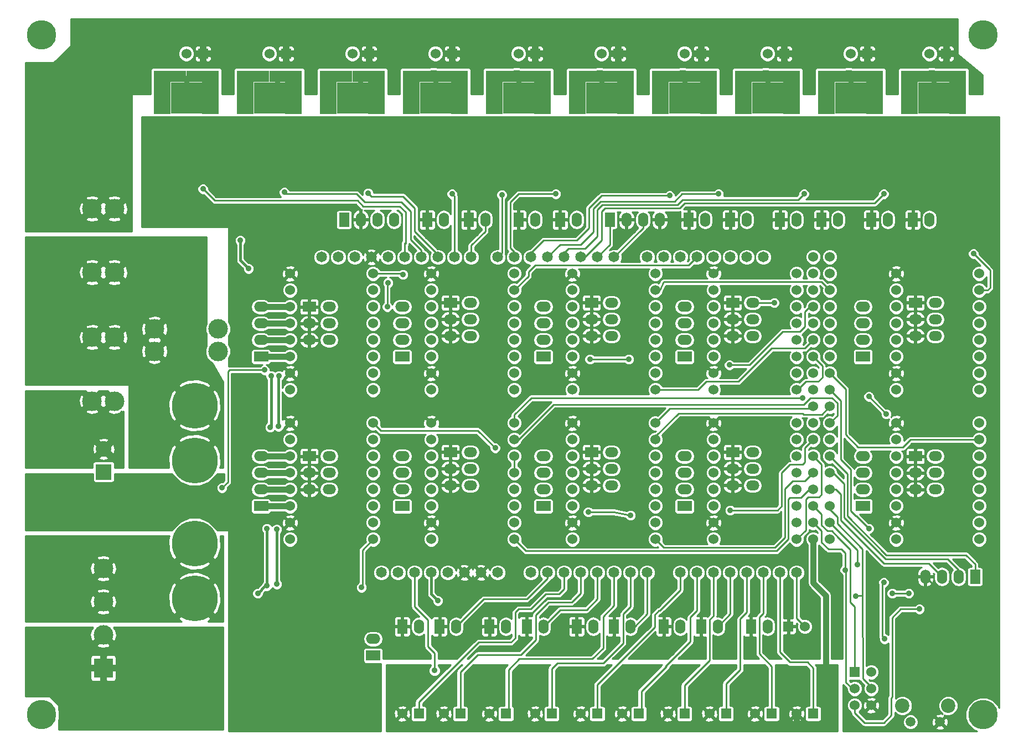
<source format=gbl>
G04 (created by PCBNEW (2013-07-07 BZR 4022)-stable) date 30/01/2014 17:39:20*
%MOIN*%
G04 Gerber Fmt 3.4, Leading zero omitted, Abs format*
%FSLAX34Y34*%
G01*
G70*
G90*
G04 APERTURE LIST*
%ADD10C,0.00590551*%
%ADD11C,0.06*%
%ADD12R,0.0866X0.06*%
%ADD13O,0.0866X0.06*%
%ADD14R,0.06X0.0866*%
%ADD15O,0.06X0.0866*%
%ADD16R,0.0787X0.06*%
%ADD17O,0.0787X0.06*%
%ADD18R,0.06X0.06*%
%ADD19C,0.1772*%
%ADD20C,0.0590551*%
%ADD21C,0.0866142*%
%ADD22C,0.275591*%
%ADD23C,0.0944882*%
%ADD24R,0.0944882X0.0944882*%
%ADD25R,0.1181X0.1181*%
%ADD26C,0.1181*%
%ADD27R,0.188976X0.188976*%
%ADD28R,0.102362X0.0866142*%
%ADD29R,0.0944882X0.0708661*%
%ADD30C,0.065*%
%ADD31C,0.11811*%
%ADD32C,0.035*%
%ADD33C,0.015*%
%ADD34C,0.116*%
%ADD35C,0.03*%
%ADD36C,0.035*%
%ADD37C,0.01*%
G04 APERTURE END LIST*
G54D10*
G54D11*
X49500Y27750D03*
X49500Y26750D03*
X49500Y25750D03*
X49500Y24750D03*
X49500Y23750D03*
X49500Y22750D03*
X49500Y21750D03*
X49500Y20750D03*
X54500Y20750D03*
X54500Y21750D03*
X54500Y22750D03*
X54500Y23750D03*
X54500Y24750D03*
X54500Y25750D03*
X54500Y26750D03*
X54500Y27750D03*
X38500Y18750D03*
X38500Y17750D03*
X38500Y16750D03*
X38500Y15750D03*
X38500Y14750D03*
X38500Y13750D03*
X38500Y12750D03*
X38500Y11750D03*
X43500Y11750D03*
X43500Y12750D03*
X43500Y13750D03*
X43500Y14750D03*
X43500Y15750D03*
X43500Y16750D03*
X43500Y17750D03*
X43500Y18750D03*
X30000Y27750D03*
X30000Y26750D03*
X30000Y25750D03*
X30000Y24750D03*
X30000Y23750D03*
X30000Y22750D03*
X30000Y21750D03*
X30000Y20750D03*
X35000Y20750D03*
X35000Y21750D03*
X35000Y22750D03*
X35000Y23750D03*
X35000Y24750D03*
X35000Y25750D03*
X35000Y26750D03*
X35000Y27750D03*
X30000Y18750D03*
X30000Y17750D03*
X30000Y16750D03*
X30000Y15750D03*
X30000Y14750D03*
X30000Y13750D03*
X30000Y12750D03*
X30000Y11750D03*
X35000Y11750D03*
X35000Y12750D03*
X35000Y13750D03*
X35000Y14750D03*
X35000Y15750D03*
X35000Y16750D03*
X35000Y17750D03*
X35000Y18750D03*
X21500Y18750D03*
X21500Y17750D03*
X21500Y16750D03*
X21500Y15750D03*
X21500Y14750D03*
X21500Y13750D03*
X21500Y12750D03*
X21500Y11750D03*
X26500Y11750D03*
X26500Y12750D03*
X26500Y13750D03*
X26500Y14750D03*
X26500Y15750D03*
X26500Y16750D03*
X26500Y17750D03*
X26500Y18750D03*
X13000Y18750D03*
X13000Y17750D03*
X13000Y16750D03*
X13000Y15750D03*
X13000Y14750D03*
X13000Y13750D03*
X13000Y12750D03*
X13000Y11750D03*
X18000Y11750D03*
X18000Y12750D03*
X18000Y13750D03*
X18000Y14750D03*
X18000Y15750D03*
X18000Y16750D03*
X18000Y17750D03*
X18000Y18750D03*
X49500Y18750D03*
X49500Y17750D03*
X49500Y16750D03*
X49500Y15750D03*
X49500Y14750D03*
X49500Y13750D03*
X49500Y12750D03*
X49500Y11750D03*
X54500Y11750D03*
X54500Y12750D03*
X54500Y13750D03*
X54500Y14750D03*
X54500Y15750D03*
X54500Y16750D03*
X54500Y17750D03*
X54500Y18750D03*
X38500Y27750D03*
X38500Y26750D03*
X38500Y25750D03*
X38500Y24750D03*
X38500Y23750D03*
X38500Y22750D03*
X38500Y21750D03*
X38500Y20750D03*
X43500Y20750D03*
X43500Y21750D03*
X43500Y22750D03*
X43500Y23750D03*
X43500Y24750D03*
X43500Y25750D03*
X43500Y26750D03*
X43500Y27750D03*
X21500Y27750D03*
X21500Y26750D03*
X21500Y25750D03*
X21500Y24750D03*
X21500Y23750D03*
X21500Y22750D03*
X21500Y21750D03*
X21500Y20750D03*
X26500Y20750D03*
X26500Y21750D03*
X26500Y22750D03*
X26500Y23750D03*
X26500Y24750D03*
X26500Y25750D03*
X26500Y26750D03*
X26500Y27750D03*
X13000Y27750D03*
X13000Y26750D03*
X13000Y25750D03*
X13000Y24750D03*
X13000Y23750D03*
X13000Y22750D03*
X13000Y21750D03*
X13000Y20750D03*
X18000Y20750D03*
X18000Y21750D03*
X18000Y22750D03*
X18000Y23750D03*
X18000Y24750D03*
X18000Y25750D03*
X18000Y26750D03*
X18000Y27750D03*
G54D12*
X11250Y13750D03*
G54D13*
X11250Y14750D03*
X11250Y15750D03*
X11250Y16750D03*
G54D12*
X19750Y22750D03*
G54D13*
X19750Y23750D03*
X19750Y24750D03*
X19750Y25750D03*
G54D12*
X47500Y22750D03*
G54D13*
X47500Y23750D03*
X47500Y24750D03*
X47500Y25750D03*
G54D12*
X28250Y22750D03*
G54D13*
X28250Y23750D03*
X28250Y24750D03*
X28250Y25750D03*
G54D14*
X54250Y9500D03*
G54D15*
X53250Y9500D03*
X52250Y9500D03*
X51250Y9500D03*
G54D14*
X32250Y31000D03*
G54D15*
X33250Y31000D03*
X34250Y31000D03*
X35250Y31000D03*
G54D12*
X19750Y13750D03*
G54D13*
X19750Y14750D03*
X19750Y15750D03*
X19750Y16750D03*
G54D12*
X11250Y22750D03*
G54D13*
X11250Y23750D03*
X11250Y24750D03*
X11250Y25750D03*
G54D12*
X36750Y13750D03*
G54D13*
X36750Y14750D03*
X36750Y15750D03*
X36750Y16750D03*
G54D12*
X47500Y13750D03*
G54D13*
X47500Y14750D03*
X47500Y15750D03*
X47500Y16750D03*
G54D12*
X28250Y13750D03*
G54D13*
X28250Y14750D03*
X28250Y15750D03*
X28250Y16750D03*
G54D16*
X14152Y16750D03*
G54D17*
X15348Y16750D03*
X14152Y15750D03*
X15348Y15750D03*
X14152Y14750D03*
X15348Y14750D03*
G54D16*
X31152Y17000D03*
G54D17*
X32348Y17000D03*
X31152Y16000D03*
X32348Y16000D03*
X31152Y15000D03*
X32348Y15000D03*
G54D16*
X39652Y17000D03*
G54D17*
X40848Y17000D03*
X39652Y16000D03*
X40848Y16000D03*
X39652Y15000D03*
X40848Y15000D03*
G54D16*
X50652Y26000D03*
G54D17*
X51848Y26000D03*
X50652Y25000D03*
X51848Y25000D03*
X50652Y24000D03*
X51848Y24000D03*
G54D16*
X22652Y17000D03*
G54D17*
X23848Y17000D03*
X22652Y16000D03*
X23848Y16000D03*
X22652Y15000D03*
X23848Y15000D03*
G54D16*
X39652Y26000D03*
G54D17*
X40848Y26000D03*
X39652Y25000D03*
X40848Y25000D03*
X39652Y24000D03*
X40848Y24000D03*
G54D16*
X14152Y25750D03*
G54D17*
X15348Y25750D03*
X14152Y24750D03*
X15348Y24750D03*
X14152Y23750D03*
X15348Y23750D03*
G54D16*
X31152Y26000D03*
G54D17*
X32348Y26000D03*
X31152Y25000D03*
X32348Y25000D03*
X31152Y24000D03*
X32348Y24000D03*
G54D16*
X22652Y26000D03*
G54D17*
X23848Y26000D03*
X22652Y25000D03*
X23848Y25000D03*
X22652Y24000D03*
X23848Y24000D03*
G54D16*
X50652Y16750D03*
G54D17*
X51848Y16750D03*
X50652Y15750D03*
X51848Y15750D03*
X50652Y14750D03*
X51848Y14750D03*
G54D14*
X48000Y31000D03*
G54D15*
X49000Y31000D03*
G54D14*
X23750Y31000D03*
G54D15*
X24750Y31000D03*
G54D14*
X45000Y31000D03*
G54D15*
X46000Y31000D03*
G54D14*
X37000Y31000D03*
G54D15*
X38000Y31000D03*
G54D14*
X50500Y31000D03*
G54D15*
X51500Y31000D03*
G54D14*
X42500Y31000D03*
G54D15*
X43500Y31000D03*
G54D14*
X29250Y31000D03*
G54D15*
X30250Y31000D03*
G54D14*
X21250Y31000D03*
G54D15*
X22250Y31000D03*
G54D14*
X35500Y6500D03*
G54D15*
X36500Y6500D03*
G54D14*
X37750Y6500D03*
G54D15*
X38750Y6500D03*
G54D14*
X26750Y31000D03*
G54D15*
X27750Y31000D03*
G54D14*
X22000Y6500D03*
G54D15*
X23000Y6500D03*
G54D14*
X39500Y31000D03*
G54D15*
X40500Y31000D03*
G54D14*
X30250Y6500D03*
G54D15*
X31250Y6500D03*
G54D14*
X32500Y6500D03*
G54D15*
X33500Y6500D03*
G54D14*
X19750Y6500D03*
G54D15*
X20750Y6500D03*
G54D14*
X25000Y6500D03*
G54D15*
X26000Y6500D03*
G54D14*
X27250Y6500D03*
G54D15*
X28250Y6500D03*
G54D18*
X23250Y1250D03*
G54D11*
X22250Y1250D03*
G54D18*
X26000Y1250D03*
G54D11*
X25000Y1250D03*
G54D18*
X7750Y41000D03*
G54D11*
X6750Y41000D03*
G54D18*
X20750Y1250D03*
G54D11*
X19750Y1250D03*
G54D18*
X22750Y41000D03*
G54D11*
X21750Y41000D03*
G54D18*
X27750Y41000D03*
G54D11*
X26750Y41000D03*
G54D18*
X17750Y41000D03*
G54D11*
X16750Y41000D03*
G54D18*
X12750Y41000D03*
G54D11*
X11750Y41000D03*
G54D18*
X52500Y41000D03*
G54D11*
X51500Y41000D03*
G54D18*
X39250Y1250D03*
G54D11*
X38250Y1250D03*
G54D18*
X37750Y41000D03*
G54D11*
X36750Y41000D03*
G54D18*
X42750Y41000D03*
G54D11*
X41750Y41000D03*
G54D18*
X47750Y41000D03*
G54D11*
X46750Y41000D03*
G54D18*
X44500Y1250D03*
G54D11*
X43500Y1250D03*
G54D18*
X42000Y1250D03*
G54D11*
X41000Y1250D03*
G54D18*
X36750Y1250D03*
G54D11*
X35750Y1250D03*
G54D18*
X34000Y1250D03*
G54D11*
X33000Y1250D03*
G54D18*
X32750Y41000D03*
G54D11*
X31750Y41000D03*
G54D18*
X31500Y1250D03*
G54D11*
X30500Y1250D03*
G54D18*
X28750Y1250D03*
G54D11*
X27750Y1250D03*
G54D19*
X-1968Y1181D03*
X-1968Y42125D03*
X54724Y42125D03*
X54724Y1181D03*
G54D20*
X50364Y750D03*
X52135Y750D03*
G54D21*
X49872Y1734D03*
X52627Y1734D03*
G54D22*
X7250Y16500D03*
X7250Y19807D03*
X7250Y11500D03*
X7250Y8192D03*
G54D23*
X1775Y17188D03*
G54D24*
X1775Y15811D03*
G54D12*
X18000Y4750D03*
G54D13*
X18000Y5750D03*
G54D25*
X1750Y4000D03*
G54D26*
X1750Y6000D03*
X1750Y8000D03*
X1750Y10000D03*
G54D14*
X16250Y31000D03*
G54D15*
X17250Y31000D03*
X18250Y31000D03*
X19250Y31000D03*
G54D27*
X51750Y38324D03*
G54D28*
X50293Y39545D03*
X50293Y38679D03*
X50293Y37812D03*
G54D29*
X51277Y39624D03*
X52222Y39624D03*
G54D28*
X53206Y39545D03*
X53206Y38679D03*
X53206Y37812D03*
G54D27*
X31750Y38324D03*
G54D28*
X30293Y39545D03*
X30293Y38679D03*
X30293Y37812D03*
G54D29*
X31277Y39624D03*
X32222Y39624D03*
G54D28*
X33206Y39545D03*
X33206Y38679D03*
X33206Y37812D03*
G54D27*
X36750Y38324D03*
G54D28*
X35293Y39545D03*
X35293Y38679D03*
X35293Y37812D03*
G54D29*
X36277Y39624D03*
X37222Y39624D03*
G54D28*
X38206Y39545D03*
X38206Y38679D03*
X38206Y37812D03*
G54D27*
X46750Y38324D03*
G54D28*
X45293Y39545D03*
X45293Y38679D03*
X45293Y37812D03*
G54D29*
X46277Y39624D03*
X47222Y39624D03*
G54D28*
X48206Y39545D03*
X48206Y38679D03*
X48206Y37812D03*
G54D27*
X41750Y38324D03*
G54D28*
X40293Y39545D03*
X40293Y38679D03*
X40293Y37812D03*
G54D29*
X41277Y39624D03*
X42222Y39624D03*
G54D28*
X43206Y39545D03*
X43206Y38679D03*
X43206Y37812D03*
G54D27*
X26750Y38324D03*
G54D28*
X25293Y39545D03*
X25293Y38679D03*
X25293Y37812D03*
G54D29*
X26277Y39624D03*
X27222Y39624D03*
G54D28*
X28206Y39545D03*
X28206Y38679D03*
X28206Y37812D03*
G54D27*
X16750Y38324D03*
G54D28*
X15293Y39545D03*
X15293Y38679D03*
X15293Y37812D03*
G54D29*
X16277Y39624D03*
X17222Y39624D03*
G54D28*
X18206Y39545D03*
X18206Y38679D03*
X18206Y37812D03*
G54D27*
X21750Y38324D03*
G54D28*
X20293Y39545D03*
X20293Y38679D03*
X20293Y37812D03*
G54D29*
X21277Y39624D03*
X22222Y39624D03*
G54D28*
X23206Y39545D03*
X23206Y38679D03*
X23206Y37812D03*
G54D27*
X11750Y38324D03*
G54D28*
X10293Y39545D03*
X10293Y38679D03*
X10293Y37812D03*
G54D29*
X11277Y39624D03*
X12222Y39624D03*
G54D28*
X13206Y39545D03*
X13206Y38679D03*
X13206Y37812D03*
G54D27*
X6750Y38324D03*
G54D28*
X5293Y39545D03*
X5293Y38679D03*
X5293Y37812D03*
G54D29*
X6277Y39624D03*
X7222Y39624D03*
G54D28*
X8206Y39545D03*
X8206Y38679D03*
X8206Y37812D03*
G54D18*
X47000Y3750D03*
G54D11*
X48000Y3750D03*
X47000Y2750D03*
X48000Y2750D03*
X47000Y1750D03*
X48000Y1750D03*
G54D30*
X34500Y28750D03*
X35500Y28750D03*
X36500Y28750D03*
X37500Y28750D03*
X38500Y28750D03*
X39500Y28750D03*
X40500Y28750D03*
X41500Y28750D03*
X43500Y9750D03*
X42500Y9750D03*
X41500Y9750D03*
X40500Y9750D03*
X36500Y9750D03*
X34500Y9750D03*
X33500Y9750D03*
X37500Y9750D03*
X38500Y9750D03*
X39500Y9750D03*
X32500Y9750D03*
X31500Y9750D03*
X30500Y9750D03*
X27500Y9750D03*
X28500Y9750D03*
X29500Y9750D03*
X25500Y9750D03*
X24500Y9750D03*
X23500Y9750D03*
X21500Y9750D03*
X20500Y9750D03*
X32500Y28750D03*
X31500Y28750D03*
X30500Y28750D03*
X29500Y28750D03*
X28500Y28750D03*
X27500Y28750D03*
X26500Y28750D03*
X25500Y28750D03*
X23900Y28750D03*
X22900Y28750D03*
X21900Y28750D03*
X20900Y28750D03*
X19900Y28750D03*
X18900Y28750D03*
X17900Y28750D03*
X16900Y28750D03*
X22500Y9750D03*
G54D11*
X44500Y27750D03*
X45500Y27750D03*
X44500Y26750D03*
X45500Y26750D03*
X44500Y25750D03*
X45500Y25750D03*
X44500Y24750D03*
X45500Y24750D03*
X44500Y28750D03*
X45500Y28750D03*
X45500Y23750D03*
X44500Y23750D03*
X44500Y22750D03*
X45500Y22750D03*
X44500Y21750D03*
X45500Y21750D03*
X44500Y20750D03*
X45500Y20750D03*
X44500Y19750D03*
X45500Y19750D03*
X44500Y18750D03*
X45500Y18750D03*
X44500Y17750D03*
X45500Y17750D03*
X44500Y16750D03*
X45500Y16750D03*
X44500Y15750D03*
X45500Y15750D03*
X44500Y14750D03*
X45500Y14750D03*
X44500Y13750D03*
X45500Y13750D03*
X44500Y12750D03*
X45500Y12750D03*
X44500Y11750D03*
X45500Y11750D03*
G54D30*
X15900Y28750D03*
X14900Y28750D03*
X19500Y9750D03*
X18500Y9750D03*
G54D31*
X2419Y31669D03*
X1080Y31669D03*
X2419Y27830D03*
X1080Y27830D03*
X8669Y23080D03*
X8669Y24419D03*
X4830Y23080D03*
X4830Y24419D03*
X1080Y20080D03*
X2419Y20080D03*
X1080Y23919D03*
X2419Y23919D03*
G54D18*
X43000Y6500D03*
G54D11*
X44000Y6500D03*
G54D12*
X36750Y22750D03*
G54D13*
X36750Y23750D03*
X36750Y24750D03*
X36750Y25750D03*
G54D14*
X40750Y6500D03*
G54D15*
X41750Y6500D03*
G54D32*
X21900Y8050D03*
X11600Y8950D03*
X10500Y28050D03*
X10000Y29750D03*
X11850Y21600D03*
X11800Y18500D03*
X11050Y8500D03*
X11600Y12400D03*
G54D11*
X8000Y42500D03*
X12750Y42500D03*
X18000Y42500D03*
X22750Y42500D03*
X28000Y42500D03*
X32750Y42500D03*
X38000Y42500D03*
X42750Y42500D03*
X48000Y42500D03*
X52500Y42500D03*
X5000Y42500D03*
G54D32*
X12325Y21600D03*
X12300Y18550D03*
X12200Y12350D03*
X12200Y9050D03*
X18900Y27200D03*
X18850Y25750D03*
X8900Y14850D03*
X11450Y21950D03*
X7750Y32850D03*
X29000Y32550D03*
X12650Y32650D03*
X35850Y32450D03*
X17700Y32600D03*
X38800Y32550D03*
X22750Y32550D03*
X43950Y32550D03*
X25750Y32500D03*
X48750Y32550D03*
X10900Y30150D03*
X10400Y29050D03*
X45900Y6000D03*
X10000Y6500D03*
X13250Y6500D03*
X12500Y6500D03*
X11500Y6500D03*
X10750Y6500D03*
X10750Y500D03*
X10000Y500D03*
X9500Y1000D03*
X13750Y500D03*
X13000Y500D03*
X12250Y500D03*
X11500Y500D03*
X2000Y13750D03*
X3250Y14750D03*
X750Y14750D03*
X1750Y14750D03*
X2250Y14250D03*
X2500Y14750D03*
X2750Y13750D03*
X3000Y13000D03*
X3000Y14250D03*
X1250Y14250D03*
X1250Y13000D03*
X2250Y13000D03*
X1750Y12500D03*
X750Y12500D03*
X10200Y27600D03*
X12000Y6000D03*
X13250Y2500D03*
X13750Y3000D03*
X13250Y3500D03*
X13750Y4000D03*
X13250Y4500D03*
X13750Y5000D03*
X13250Y5500D03*
X13750Y6000D03*
X13000Y6000D03*
X5250Y12500D03*
X12500Y3500D03*
X12500Y2750D03*
X11750Y1500D03*
X12000Y2250D03*
X12500Y5500D03*
X12500Y4500D03*
X10000Y3500D03*
X10500Y4000D03*
X11250Y4000D03*
X12000Y4000D03*
X10500Y6000D03*
X11250Y6000D03*
X10000Y5500D03*
X9500Y6000D03*
X10000Y4500D03*
X9500Y5000D03*
X9500Y4000D03*
X19050Y4900D03*
G54D11*
X50150Y36600D03*
X45250Y36650D03*
X40300Y36600D03*
X35250Y36600D03*
X30200Y36600D03*
X25250Y36600D03*
X20200Y36650D03*
X15300Y36650D03*
X10300Y36650D03*
X5350Y36650D03*
G54D32*
X48100Y9960D03*
X51600Y8300D03*
X44000Y9000D03*
X51450Y2800D03*
X5350Y32950D03*
X50300Y32900D03*
X45300Y32900D03*
X40350Y32900D03*
X35250Y32950D03*
X30300Y32950D03*
X25300Y32900D03*
X20300Y32950D03*
X15400Y32900D03*
X10300Y33000D03*
X55077Y30501D03*
X10250Y1000D03*
X9500Y2000D03*
X10000Y1500D03*
X10000Y2500D03*
X10800Y2250D03*
X9500Y3000D03*
X50900Y7550D03*
X47080Y8340D03*
X54150Y28950D03*
X39450Y22250D03*
X31050Y22600D03*
X33400Y22600D03*
X19800Y27700D03*
X17300Y8850D03*
X30950Y13400D03*
X25350Y17250D03*
X33500Y13200D03*
X39500Y13500D03*
X43850Y20250D03*
X47850Y12400D03*
X47850Y20350D03*
X48900Y19300D03*
X48800Y5750D03*
X48750Y9150D03*
X50250Y8500D03*
X49250Y8500D03*
X42150Y26000D03*
X21700Y3850D03*
X46420Y9910D03*
X47150Y10240D03*
X45500Y12750D03*
G54D33*
X21500Y8450D02*
X21500Y9750D01*
X21500Y8450D02*
X21900Y8050D01*
X10500Y28050D02*
X10000Y28550D01*
X10000Y28550D02*
X10000Y29050D01*
X10000Y29750D02*
X10000Y29050D01*
X11850Y18550D02*
X11850Y21600D01*
X11800Y18500D02*
X11850Y18550D01*
X11600Y8950D02*
X11500Y8950D01*
X11500Y8950D02*
X11050Y8500D01*
X11600Y11150D02*
X11600Y8950D01*
X11600Y12400D02*
X11600Y11150D01*
G54D34*
X5000Y42500D02*
X8000Y42500D01*
X12750Y42500D02*
X18000Y42500D01*
X22750Y42500D02*
X28000Y42500D01*
X32750Y42500D02*
X38000Y42500D01*
X42750Y42500D02*
X48000Y42500D01*
G54D33*
X12300Y21574D02*
X12300Y18550D01*
X12300Y21574D02*
X12325Y21600D01*
X12200Y12350D02*
X12200Y9050D01*
G54D35*
X7222Y39571D02*
X7222Y39624D01*
X7170Y39519D02*
X7222Y39571D01*
X6750Y39519D02*
X7170Y39519D01*
X6750Y38324D02*
X6750Y39519D01*
X7444Y39545D02*
X7825Y39545D01*
X7418Y39571D02*
X7444Y39545D01*
X7222Y39571D02*
X7418Y39571D01*
X8008Y39362D02*
X7825Y39545D01*
X8206Y39362D02*
X8008Y39362D01*
X8206Y38679D02*
X8206Y39362D01*
X8206Y39545D02*
X7825Y39545D01*
X13206Y39545D02*
X13206Y38679D01*
X13206Y38679D02*
X13206Y37812D01*
X11750Y38547D02*
X11750Y38324D01*
X12222Y39019D02*
X11750Y38547D01*
X12222Y39624D02*
X12222Y39019D01*
X15293Y37812D02*
X15293Y38679D01*
X15293Y38679D02*
X15293Y39545D01*
X16750Y38547D02*
X16750Y38324D01*
X17222Y39019D02*
X16750Y38547D01*
X17222Y39624D02*
X17222Y39019D01*
X23206Y37812D02*
X23206Y38679D01*
X21502Y39848D02*
X21277Y39624D01*
X21750Y39848D02*
X21502Y39848D01*
X20293Y39545D02*
X20293Y38679D01*
X20293Y38679D02*
X20293Y37812D01*
X22222Y39624D02*
X22098Y39624D01*
X21974Y39624D02*
X21750Y39848D01*
X22098Y39624D02*
X21974Y39624D01*
X21994Y39519D02*
X21750Y39519D01*
X22098Y39624D02*
X21994Y39519D01*
X21750Y38324D02*
X21750Y39519D01*
X33206Y38679D02*
X33206Y39545D01*
X31502Y39848D02*
X31277Y39624D01*
X31750Y39848D02*
X31502Y39848D01*
X30293Y38679D02*
X30293Y37812D01*
X32222Y39624D02*
X32098Y39624D01*
X31974Y39624D02*
X31750Y39848D01*
X32098Y39624D02*
X31974Y39624D01*
X31994Y39519D02*
X31750Y39519D01*
X32098Y39624D02*
X31994Y39519D01*
X31750Y38324D02*
X31750Y39519D01*
X38206Y38679D02*
X38206Y39545D01*
X35293Y37812D02*
X35293Y38679D01*
X36502Y39848D02*
X36277Y39624D01*
X36750Y39848D02*
X36502Y39848D01*
X37222Y39624D02*
X37098Y39624D01*
X36974Y39624D02*
X36750Y39848D01*
X37098Y39624D02*
X36974Y39624D01*
X36994Y39519D02*
X36750Y39519D01*
X37098Y39624D02*
X36994Y39519D01*
X36750Y38324D02*
X36750Y39519D01*
X43206Y38679D02*
X43206Y39545D01*
X40293Y37812D02*
X40293Y38679D01*
X41502Y39848D02*
X41277Y39624D01*
X41750Y39848D02*
X41502Y39848D01*
X42222Y39624D02*
X42098Y39624D01*
X41974Y39624D02*
X41750Y39848D01*
X42098Y39624D02*
X41974Y39624D01*
X41994Y39519D02*
X41750Y39519D01*
X42098Y39624D02*
X41994Y39519D01*
X41750Y38324D02*
X41750Y39519D01*
X48206Y38679D02*
X48206Y39545D01*
X45293Y37812D02*
X45293Y38679D01*
X46502Y39848D02*
X46277Y39624D01*
X46750Y39848D02*
X46502Y39848D01*
X47222Y39624D02*
X47098Y39624D01*
X46974Y39624D02*
X46750Y39848D01*
X47098Y39624D02*
X46974Y39624D01*
X46994Y39519D02*
X46750Y39519D01*
X47098Y39624D02*
X46994Y39519D01*
X46750Y38324D02*
X46750Y39519D01*
X28206Y38679D02*
X28206Y39545D01*
X26502Y39848D02*
X26277Y39624D01*
X26750Y39848D02*
X26502Y39848D01*
X25293Y38679D02*
X25293Y37812D01*
X27222Y39624D02*
X27098Y39624D01*
X26974Y39624D02*
X26750Y39848D01*
X27098Y39624D02*
X26974Y39624D01*
X26994Y39519D02*
X26750Y39519D01*
X27098Y39624D02*
X26994Y39519D01*
X26750Y38324D02*
X26750Y39519D01*
X53206Y38679D02*
X53206Y39545D01*
X51502Y39848D02*
X51277Y39624D01*
X51750Y39848D02*
X51502Y39848D01*
X50293Y38679D02*
X50293Y37812D01*
X51870Y39519D02*
X51974Y39624D01*
X51750Y39519D02*
X51870Y39519D01*
X52222Y39624D02*
X51974Y39624D01*
X51974Y39624D02*
X51750Y39848D01*
X51750Y38324D02*
X51750Y39519D01*
G54D36*
X11250Y24750D02*
X13000Y24750D01*
X13000Y15750D02*
X11250Y15750D01*
X11250Y25750D02*
X13000Y25750D01*
X11250Y16750D02*
X13000Y16750D01*
X13000Y23750D02*
X11250Y23750D01*
X11250Y14750D02*
X13000Y14750D01*
X11250Y22750D02*
X13000Y22750D01*
X11250Y13750D02*
X13000Y13750D01*
X45250Y900D02*
X45250Y750D01*
X45250Y8380D02*
X45250Y2764D01*
X44500Y9130D02*
X45250Y8380D01*
X44500Y11750D02*
X44500Y9130D01*
X45250Y2764D02*
X45250Y900D01*
X43500Y700D02*
X43500Y1250D01*
X43650Y550D02*
X43500Y700D01*
X45050Y550D02*
X43650Y550D01*
X45250Y750D02*
X45050Y550D01*
G54D37*
X23900Y28750D02*
X23900Y29450D01*
X24750Y30300D02*
X24750Y31000D01*
X23900Y29450D02*
X24750Y30300D01*
X18900Y27200D02*
X18850Y27150D01*
X18850Y27150D02*
X18850Y25750D01*
X9250Y15200D02*
X8900Y14850D01*
X9250Y19550D02*
X9250Y15200D01*
X9250Y21850D02*
X9250Y19550D01*
X9350Y21950D02*
X9250Y21850D01*
X11450Y21950D02*
X9350Y21950D01*
X19900Y28750D02*
X19900Y29600D01*
X17050Y32150D02*
X8450Y32150D01*
X8450Y32150D02*
X7750Y32850D01*
X17400Y31800D02*
X17050Y32150D01*
X19600Y31800D02*
X17400Y31800D01*
X19950Y31450D02*
X19600Y31800D01*
X19950Y29550D02*
X19950Y31450D01*
X19900Y29600D02*
X19950Y29550D01*
X26500Y28750D02*
X26500Y29050D01*
X26750Y32550D02*
X29000Y32550D01*
X26250Y32050D02*
X26750Y32550D01*
X26250Y29300D02*
X26250Y32050D01*
X26500Y29050D02*
X26250Y29300D01*
X17000Y32550D02*
X12750Y32550D01*
X20900Y29150D02*
X20250Y29800D01*
X20250Y29800D02*
X20250Y31500D01*
X20250Y31500D02*
X19700Y32050D01*
X19700Y32050D02*
X17500Y32050D01*
X17500Y32050D02*
X17000Y32550D01*
X20900Y29150D02*
X20900Y28750D01*
X12750Y32550D02*
X12650Y32650D01*
X20900Y28750D02*
X20800Y28750D01*
X31000Y31500D02*
X31000Y31700D01*
X27500Y29000D02*
X28250Y29750D01*
X28250Y29750D02*
X30250Y29750D01*
X30250Y29750D02*
X31000Y30500D01*
X31000Y30500D02*
X31000Y31500D01*
X27500Y29000D02*
X27500Y28750D01*
X35850Y32450D02*
X35850Y32450D01*
X31750Y32450D02*
X35850Y32450D01*
X31000Y31700D02*
X31750Y32450D01*
X21200Y29600D02*
X21200Y29600D01*
X17900Y32400D02*
X17700Y32600D01*
X21900Y28900D02*
X21900Y28750D01*
X21900Y28900D02*
X21200Y29600D01*
X19800Y32400D02*
X17900Y32400D01*
X20500Y31700D02*
X19800Y32400D01*
X20500Y30300D02*
X20500Y31700D01*
X21200Y29600D02*
X20500Y30300D01*
X36650Y32550D02*
X36600Y32550D01*
X28500Y28750D02*
X29250Y29500D01*
X31250Y30250D02*
X31250Y31500D01*
X30500Y29500D02*
X31250Y30250D01*
X29250Y29500D02*
X30500Y29500D01*
X36650Y32550D02*
X38800Y32550D01*
X31250Y31500D02*
X31250Y31650D01*
X31700Y32100D02*
X31250Y31650D01*
X36150Y32100D02*
X31700Y32100D01*
X36600Y32550D02*
X36150Y32100D01*
X22900Y29500D02*
X22900Y32400D01*
X22900Y29500D02*
X22900Y28750D01*
X22900Y32400D02*
X22750Y32550D01*
X22900Y28750D02*
X22900Y28950D01*
X36650Y32200D02*
X36619Y32200D01*
X36650Y32200D02*
X43600Y32200D01*
X43600Y32200D02*
X43950Y32550D01*
X29500Y29000D02*
X29750Y29250D01*
X29750Y29250D02*
X30750Y29250D01*
X30750Y29250D02*
X31500Y30000D01*
X31500Y30000D02*
X31500Y31500D01*
X29500Y29000D02*
X29500Y28750D01*
X31500Y31600D02*
X31500Y31500D01*
X31800Y31900D02*
X31500Y31600D01*
X36319Y31900D02*
X31800Y31900D01*
X36619Y32200D02*
X36319Y31900D01*
X25750Y30250D02*
X25750Y29000D01*
X25750Y30250D02*
X25750Y32500D01*
X25750Y29000D02*
X25500Y28750D01*
X31750Y31500D02*
X31950Y31700D01*
X36750Y32000D02*
X48200Y32000D01*
X48200Y32000D02*
X48750Y32550D01*
X30750Y28750D02*
X31750Y29750D01*
X31750Y29750D02*
X31750Y31500D01*
X30750Y28750D02*
X30500Y28750D01*
X36450Y31700D02*
X36750Y32000D01*
X31950Y31700D02*
X36450Y31700D01*
X11500Y6500D02*
X12500Y6500D01*
X10750Y6500D02*
X10000Y6500D01*
G54D33*
X13750Y6000D02*
X13250Y6500D01*
X13250Y6500D02*
X12500Y6500D01*
X12500Y6500D02*
X10750Y6500D01*
X10750Y6500D02*
X11500Y6500D01*
X11500Y6500D02*
X10750Y6500D01*
X10750Y6500D02*
X10000Y6500D01*
G54D37*
X9500Y1000D02*
X10000Y500D01*
X13000Y500D02*
X13750Y500D01*
X11500Y500D02*
X12250Y500D01*
X13250Y3500D02*
X13750Y3000D01*
X13250Y4500D02*
X13750Y4000D01*
X13250Y5500D02*
X13750Y5000D01*
X13000Y6000D02*
X13750Y6000D01*
X12000Y1750D02*
X11750Y1500D01*
X12000Y2250D02*
X12000Y1750D01*
X12500Y5500D02*
X12500Y4500D01*
X11250Y4000D02*
X12000Y4000D01*
X10500Y6000D02*
X11250Y6000D01*
X9500Y6000D02*
X10000Y5500D01*
X51650Y9100D02*
X51250Y9500D01*
X51650Y8350D02*
X51650Y9100D01*
X51600Y8300D02*
X51650Y8350D01*
X46550Y15700D02*
X46550Y13150D01*
X46550Y13150D02*
X48900Y10800D01*
X48900Y10800D02*
X53700Y10800D01*
X53700Y10800D02*
X54250Y10250D01*
X54250Y9500D02*
X54250Y10250D01*
X46550Y15700D02*
X45500Y16750D01*
X50900Y7550D02*
X49760Y7550D01*
X49200Y1150D02*
X49200Y2200D01*
X48750Y700D02*
X49200Y1150D01*
X47600Y700D02*
X48750Y700D01*
X47000Y1300D02*
X47600Y700D01*
X47000Y1750D02*
X47000Y1300D01*
X49250Y2250D02*
X49200Y2200D01*
X49250Y7040D02*
X49250Y2250D01*
X49760Y7550D02*
X49250Y7040D01*
X46350Y13050D02*
X46350Y15100D01*
X53250Y9900D02*
X52600Y10550D01*
X52600Y10550D02*
X48850Y10550D01*
X48850Y10550D02*
X46350Y13050D01*
X45500Y15750D02*
X45700Y15750D01*
X45700Y15750D02*
X46350Y15100D01*
X53250Y9900D02*
X53250Y9500D01*
X46150Y12900D02*
X46150Y14450D01*
X45500Y14750D02*
X45850Y14750D01*
X48750Y10300D02*
X51450Y10300D01*
X51450Y10300D02*
X52250Y9500D01*
X46150Y12900D02*
X48750Y10300D01*
X46150Y14450D02*
X45850Y14750D01*
X47000Y7690D02*
X46740Y7950D01*
X46740Y7950D02*
X46740Y11125D01*
X46740Y11125D02*
X46000Y11865D01*
X46000Y11865D02*
X45995Y11870D01*
X45995Y11870D02*
X45615Y12250D01*
X45000Y13250D02*
X44500Y13750D01*
X45000Y12600D02*
X45000Y13250D01*
X45350Y12250D02*
X45000Y12600D01*
X45615Y12250D02*
X45350Y12250D01*
X47000Y5080D02*
X47000Y7690D01*
X47000Y3750D02*
X47000Y5080D01*
X47110Y8370D02*
X47480Y8370D01*
X47080Y8340D02*
X47110Y8370D01*
X47499Y3349D02*
X47480Y8370D01*
X47480Y8370D02*
X47480Y9710D01*
X45500Y13550D02*
X45950Y13100D01*
X45950Y13100D02*
X45950Y12700D01*
X45950Y12700D02*
X47470Y11180D01*
X47470Y11180D02*
X47480Y9890D01*
X45500Y13550D02*
X45500Y13750D01*
X47480Y9710D02*
X47480Y9890D01*
X48000Y2750D02*
X48000Y2850D01*
X48000Y2850D02*
X47500Y3350D01*
X55150Y26900D02*
X55150Y27950D01*
X55150Y26900D02*
X55000Y26750D01*
X55000Y26750D02*
X54500Y26750D01*
X55150Y27950D02*
X54150Y28950D01*
X43500Y20750D02*
X43550Y20750D01*
X45050Y22200D02*
X44500Y22750D01*
X45050Y21500D02*
X45050Y22200D01*
X44800Y21250D02*
X45050Y21500D01*
X44050Y21250D02*
X44800Y21250D01*
X43550Y20750D02*
X44050Y21250D01*
X38150Y21250D02*
X40000Y21250D01*
X35000Y20750D02*
X37550Y20750D01*
X38050Y21250D02*
X37550Y20750D01*
X38150Y21250D02*
X38050Y21250D01*
X44000Y23250D02*
X44500Y23750D01*
X42000Y23250D02*
X44000Y23250D01*
X40000Y21250D02*
X42000Y23250D01*
X35000Y26750D02*
X35250Y26750D01*
X45000Y27250D02*
X45500Y26750D01*
X35500Y27250D02*
X45000Y27250D01*
X35250Y26750D02*
X35500Y27250D01*
X27350Y27850D02*
X27350Y27600D01*
X37000Y28250D02*
X27750Y28250D01*
X27750Y28250D02*
X27350Y27850D01*
X37500Y28750D02*
X37000Y28250D01*
X27350Y27600D02*
X26500Y26750D01*
X39450Y22250D02*
X40650Y22250D01*
X44000Y24550D02*
X44000Y25450D01*
X44000Y25450D02*
X44300Y25750D01*
X44500Y25750D02*
X44300Y25750D01*
X42650Y24250D02*
X43700Y24250D01*
X43700Y24250D02*
X44000Y24550D01*
X31050Y22600D02*
X33400Y22600D01*
X40650Y22250D02*
X42650Y24250D01*
X18100Y20750D02*
X18000Y20750D01*
X18000Y27750D02*
X19750Y27750D01*
X19750Y27750D02*
X19800Y27700D01*
X18050Y27700D02*
X18000Y27750D01*
X17350Y11100D02*
X18000Y11750D01*
X17350Y8900D02*
X17350Y11100D01*
X17300Y8850D02*
X17350Y8900D01*
X27500Y9750D02*
X27500Y9650D01*
X41600Y13500D02*
X42350Y13500D01*
X41400Y13500D02*
X41600Y13500D01*
X44000Y16400D02*
X44000Y17250D01*
X43850Y16250D02*
X44000Y16400D01*
X43100Y16250D02*
X43850Y16250D01*
X42600Y15750D02*
X43100Y16250D01*
X42600Y13750D02*
X42600Y15750D01*
X42350Y13500D02*
X42600Y13750D01*
X44000Y17250D02*
X44500Y17750D01*
X23800Y18300D02*
X18450Y18300D01*
X18000Y18750D02*
X18450Y18300D01*
X23800Y18300D02*
X24300Y18300D01*
X33500Y13200D02*
X32500Y13400D01*
X32500Y13400D02*
X30950Y13400D01*
X24300Y18300D02*
X25350Y17250D01*
X44400Y17650D02*
X44500Y17750D01*
X40950Y13500D02*
X41400Y13500D01*
X40950Y13500D02*
X39500Y13500D01*
X41360Y13500D02*
X41400Y13500D01*
X43000Y13200D02*
X43000Y14150D01*
X43000Y11750D02*
X43000Y13200D01*
X40600Y11050D02*
X27700Y11050D01*
X26500Y11750D02*
X27200Y11050D01*
X27200Y11050D02*
X27700Y11050D01*
X40600Y11050D02*
X42300Y11050D01*
X42300Y11050D02*
X43000Y11750D01*
X44250Y14750D02*
X44500Y14750D01*
X43750Y14250D02*
X44250Y14750D01*
X43100Y14250D02*
X43750Y14250D01*
X43000Y14150D02*
X43100Y14250D01*
X44500Y14750D02*
X44500Y14700D01*
X27766Y20266D02*
X27516Y20266D01*
X43823Y20276D02*
X43850Y20250D01*
X26500Y19250D02*
X26500Y18750D01*
X27516Y20266D02*
X26500Y19250D01*
X42217Y20266D02*
X27766Y20266D01*
X42217Y20266D02*
X43823Y20276D01*
X29150Y19880D02*
X28880Y19880D01*
X26750Y17750D02*
X26500Y17750D01*
X26750Y17750D02*
X28880Y19880D01*
X43238Y19880D02*
X43920Y19880D01*
X43238Y19880D02*
X29150Y19880D01*
X29150Y19880D02*
X29130Y19880D01*
X45950Y19200D02*
X45500Y18750D01*
X45950Y19960D02*
X45950Y19200D01*
X45630Y20280D02*
X45950Y19960D01*
X44320Y20280D02*
X45630Y20280D01*
X43920Y19880D02*
X44320Y20280D01*
X46150Y20100D02*
X45500Y20750D01*
X46150Y16550D02*
X46150Y20100D01*
X46750Y15950D02*
X46150Y16550D01*
X46750Y13450D02*
X46750Y15950D01*
X47050Y13150D02*
X46750Y13450D01*
X47100Y13150D02*
X47050Y13150D01*
X47850Y12400D02*
X47100Y13150D01*
X48900Y19300D02*
X47850Y20350D01*
X46450Y18200D02*
X46450Y18050D01*
X45500Y21750D02*
X46450Y20800D01*
X50350Y17750D02*
X54500Y17750D01*
X49900Y17300D02*
X50350Y17750D01*
X49350Y17300D02*
X47200Y17300D01*
X49800Y17300D02*
X49350Y17300D01*
X49800Y17300D02*
X49900Y17300D01*
X46450Y18200D02*
X46450Y20800D01*
X46450Y18050D02*
X47200Y17300D01*
X43500Y11750D02*
X44050Y12300D01*
X45000Y16250D02*
X44500Y16750D01*
X45000Y14450D02*
X45000Y16250D01*
X44850Y14300D02*
X45000Y14450D01*
X44200Y14300D02*
X44850Y14300D01*
X44050Y14150D02*
X44200Y14300D01*
X44050Y12300D02*
X44050Y14150D01*
X42800Y14800D02*
X42800Y11850D01*
X42200Y11250D02*
X42800Y11850D01*
X40169Y11250D02*
X36000Y11250D01*
X40169Y11250D02*
X42200Y11250D01*
X35000Y11750D02*
X35500Y11250D01*
X36000Y11250D02*
X35500Y11250D01*
X44000Y15250D02*
X44500Y15750D01*
X43250Y15250D02*
X44000Y15250D01*
X43250Y15250D02*
X42800Y14800D01*
X41190Y19620D02*
X44370Y19620D01*
X35010Y18750D02*
X35880Y19620D01*
X35880Y19620D02*
X41190Y19620D01*
X35000Y18750D02*
X35010Y18750D01*
X44370Y19620D02*
X44500Y19750D01*
X41160Y19340D02*
X43860Y19340D01*
X45030Y19280D02*
X45500Y19750D01*
X43920Y19280D02*
X45030Y19280D01*
X43860Y19340D02*
X43920Y19280D01*
X35000Y17750D02*
X35000Y17950D01*
X36400Y19340D02*
X41160Y19340D01*
X41160Y19340D02*
X41180Y19340D01*
X35000Y17950D02*
X36390Y19340D01*
X48650Y5900D02*
X48650Y9050D01*
X48800Y5750D02*
X48650Y5900D01*
X48650Y9050D02*
X48750Y9150D01*
X50250Y8500D02*
X49250Y8500D01*
X26500Y16750D02*
X26500Y15750D01*
X40750Y26000D02*
X42150Y26000D01*
X21700Y3850D02*
X21700Y4900D01*
X20500Y7700D02*
X20500Y9750D01*
X21300Y6900D02*
X20500Y7700D01*
X21300Y5300D02*
X21300Y6900D01*
X21700Y4900D02*
X21300Y5300D01*
X21700Y3850D02*
X21700Y3900D01*
X34250Y31000D02*
X34250Y30500D01*
X34250Y30500D02*
X32500Y28750D01*
X46480Y3130D02*
X46480Y9850D01*
X47000Y2750D02*
X46860Y2750D01*
X46860Y2750D02*
X46480Y3130D01*
X46480Y9850D02*
X46420Y9910D01*
X45000Y11570D02*
X45420Y11150D01*
X45000Y11570D02*
X45000Y12250D01*
X44500Y12750D02*
X45000Y12250D01*
X46420Y10930D02*
X46200Y11150D01*
X46200Y11150D02*
X45420Y11150D01*
X46420Y10930D02*
X46420Y9910D01*
X46800Y11450D02*
X47150Y11100D01*
X45500Y12750D02*
X46800Y11450D01*
X47150Y11100D02*
X47150Y10240D01*
X42500Y9750D02*
X42500Y4950D01*
X44500Y4000D02*
X44500Y1250D01*
X44150Y4350D02*
X44500Y4000D01*
X43100Y4350D02*
X44150Y4350D01*
X42500Y4950D02*
X43100Y4350D01*
X42450Y9700D02*
X42500Y9750D01*
X26550Y7000D02*
X26550Y7350D01*
X26550Y7000D02*
X26550Y5800D01*
X26550Y5800D02*
X26300Y5550D01*
X26300Y5550D02*
X24350Y5550D01*
X24350Y5550D02*
X20750Y1950D01*
X20750Y1250D02*
X20750Y1950D01*
X29500Y8750D02*
X29500Y9750D01*
X29200Y8450D02*
X29500Y8750D01*
X28400Y8450D02*
X29200Y8450D01*
X27500Y7550D02*
X28400Y8450D01*
X26750Y7550D02*
X27500Y7550D01*
X26550Y7350D02*
X26750Y7550D01*
X29500Y9750D02*
X29300Y9750D01*
X29500Y9600D02*
X29500Y9750D01*
X41500Y9750D02*
X41500Y7300D01*
X42000Y4100D02*
X42000Y1250D01*
X41250Y4850D02*
X42000Y4100D01*
X41250Y7050D02*
X41250Y4850D01*
X41500Y7300D02*
X41250Y7050D01*
X40500Y9750D02*
X40500Y7350D01*
X39250Y3050D02*
X39250Y1250D01*
X40100Y3900D02*
X39250Y3050D01*
X40100Y6950D02*
X40100Y3900D01*
X40500Y7350D02*
X40100Y6950D01*
X38500Y9750D02*
X38500Y7150D01*
X36750Y2950D02*
X36750Y1250D01*
X38250Y4450D02*
X36750Y2950D01*
X38250Y6900D02*
X38250Y4450D01*
X38500Y7150D02*
X38250Y6900D01*
X34150Y1400D02*
X34150Y2600D01*
X37500Y7450D02*
X37500Y9750D01*
X35650Y4100D02*
X34150Y2600D01*
X35600Y4100D02*
X35650Y4100D01*
X37100Y5600D02*
X35600Y4100D01*
X37100Y7050D02*
X37100Y5600D01*
X37500Y7450D02*
X37100Y7050D01*
X34150Y1400D02*
X34000Y1250D01*
X34150Y1400D02*
X34000Y1250D01*
X36500Y9750D02*
X36500Y8700D01*
X31500Y3000D02*
X31500Y1250D01*
X34950Y6450D02*
X31500Y3000D01*
X34950Y7200D02*
X34950Y6450D01*
X35200Y7450D02*
X34950Y7200D01*
X35250Y7450D02*
X35200Y7450D01*
X36500Y8700D02*
X35250Y7450D01*
X31850Y4300D02*
X29100Y4300D01*
X31850Y4300D02*
X33050Y5500D01*
X33050Y5500D02*
X33050Y7250D01*
X33050Y7250D02*
X33500Y7700D01*
X28750Y1250D02*
X28750Y3950D01*
X28750Y3950D02*
X29100Y4300D01*
X33500Y7700D02*
X33500Y9750D01*
X26800Y4550D02*
X31200Y4550D01*
X26800Y4550D02*
X26150Y3900D01*
X26150Y3900D02*
X26150Y1400D01*
X26000Y1250D02*
X26150Y1400D01*
X32500Y7750D02*
X32500Y9750D01*
X31850Y5200D02*
X31200Y4550D01*
X31850Y7100D02*
X31850Y5200D01*
X32500Y7750D02*
X31850Y7100D01*
X30500Y9750D02*
X30500Y8500D01*
X27800Y7200D02*
X27800Y5700D01*
X27800Y5700D02*
X26900Y4800D01*
X26900Y4800D02*
X24300Y4800D01*
X24300Y4800D02*
X23250Y3750D01*
X23250Y3750D02*
X23250Y1250D01*
X28550Y7950D02*
X27800Y7200D01*
X29950Y7950D02*
X28550Y7950D01*
X30500Y8500D02*
X29950Y7950D01*
X30500Y9750D02*
X30350Y9750D01*
X32250Y31000D02*
X32250Y29500D01*
X32250Y29500D02*
X31500Y28750D01*
X24650Y8150D02*
X27250Y8150D01*
X28500Y9400D02*
X27250Y8150D01*
X23000Y6500D02*
X24650Y8150D01*
X28500Y9400D02*
X28500Y9750D01*
X28500Y9750D02*
X28500Y9650D01*
X28500Y9750D02*
X28500Y9600D01*
X31500Y9750D02*
X31500Y8150D01*
X29250Y7500D02*
X28250Y6500D01*
X30850Y7500D02*
X29250Y7500D01*
X31500Y8150D02*
X30850Y7500D01*
X43500Y9750D02*
X43500Y7000D01*
X43500Y7000D02*
X44000Y6500D01*
X39500Y9750D02*
X39500Y7250D01*
X39500Y7250D02*
X38750Y6500D01*
X34500Y9750D02*
X34500Y7250D01*
X33750Y6500D02*
X33500Y6500D01*
X34500Y7250D02*
X33750Y6500D01*
G54D10*
G36*
X33944Y30505D02*
X33750Y30311D01*
X33750Y30817D01*
X33750Y30950D01*
X33300Y30950D01*
X33300Y30419D01*
X33377Y30383D01*
X33395Y30385D01*
X33568Y30478D01*
X33692Y30629D01*
X33750Y30817D01*
X33750Y30311D01*
X33200Y29761D01*
X33200Y30419D01*
X33200Y30950D01*
X32750Y30950D01*
X32750Y30817D01*
X32807Y30629D01*
X32931Y30478D01*
X33104Y30385D01*
X33122Y30383D01*
X33200Y30419D01*
X33200Y29761D01*
X32658Y29220D01*
X32598Y29244D01*
X32401Y29245D01*
X32238Y29177D01*
X32405Y29344D01*
X32405Y29344D01*
X32453Y29415D01*
X32469Y29499D01*
X32470Y29500D01*
X32470Y30396D01*
X32583Y30396D01*
X32646Y30422D01*
X32694Y30470D01*
X32719Y30533D01*
X32720Y30600D01*
X32720Y31466D01*
X32714Y31480D01*
X32897Y31480D01*
X32807Y31370D01*
X32750Y31183D01*
X32750Y31050D01*
X33200Y31050D01*
X33200Y31057D01*
X33300Y31057D01*
X33300Y31050D01*
X33750Y31050D01*
X33750Y31183D01*
X33692Y31370D01*
X33602Y31480D01*
X33921Y31480D01*
X33917Y31477D01*
X33815Y31324D01*
X33780Y31144D01*
X33780Y30855D01*
X33815Y30675D01*
X33917Y30522D01*
X33944Y30505D01*
X33944Y30505D01*
G37*
G54D37*
X33944Y30505D02*
X33750Y30311D01*
X33750Y30817D01*
X33750Y30950D01*
X33300Y30950D01*
X33300Y30419D01*
X33377Y30383D01*
X33395Y30385D01*
X33568Y30478D01*
X33692Y30629D01*
X33750Y30817D01*
X33750Y30311D01*
X33200Y29761D01*
X33200Y30419D01*
X33200Y30950D01*
X32750Y30950D01*
X32750Y30817D01*
X32807Y30629D01*
X32931Y30478D01*
X33104Y30385D01*
X33122Y30383D01*
X33200Y30419D01*
X33200Y29761D01*
X32658Y29220D01*
X32598Y29244D01*
X32401Y29245D01*
X32238Y29177D01*
X32405Y29344D01*
X32405Y29344D01*
X32453Y29415D01*
X32469Y29499D01*
X32470Y29500D01*
X32470Y30396D01*
X32583Y30396D01*
X32646Y30422D01*
X32694Y30470D01*
X32719Y30533D01*
X32720Y30600D01*
X32720Y31466D01*
X32714Y31480D01*
X32897Y31480D01*
X32807Y31370D01*
X32750Y31183D01*
X32750Y31050D01*
X33200Y31050D01*
X33200Y31057D01*
X33300Y31057D01*
X33300Y31050D01*
X33750Y31050D01*
X33750Y31183D01*
X33692Y31370D01*
X33602Y31480D01*
X33921Y31480D01*
X33917Y31477D01*
X33815Y31324D01*
X33780Y31144D01*
X33780Y30855D01*
X33815Y30675D01*
X33917Y30522D01*
X33944Y30505D01*
G54D10*
G36*
X46260Y4550D02*
X45595Y4550D01*
X45595Y8380D01*
X45594Y8380D01*
X45595Y8380D01*
X45588Y8412D01*
X45568Y8512D01*
X45568Y8512D01*
X45549Y8540D01*
X45493Y8623D01*
X45493Y8623D01*
X44845Y9272D01*
X44845Y11413D01*
X45264Y10994D01*
X45335Y10946D01*
X45335Y10946D01*
X45420Y10930D01*
X46108Y10930D01*
X46200Y10838D01*
X46200Y10177D01*
X46127Y10105D01*
X46075Y9978D01*
X46074Y9841D01*
X46127Y9714D01*
X46224Y9617D01*
X46260Y9602D01*
X46260Y4550D01*
X46260Y4550D01*
G37*
G54D37*
X46260Y4550D02*
X45595Y4550D01*
X45595Y8380D01*
X45594Y8380D01*
X45595Y8380D01*
X45588Y8412D01*
X45568Y8512D01*
X45568Y8512D01*
X45549Y8540D01*
X45493Y8623D01*
X45493Y8623D01*
X44845Y9272D01*
X44845Y11413D01*
X45264Y10994D01*
X45335Y10946D01*
X45335Y10946D01*
X45420Y10930D01*
X46108Y10930D01*
X46200Y10838D01*
X46200Y10177D01*
X46127Y10105D01*
X46075Y9978D01*
X46074Y9841D01*
X46127Y9714D01*
X46224Y9617D01*
X46260Y9602D01*
X46260Y4550D01*
G54D10*
G36*
X55700Y1585D02*
X55620Y1778D01*
X55370Y2029D01*
X55370Y26900D01*
X55370Y27950D01*
X55353Y28034D01*
X55305Y28105D01*
X55305Y28105D01*
X54494Y28916D01*
X54495Y29018D01*
X54442Y29145D01*
X54345Y29242D01*
X54218Y29294D01*
X54081Y29295D01*
X53954Y29242D01*
X53857Y29145D01*
X53805Y29018D01*
X53804Y28881D01*
X53857Y28754D01*
X53954Y28657D01*
X54081Y28605D01*
X54183Y28604D01*
X54568Y28219D01*
X54406Y28220D01*
X54234Y28148D01*
X54101Y28016D01*
X54030Y27843D01*
X54029Y27656D01*
X54101Y27484D01*
X54233Y27351D01*
X54406Y27280D01*
X54593Y27279D01*
X54765Y27351D01*
X54898Y27483D01*
X54930Y27559D01*
X54930Y26991D01*
X54915Y26976D01*
X54898Y27015D01*
X54766Y27148D01*
X54593Y27219D01*
X54406Y27220D01*
X54234Y27148D01*
X54101Y27016D01*
X54030Y26843D01*
X54029Y26656D01*
X54101Y26484D01*
X54233Y26351D01*
X54406Y26280D01*
X54593Y26279D01*
X54765Y26351D01*
X54898Y26483D01*
X54917Y26530D01*
X55000Y26530D01*
X55084Y26546D01*
X55084Y26546D01*
X55155Y26594D01*
X55305Y26744D01*
X55305Y26744D01*
X55329Y26780D01*
X55353Y26815D01*
X55353Y26815D01*
X55369Y26900D01*
X55370Y26900D01*
X55370Y2029D01*
X55323Y2075D01*
X54970Y2222D01*
X54970Y11843D01*
X54970Y12843D01*
X54970Y13843D01*
X54970Y14843D01*
X54970Y15843D01*
X54970Y16843D01*
X54898Y17015D01*
X54766Y17148D01*
X54593Y17219D01*
X54406Y17220D01*
X54234Y17148D01*
X54101Y17016D01*
X54030Y16843D01*
X54029Y16656D01*
X54101Y16484D01*
X54233Y16351D01*
X54406Y16280D01*
X54593Y16279D01*
X54765Y16351D01*
X54898Y16483D01*
X54969Y16656D01*
X54970Y16843D01*
X54970Y15843D01*
X54898Y16015D01*
X54766Y16148D01*
X54593Y16219D01*
X54406Y16220D01*
X54234Y16148D01*
X54101Y16016D01*
X54030Y15843D01*
X54029Y15656D01*
X54101Y15484D01*
X54233Y15351D01*
X54406Y15280D01*
X54593Y15279D01*
X54765Y15351D01*
X54898Y15483D01*
X54969Y15656D01*
X54970Y15843D01*
X54970Y14843D01*
X54898Y15015D01*
X54766Y15148D01*
X54593Y15219D01*
X54406Y15220D01*
X54234Y15148D01*
X54101Y15016D01*
X54030Y14843D01*
X54029Y14656D01*
X54101Y14484D01*
X54233Y14351D01*
X54406Y14280D01*
X54593Y14279D01*
X54765Y14351D01*
X54898Y14483D01*
X54969Y14656D01*
X54970Y14843D01*
X54970Y13843D01*
X54898Y14015D01*
X54766Y14148D01*
X54593Y14219D01*
X54406Y14220D01*
X54234Y14148D01*
X54101Y14016D01*
X54030Y13843D01*
X54029Y13656D01*
X54101Y13484D01*
X54233Y13351D01*
X54406Y13280D01*
X54593Y13279D01*
X54765Y13351D01*
X54898Y13483D01*
X54969Y13656D01*
X54970Y13843D01*
X54970Y12843D01*
X54898Y13015D01*
X54766Y13148D01*
X54593Y13219D01*
X54406Y13220D01*
X54234Y13148D01*
X54101Y13016D01*
X54030Y12843D01*
X54029Y12656D01*
X54101Y12484D01*
X54233Y12351D01*
X54406Y12280D01*
X54593Y12279D01*
X54765Y12351D01*
X54898Y12483D01*
X54969Y12656D01*
X54970Y12843D01*
X54970Y11843D01*
X54898Y12015D01*
X54766Y12148D01*
X54593Y12219D01*
X54406Y12220D01*
X54234Y12148D01*
X54101Y12016D01*
X54030Y11843D01*
X54029Y11656D01*
X54101Y11484D01*
X54233Y11351D01*
X54406Y11280D01*
X54593Y11279D01*
X54765Y11351D01*
X54898Y11483D01*
X54969Y11656D01*
X54970Y11843D01*
X54970Y2222D01*
X54935Y2236D01*
X54515Y2237D01*
X54127Y2076D01*
X53829Y1780D01*
X53668Y1392D01*
X53668Y971D01*
X53828Y583D01*
X54125Y286D01*
X54358Y189D01*
X53231Y189D01*
X53231Y1853D01*
X53139Y2075D01*
X52970Y2245D01*
X52748Y2337D01*
X52508Y2337D01*
X52286Y2245D01*
X52116Y2076D01*
X52024Y1854D01*
X52024Y1614D01*
X52116Y1393D01*
X52285Y1223D01*
X52302Y1216D01*
X52204Y1250D01*
X52007Y1238D01*
X51880Y1185D01*
X51851Y1105D01*
X52135Y820D01*
X52420Y1105D01*
X52393Y1178D01*
X52507Y1131D01*
X52747Y1131D01*
X52969Y1222D01*
X53138Y1392D01*
X53230Y1613D01*
X53231Y1853D01*
X53231Y189D01*
X52636Y189D01*
X52636Y681D01*
X52624Y877D01*
X52571Y1004D01*
X52490Y1034D01*
X52206Y750D01*
X52490Y465D01*
X52571Y495D01*
X52636Y681D01*
X52636Y189D01*
X52420Y189D01*
X52420Y394D01*
X52135Y679D01*
X52065Y608D01*
X52065Y750D01*
X51780Y1034D01*
X51750Y1023D01*
X51750Y9317D01*
X51750Y9450D01*
X51300Y9450D01*
X51300Y8919D01*
X51377Y8883D01*
X51395Y8885D01*
X51568Y8978D01*
X51692Y9129D01*
X51750Y9317D01*
X51750Y1023D01*
X51699Y1004D01*
X51635Y818D01*
X51647Y622D01*
X51699Y495D01*
X51780Y465D01*
X52065Y750D01*
X52065Y608D01*
X51851Y394D01*
X51880Y314D01*
X52067Y249D01*
X52263Y261D01*
X52390Y314D01*
X52420Y394D01*
X52420Y189D01*
X51245Y189D01*
X51245Y7618D01*
X51200Y7727D01*
X51200Y8919D01*
X51200Y9450D01*
X50750Y9450D01*
X50750Y9317D01*
X50807Y9129D01*
X50931Y8978D01*
X51104Y8885D01*
X51122Y8883D01*
X51200Y8919D01*
X51200Y7727D01*
X51192Y7745D01*
X51095Y7842D01*
X50968Y7894D01*
X50831Y7895D01*
X50704Y7842D01*
X50632Y7770D01*
X50595Y7770D01*
X50595Y8568D01*
X50542Y8695D01*
X50445Y8792D01*
X50318Y8844D01*
X50181Y8845D01*
X50054Y8792D01*
X49982Y8720D01*
X49517Y8720D01*
X49445Y8792D01*
X49318Y8844D01*
X49181Y8845D01*
X49054Y8792D01*
X48957Y8695D01*
X48905Y8568D01*
X48904Y8431D01*
X48957Y8304D01*
X49054Y8207D01*
X49181Y8155D01*
X49318Y8154D01*
X49445Y8207D01*
X49517Y8280D01*
X49982Y8280D01*
X50054Y8207D01*
X50181Y8155D01*
X50318Y8154D01*
X50445Y8207D01*
X50542Y8304D01*
X50594Y8431D01*
X50595Y8568D01*
X50595Y7770D01*
X49760Y7770D01*
X49675Y7753D01*
X49604Y7705D01*
X49094Y7195D01*
X49046Y7124D01*
X49030Y7040D01*
X49030Y6007D01*
X48995Y6042D01*
X48870Y6094D01*
X48870Y8826D01*
X48945Y8857D01*
X49042Y8954D01*
X49094Y9081D01*
X49095Y9218D01*
X49042Y9345D01*
X48945Y9442D01*
X48818Y9494D01*
X48681Y9495D01*
X48554Y9442D01*
X48457Y9345D01*
X48405Y9218D01*
X48404Y9081D01*
X48430Y9021D01*
X48430Y5900D01*
X48446Y5815D01*
X48455Y5803D01*
X48455Y5803D01*
X48454Y5681D01*
X48507Y5554D01*
X48604Y5457D01*
X48731Y5405D01*
X48868Y5404D01*
X48995Y5457D01*
X49030Y5492D01*
X49030Y2333D01*
X48996Y2284D01*
X48980Y2200D01*
X48980Y1241D01*
X48658Y920D01*
X48504Y920D01*
X48504Y1680D01*
X48493Y1878D01*
X48439Y2007D01*
X48358Y2037D01*
X48287Y1967D01*
X48287Y2108D01*
X48257Y2189D01*
X48069Y2254D01*
X47871Y2243D01*
X47742Y2189D01*
X47712Y2108D01*
X48000Y1820D01*
X48287Y2108D01*
X48287Y1967D01*
X48070Y1750D01*
X48358Y1462D01*
X48439Y1492D01*
X48504Y1680D01*
X48504Y920D01*
X48287Y920D01*
X48287Y1391D01*
X48000Y1679D01*
X47929Y1608D01*
X47929Y1750D01*
X47641Y2037D01*
X47560Y2007D01*
X47495Y1819D01*
X47506Y1621D01*
X47560Y1492D01*
X47641Y1462D01*
X47929Y1750D01*
X47929Y1608D01*
X47712Y1391D01*
X47742Y1310D01*
X47930Y1245D01*
X48128Y1256D01*
X48257Y1310D01*
X48287Y1391D01*
X48287Y920D01*
X47691Y920D01*
X47261Y1349D01*
X47265Y1351D01*
X47398Y1483D01*
X47469Y1656D01*
X47470Y1843D01*
X47398Y2015D01*
X47266Y2148D01*
X47093Y2219D01*
X46906Y2220D01*
X46734Y2148D01*
X46601Y2016D01*
X46530Y1843D01*
X46529Y1656D01*
X46601Y1484D01*
X46733Y1351D01*
X46780Y1332D01*
X46780Y1300D01*
X46796Y1215D01*
X46844Y1144D01*
X47444Y544D01*
X47444Y544D01*
X47515Y496D01*
X47600Y480D01*
X48750Y480D01*
X48834Y496D01*
X48834Y496D01*
X48905Y544D01*
X49355Y994D01*
X49403Y1065D01*
X49403Y1065D01*
X49420Y1150D01*
X49420Y1333D01*
X49529Y1223D01*
X49751Y1131D01*
X49991Y1131D01*
X50213Y1222D01*
X50383Y1392D01*
X50475Y1613D01*
X50475Y1853D01*
X50383Y2075D01*
X50214Y2245D01*
X49992Y2337D01*
X49752Y2337D01*
X49530Y2245D01*
X49453Y2168D01*
X49470Y2250D01*
X49470Y6948D01*
X49851Y7330D01*
X50632Y7330D01*
X50704Y7257D01*
X50831Y7205D01*
X50968Y7204D01*
X51095Y7257D01*
X51192Y7354D01*
X51244Y7481D01*
X51245Y7618D01*
X51245Y189D01*
X50829Y189D01*
X50829Y842D01*
X50758Y1013D01*
X50628Y1144D01*
X50457Y1215D01*
X50272Y1215D01*
X50100Y1144D01*
X49969Y1013D01*
X49898Y842D01*
X49898Y657D01*
X49969Y486D01*
X50100Y355D01*
X50271Y284D01*
X50456Y284D01*
X50627Y355D01*
X50758Y486D01*
X50829Y657D01*
X50829Y842D01*
X50829Y189D01*
X46300Y189D01*
X46300Y3011D01*
X46324Y2974D01*
X46530Y2768D01*
X46529Y2656D01*
X46601Y2484D01*
X46733Y2351D01*
X46906Y2280D01*
X47093Y2279D01*
X47265Y2351D01*
X47398Y2483D01*
X47469Y2656D01*
X47470Y2843D01*
X47398Y3015D01*
X47266Y3148D01*
X47093Y3219D01*
X46906Y3220D01*
X46761Y3159D01*
X46700Y3221D01*
X46700Y3280D01*
X46733Y3279D01*
X47291Y3279D01*
X47294Y3265D01*
X47342Y3193D01*
X47349Y3188D01*
X47578Y2960D01*
X47530Y2843D01*
X47529Y2656D01*
X47601Y2484D01*
X47733Y2351D01*
X47906Y2280D01*
X48093Y2279D01*
X48265Y2351D01*
X48398Y2483D01*
X48469Y2656D01*
X48470Y2843D01*
X48398Y3015D01*
X48266Y3148D01*
X48093Y3219D01*
X47941Y3220D01*
X47863Y3297D01*
X47906Y3280D01*
X48093Y3279D01*
X48265Y3351D01*
X48398Y3483D01*
X48469Y3656D01*
X48470Y3843D01*
X48398Y4015D01*
X48266Y4148D01*
X48093Y4219D01*
X47906Y4220D01*
X47734Y4148D01*
X47714Y4129D01*
X47700Y8370D01*
X47700Y9710D01*
X47700Y9890D01*
X47698Y9895D01*
X47690Y11047D01*
X48594Y10144D01*
X48594Y10144D01*
X48630Y10120D01*
X48665Y10096D01*
X48665Y10096D01*
X48750Y10080D01*
X51040Y10080D01*
X50931Y10021D01*
X50807Y9870D01*
X50750Y9683D01*
X50750Y9550D01*
X51200Y9550D01*
X51200Y9557D01*
X51300Y9557D01*
X51300Y9550D01*
X51750Y9550D01*
X51750Y9683D01*
X51747Y9691D01*
X51782Y9656D01*
X51780Y9644D01*
X51780Y9355D01*
X51815Y9175D01*
X51917Y9022D01*
X52070Y8920D01*
X52250Y8885D01*
X52429Y8920D01*
X52582Y9022D01*
X52684Y9175D01*
X52720Y9355D01*
X52720Y9644D01*
X52684Y9824D01*
X52582Y9977D01*
X52429Y10079D01*
X52250Y10114D01*
X52070Y10079D01*
X52017Y10043D01*
X51731Y10330D01*
X52508Y10330D01*
X52895Y9943D01*
X52815Y9824D01*
X52780Y9644D01*
X52780Y9355D01*
X52815Y9175D01*
X52917Y9022D01*
X53070Y8920D01*
X53250Y8885D01*
X53429Y8920D01*
X53582Y9022D01*
X53684Y9175D01*
X53720Y9355D01*
X53720Y9644D01*
X53684Y9824D01*
X53582Y9977D01*
X53429Y10079D01*
X53370Y10090D01*
X52881Y10580D01*
X53608Y10580D01*
X54030Y10158D01*
X54030Y10103D01*
X53916Y10103D01*
X53853Y10077D01*
X53805Y10029D01*
X53780Y9966D01*
X53779Y9899D01*
X53779Y9033D01*
X53805Y8970D01*
X53853Y8922D01*
X53916Y8897D01*
X53983Y8896D01*
X54583Y8896D01*
X54646Y8922D01*
X54694Y8970D01*
X54719Y9033D01*
X54720Y9100D01*
X54720Y9966D01*
X54694Y10029D01*
X54646Y10077D01*
X54583Y10102D01*
X54516Y10103D01*
X54470Y10103D01*
X54470Y10250D01*
X54453Y10334D01*
X54453Y10334D01*
X54429Y10369D01*
X54405Y10405D01*
X54405Y10405D01*
X53855Y10955D01*
X53784Y11003D01*
X53700Y11020D01*
X52422Y11020D01*
X52422Y14750D01*
X52422Y15750D01*
X52422Y16750D01*
X52386Y16929D01*
X52284Y17082D01*
X52132Y17184D01*
X51952Y17220D01*
X51743Y17220D01*
X51563Y17184D01*
X51411Y17082D01*
X51309Y16929D01*
X51273Y16750D01*
X51309Y16570D01*
X51411Y16417D01*
X51563Y16315D01*
X51743Y16280D01*
X51952Y16280D01*
X52132Y16315D01*
X52284Y16417D01*
X52386Y16570D01*
X52422Y16750D01*
X52422Y15750D01*
X52386Y15929D01*
X52284Y16082D01*
X52132Y16184D01*
X51952Y16220D01*
X51743Y16220D01*
X51563Y16184D01*
X51411Y16082D01*
X51309Y15929D01*
X51273Y15750D01*
X51309Y15570D01*
X51411Y15417D01*
X51563Y15315D01*
X51743Y15280D01*
X51952Y15280D01*
X52132Y15315D01*
X52284Y15417D01*
X52386Y15570D01*
X52422Y15750D01*
X52422Y14750D01*
X52386Y14929D01*
X52284Y15082D01*
X52132Y15184D01*
X51952Y15220D01*
X51743Y15220D01*
X51563Y15184D01*
X51411Y15082D01*
X51309Y14929D01*
X51273Y14750D01*
X51309Y14570D01*
X51411Y14417D01*
X51563Y14315D01*
X51743Y14280D01*
X51952Y14280D01*
X52132Y14315D01*
X52284Y14417D01*
X52386Y14570D01*
X52422Y14750D01*
X52422Y11020D01*
X51245Y11020D01*
X51245Y16410D01*
X51245Y17089D01*
X51215Y17163D01*
X51158Y17219D01*
X51085Y17249D01*
X51005Y17250D01*
X50752Y17250D01*
X50702Y17200D01*
X50702Y16800D01*
X51195Y16800D01*
X51245Y16850D01*
X51245Y17089D01*
X51245Y16410D01*
X51245Y16650D01*
X51195Y16700D01*
X50702Y16700D01*
X50702Y16300D01*
X50752Y16250D01*
X50776Y16249D01*
X50702Y16202D01*
X50702Y15800D01*
X51192Y15800D01*
X51229Y15877D01*
X51223Y15909D01*
X51126Y16080D01*
X50970Y16200D01*
X50791Y16249D01*
X51005Y16249D01*
X51085Y16250D01*
X51158Y16280D01*
X51215Y16336D01*
X51245Y16410D01*
X51245Y11020D01*
X51229Y11020D01*
X51229Y14622D01*
X51229Y14877D01*
X51223Y14909D01*
X51126Y15080D01*
X50970Y15200D01*
X50791Y15250D01*
X50970Y15299D01*
X51126Y15419D01*
X51223Y15590D01*
X51229Y15622D01*
X51192Y15700D01*
X50702Y15700D01*
X50702Y15297D01*
X50776Y15250D01*
X50702Y15202D01*
X50702Y14800D01*
X51192Y14800D01*
X51229Y14877D01*
X51229Y14622D01*
X51192Y14700D01*
X50702Y14700D01*
X50702Y14297D01*
X50781Y14247D01*
X50970Y14299D01*
X51126Y14419D01*
X51223Y14590D01*
X51229Y14622D01*
X51229Y11020D01*
X50602Y11020D01*
X50602Y14297D01*
X50602Y14700D01*
X50602Y14800D01*
X50602Y15202D01*
X50527Y15250D01*
X50602Y15297D01*
X50602Y15700D01*
X50602Y15800D01*
X50602Y16202D01*
X50527Y16249D01*
X50552Y16250D01*
X50602Y16300D01*
X50602Y16700D01*
X50602Y16800D01*
X50602Y17200D01*
X50552Y17250D01*
X50298Y17250D01*
X50218Y17249D01*
X50145Y17219D01*
X50088Y17163D01*
X50058Y17089D01*
X50058Y16850D01*
X50108Y16800D01*
X50602Y16800D01*
X50602Y16700D01*
X50108Y16700D01*
X50058Y16650D01*
X50058Y16410D01*
X50088Y16336D01*
X50145Y16280D01*
X50218Y16250D01*
X50298Y16249D01*
X50512Y16249D01*
X50333Y16200D01*
X50177Y16080D01*
X50080Y15909D01*
X50074Y15877D01*
X50111Y15800D01*
X50602Y15800D01*
X50602Y15700D01*
X50111Y15700D01*
X50074Y15622D01*
X50080Y15590D01*
X50177Y15419D01*
X50333Y15299D01*
X50512Y15250D01*
X50333Y15200D01*
X50177Y15080D01*
X50080Y14909D01*
X50074Y14877D01*
X50111Y14800D01*
X50602Y14800D01*
X50602Y14700D01*
X50111Y14700D01*
X50074Y14622D01*
X50080Y14590D01*
X50177Y14419D01*
X50333Y14299D01*
X50522Y14247D01*
X50602Y14297D01*
X50602Y11020D01*
X50004Y11020D01*
X50004Y12680D01*
X49993Y12878D01*
X49970Y12934D01*
X49970Y13843D01*
X49970Y14843D01*
X49970Y15843D01*
X49898Y16015D01*
X49766Y16148D01*
X49593Y16219D01*
X49406Y16220D01*
X49234Y16148D01*
X49101Y16016D01*
X49030Y15843D01*
X49029Y15656D01*
X49101Y15484D01*
X49233Y15351D01*
X49406Y15280D01*
X49593Y15279D01*
X49765Y15351D01*
X49898Y15483D01*
X49969Y15656D01*
X49970Y15843D01*
X49970Y14843D01*
X49898Y15015D01*
X49766Y15148D01*
X49593Y15219D01*
X49406Y15220D01*
X49234Y15148D01*
X49101Y15016D01*
X49030Y14843D01*
X49029Y14656D01*
X49101Y14484D01*
X49233Y14351D01*
X49406Y14280D01*
X49593Y14279D01*
X49765Y14351D01*
X49898Y14483D01*
X49969Y14656D01*
X49970Y14843D01*
X49970Y13843D01*
X49898Y14015D01*
X49766Y14148D01*
X49593Y14219D01*
X49406Y14220D01*
X49234Y14148D01*
X49101Y14016D01*
X49030Y13843D01*
X49029Y13656D01*
X49101Y13484D01*
X49233Y13351D01*
X49406Y13280D01*
X49593Y13279D01*
X49765Y13351D01*
X49898Y13483D01*
X49969Y13656D01*
X49970Y13843D01*
X49970Y12934D01*
X49939Y13007D01*
X49858Y13037D01*
X49787Y12967D01*
X49787Y13108D01*
X49757Y13189D01*
X49569Y13254D01*
X49371Y13243D01*
X49242Y13189D01*
X49212Y13108D01*
X49500Y12820D01*
X49787Y13108D01*
X49787Y12967D01*
X49570Y12750D01*
X49858Y12462D01*
X49939Y12492D01*
X50004Y12680D01*
X50004Y11020D01*
X49970Y11020D01*
X49970Y11843D01*
X49898Y12015D01*
X49787Y12126D01*
X49787Y12391D01*
X49500Y12679D01*
X49429Y12608D01*
X49429Y12750D01*
X49141Y13037D01*
X49060Y13007D01*
X48995Y12819D01*
X49006Y12621D01*
X49060Y12492D01*
X49141Y12462D01*
X49429Y12750D01*
X49429Y12608D01*
X49212Y12391D01*
X49242Y12310D01*
X49430Y12245D01*
X49628Y12256D01*
X49757Y12310D01*
X49787Y12391D01*
X49787Y12126D01*
X49766Y12148D01*
X49593Y12219D01*
X49406Y12220D01*
X49234Y12148D01*
X49101Y12016D01*
X49030Y11843D01*
X49029Y11656D01*
X49101Y11484D01*
X49233Y11351D01*
X49406Y11280D01*
X49593Y11279D01*
X49765Y11351D01*
X49898Y11483D01*
X49969Y11656D01*
X49970Y11843D01*
X49970Y11020D01*
X48991Y11020D01*
X47945Y12066D01*
X48045Y12107D01*
X48142Y12204D01*
X48194Y12331D01*
X48195Y12468D01*
X48142Y12595D01*
X48045Y12692D01*
X47918Y12744D01*
X47816Y12745D01*
X47281Y13279D01*
X47966Y13279D01*
X48029Y13305D01*
X48077Y13353D01*
X48102Y13416D01*
X48103Y13483D01*
X48103Y14083D01*
X48077Y14146D01*
X48029Y14194D01*
X47966Y14219D01*
X47899Y14220D01*
X47033Y14220D01*
X46970Y14194D01*
X46970Y14193D01*
X46970Y14496D01*
X47022Y14417D01*
X47175Y14315D01*
X47355Y14280D01*
X47644Y14280D01*
X47824Y14315D01*
X47977Y14417D01*
X48079Y14570D01*
X48114Y14750D01*
X48079Y14929D01*
X47977Y15082D01*
X47824Y15184D01*
X47644Y15220D01*
X47355Y15220D01*
X47175Y15184D01*
X47022Y15082D01*
X46970Y15003D01*
X46970Y15496D01*
X47022Y15417D01*
X47175Y15315D01*
X47355Y15280D01*
X47644Y15280D01*
X47824Y15315D01*
X47977Y15417D01*
X48079Y15570D01*
X48114Y15750D01*
X48079Y15929D01*
X47977Y16082D01*
X47824Y16184D01*
X47644Y16220D01*
X47355Y16220D01*
X47175Y16184D01*
X47022Y16082D01*
X46961Y15991D01*
X46953Y16034D01*
X46905Y16105D01*
X46905Y16105D01*
X46370Y16641D01*
X46370Y17818D01*
X47044Y17144D01*
X47044Y17144D01*
X47080Y17120D01*
X47022Y17082D01*
X46920Y16929D01*
X46885Y16750D01*
X46920Y16570D01*
X47022Y16417D01*
X47175Y16315D01*
X47355Y16280D01*
X47644Y16280D01*
X47824Y16315D01*
X47977Y16417D01*
X48079Y16570D01*
X48114Y16750D01*
X48079Y16929D01*
X47978Y17080D01*
X49165Y17080D01*
X49101Y17016D01*
X49030Y16843D01*
X49029Y16656D01*
X49101Y16484D01*
X49233Y16351D01*
X49406Y16280D01*
X49593Y16279D01*
X49765Y16351D01*
X49898Y16483D01*
X49969Y16656D01*
X49970Y16843D01*
X49898Y17015D01*
X49834Y17080D01*
X49900Y17080D01*
X49984Y17096D01*
X49984Y17096D01*
X50055Y17144D01*
X50441Y17530D01*
X54082Y17530D01*
X54101Y17484D01*
X54233Y17351D01*
X54406Y17280D01*
X54593Y17279D01*
X54765Y17351D01*
X54898Y17483D01*
X54969Y17656D01*
X54970Y17843D01*
X54970Y18843D01*
X54970Y20843D01*
X54970Y21843D01*
X54970Y22843D01*
X54970Y23843D01*
X54970Y24843D01*
X54970Y25843D01*
X54898Y26015D01*
X54766Y26148D01*
X54593Y26219D01*
X54406Y26220D01*
X54234Y26148D01*
X54101Y26016D01*
X54030Y25843D01*
X54029Y25656D01*
X54101Y25484D01*
X54233Y25351D01*
X54406Y25280D01*
X54593Y25279D01*
X54765Y25351D01*
X54898Y25483D01*
X54969Y25656D01*
X54970Y25843D01*
X54970Y24843D01*
X54898Y25015D01*
X54766Y25148D01*
X54593Y25219D01*
X54406Y25220D01*
X54234Y25148D01*
X54101Y25016D01*
X54030Y24843D01*
X54029Y24656D01*
X54101Y24484D01*
X54233Y24351D01*
X54406Y24280D01*
X54593Y24279D01*
X54765Y24351D01*
X54898Y24483D01*
X54969Y24656D01*
X54970Y24843D01*
X54970Y23843D01*
X54898Y24015D01*
X54766Y24148D01*
X54593Y24219D01*
X54406Y24220D01*
X54234Y24148D01*
X54101Y24016D01*
X54030Y23843D01*
X54029Y23656D01*
X54101Y23484D01*
X54233Y23351D01*
X54406Y23280D01*
X54593Y23279D01*
X54765Y23351D01*
X54898Y23483D01*
X54969Y23656D01*
X54970Y23843D01*
X54970Y22843D01*
X54898Y23015D01*
X54766Y23148D01*
X54593Y23219D01*
X54406Y23220D01*
X54234Y23148D01*
X54101Y23016D01*
X54030Y22843D01*
X54029Y22656D01*
X54101Y22484D01*
X54233Y22351D01*
X54406Y22280D01*
X54593Y22279D01*
X54765Y22351D01*
X54898Y22483D01*
X54969Y22656D01*
X54970Y22843D01*
X54970Y21843D01*
X54898Y22015D01*
X54766Y22148D01*
X54593Y22219D01*
X54406Y22220D01*
X54234Y22148D01*
X54101Y22016D01*
X54030Y21843D01*
X54029Y21656D01*
X54101Y21484D01*
X54233Y21351D01*
X54406Y21280D01*
X54593Y21279D01*
X54765Y21351D01*
X54898Y21483D01*
X54969Y21656D01*
X54970Y21843D01*
X54970Y20843D01*
X54898Y21015D01*
X54766Y21148D01*
X54593Y21219D01*
X54406Y21220D01*
X54234Y21148D01*
X54101Y21016D01*
X54030Y20843D01*
X54029Y20656D01*
X54101Y20484D01*
X54233Y20351D01*
X54406Y20280D01*
X54593Y20279D01*
X54765Y20351D01*
X54898Y20483D01*
X54969Y20656D01*
X54970Y20843D01*
X54970Y18843D01*
X54898Y19015D01*
X54766Y19148D01*
X54593Y19219D01*
X54406Y19220D01*
X54234Y19148D01*
X54101Y19016D01*
X54030Y18843D01*
X54029Y18656D01*
X54101Y18484D01*
X54233Y18351D01*
X54406Y18280D01*
X54593Y18279D01*
X54765Y18351D01*
X54898Y18483D01*
X54969Y18656D01*
X54970Y18843D01*
X54970Y17843D01*
X54898Y18015D01*
X54766Y18148D01*
X54593Y18219D01*
X54406Y18220D01*
X54234Y18148D01*
X54101Y18016D01*
X54082Y17970D01*
X52422Y17970D01*
X52422Y24000D01*
X52422Y25000D01*
X52422Y26000D01*
X52386Y26179D01*
X52284Y26332D01*
X52132Y26434D01*
X51970Y26466D01*
X51970Y30855D01*
X51970Y31144D01*
X51934Y31324D01*
X51832Y31477D01*
X51679Y31579D01*
X51500Y31614D01*
X51320Y31579D01*
X51167Y31477D01*
X51065Y31324D01*
X51030Y31144D01*
X51030Y30855D01*
X51065Y30675D01*
X51167Y30522D01*
X51320Y30420D01*
X51500Y30385D01*
X51679Y30420D01*
X51832Y30522D01*
X51934Y30675D01*
X51970Y30855D01*
X51970Y26466D01*
X51952Y26470D01*
X51743Y26470D01*
X51563Y26434D01*
X51411Y26332D01*
X51309Y26179D01*
X51273Y26000D01*
X51309Y25820D01*
X51411Y25667D01*
X51563Y25565D01*
X51743Y25530D01*
X51952Y25530D01*
X52132Y25565D01*
X52284Y25667D01*
X52386Y25820D01*
X52422Y26000D01*
X52422Y25000D01*
X52386Y25179D01*
X52284Y25332D01*
X52132Y25434D01*
X51952Y25470D01*
X51743Y25470D01*
X51563Y25434D01*
X51411Y25332D01*
X51309Y25179D01*
X51273Y25000D01*
X51309Y24820D01*
X51411Y24667D01*
X51563Y24565D01*
X51743Y24530D01*
X51952Y24530D01*
X52132Y24565D01*
X52284Y24667D01*
X52386Y24820D01*
X52422Y25000D01*
X52422Y24000D01*
X52386Y24179D01*
X52284Y24332D01*
X52132Y24434D01*
X51952Y24470D01*
X51743Y24470D01*
X51563Y24434D01*
X51411Y24332D01*
X51309Y24179D01*
X51273Y24000D01*
X51309Y23820D01*
X51411Y23667D01*
X51563Y23565D01*
X51743Y23530D01*
X51952Y23530D01*
X52132Y23565D01*
X52284Y23667D01*
X52386Y23820D01*
X52422Y24000D01*
X52422Y17970D01*
X51245Y17970D01*
X51245Y25660D01*
X51245Y26339D01*
X51215Y26413D01*
X51158Y26469D01*
X51085Y26499D01*
X51005Y26500D01*
X51000Y26500D01*
X51000Y30606D01*
X51000Y31393D01*
X50999Y31472D01*
X50969Y31546D01*
X50913Y31602D01*
X50839Y31633D01*
X50600Y31633D01*
X50550Y31583D01*
X50550Y31050D01*
X50950Y31050D01*
X51000Y31100D01*
X51000Y31393D01*
X51000Y30606D01*
X51000Y30900D01*
X50950Y30950D01*
X50550Y30950D01*
X50550Y30417D01*
X50600Y30367D01*
X50839Y30366D01*
X50913Y30397D01*
X50969Y30453D01*
X50999Y30527D01*
X51000Y30606D01*
X51000Y26500D01*
X50752Y26500D01*
X50702Y26450D01*
X50702Y26050D01*
X51195Y26050D01*
X51245Y26100D01*
X51245Y26339D01*
X51245Y25660D01*
X51245Y25900D01*
X51195Y25950D01*
X50702Y25950D01*
X50702Y25550D01*
X50752Y25500D01*
X50776Y25499D01*
X50702Y25452D01*
X50702Y25050D01*
X51192Y25050D01*
X51229Y25127D01*
X51223Y25159D01*
X51126Y25330D01*
X50970Y25450D01*
X50791Y25499D01*
X51005Y25499D01*
X51085Y25500D01*
X51158Y25530D01*
X51215Y25586D01*
X51245Y25660D01*
X51245Y17970D01*
X51229Y17970D01*
X51229Y23872D01*
X51229Y24127D01*
X51223Y24159D01*
X51126Y24330D01*
X50970Y24450D01*
X50791Y24500D01*
X50970Y24549D01*
X51126Y24669D01*
X51223Y24840D01*
X51229Y24872D01*
X51192Y24950D01*
X50702Y24950D01*
X50702Y24547D01*
X50776Y24500D01*
X50702Y24452D01*
X50702Y24050D01*
X51192Y24050D01*
X51229Y24127D01*
X51229Y23872D01*
X51192Y23950D01*
X50702Y23950D01*
X50702Y23547D01*
X50781Y23497D01*
X50970Y23549D01*
X51126Y23669D01*
X51223Y23840D01*
X51229Y23872D01*
X51229Y17970D01*
X50602Y17970D01*
X50602Y23547D01*
X50602Y23950D01*
X50602Y24050D01*
X50602Y24452D01*
X50527Y24500D01*
X50602Y24547D01*
X50602Y24950D01*
X50602Y25050D01*
X50602Y25452D01*
X50527Y25499D01*
X50552Y25500D01*
X50602Y25550D01*
X50602Y25950D01*
X50602Y26050D01*
X50602Y26450D01*
X50552Y26500D01*
X50450Y26500D01*
X50450Y30417D01*
X50450Y30950D01*
X50450Y31050D01*
X50450Y31583D01*
X50400Y31633D01*
X50160Y31633D01*
X50086Y31602D01*
X50030Y31546D01*
X50000Y31472D01*
X49999Y31393D01*
X50000Y31100D01*
X50050Y31050D01*
X50450Y31050D01*
X50450Y30950D01*
X50050Y30950D01*
X50000Y30900D01*
X49999Y30606D01*
X50000Y30527D01*
X50030Y30453D01*
X50086Y30397D01*
X50160Y30366D01*
X50400Y30367D01*
X50450Y30417D01*
X50450Y26500D01*
X50298Y26500D01*
X50218Y26499D01*
X50145Y26469D01*
X50088Y26413D01*
X50058Y26339D01*
X50058Y26100D01*
X50108Y26050D01*
X50602Y26050D01*
X50602Y25950D01*
X50108Y25950D01*
X50058Y25900D01*
X50058Y25660D01*
X50088Y25586D01*
X50145Y25530D01*
X50218Y25500D01*
X50298Y25499D01*
X50512Y25499D01*
X50333Y25450D01*
X50177Y25330D01*
X50080Y25159D01*
X50074Y25127D01*
X50111Y25050D01*
X50602Y25050D01*
X50602Y24950D01*
X50111Y24950D01*
X50074Y24872D01*
X50080Y24840D01*
X50177Y24669D01*
X50333Y24549D01*
X50512Y24500D01*
X50333Y24450D01*
X50177Y24330D01*
X50080Y24159D01*
X50074Y24127D01*
X50111Y24050D01*
X50602Y24050D01*
X50602Y23950D01*
X50111Y23950D01*
X50074Y23872D01*
X50080Y23840D01*
X50177Y23669D01*
X50333Y23549D01*
X50522Y23497D01*
X50602Y23547D01*
X50602Y17970D01*
X50350Y17970D01*
X50265Y17953D01*
X50194Y17905D01*
X50004Y17716D01*
X50004Y18680D01*
X50004Y21680D01*
X50004Y27680D01*
X49993Y27878D01*
X49939Y28007D01*
X49858Y28037D01*
X49787Y27967D01*
X49787Y28108D01*
X49757Y28189D01*
X49569Y28254D01*
X49470Y28249D01*
X49470Y30855D01*
X49470Y31144D01*
X49434Y31324D01*
X49332Y31477D01*
X49179Y31579D01*
X49095Y31595D01*
X49095Y32618D01*
X49042Y32745D01*
X48945Y32842D01*
X48818Y32894D01*
X48681Y32895D01*
X48554Y32842D01*
X48457Y32745D01*
X48405Y32618D01*
X48404Y32516D01*
X48108Y32220D01*
X44054Y32220D01*
X44145Y32257D01*
X44242Y32354D01*
X44294Y32481D01*
X44295Y32618D01*
X44242Y32745D01*
X44145Y32842D01*
X44018Y32894D01*
X43881Y32895D01*
X43754Y32842D01*
X43657Y32745D01*
X43605Y32618D01*
X43604Y32516D01*
X43508Y32420D01*
X39119Y32420D01*
X39144Y32481D01*
X39145Y32618D01*
X39092Y32745D01*
X38995Y32842D01*
X38868Y32894D01*
X38731Y32895D01*
X38604Y32842D01*
X38532Y32770D01*
X36650Y32770D01*
X36600Y32770D01*
X36515Y32753D01*
X36444Y32705D01*
X36195Y32456D01*
X36195Y32518D01*
X36142Y32645D01*
X36045Y32742D01*
X35918Y32794D01*
X35781Y32795D01*
X35654Y32742D01*
X35582Y32670D01*
X31750Y32670D01*
X31665Y32653D01*
X31594Y32605D01*
X30844Y31855D01*
X30796Y31784D01*
X30780Y31700D01*
X30780Y31500D01*
X30780Y30591D01*
X30720Y30531D01*
X30720Y30855D01*
X30720Y31144D01*
X30684Y31324D01*
X30582Y31477D01*
X30429Y31579D01*
X30250Y31614D01*
X30070Y31579D01*
X29917Y31477D01*
X29815Y31324D01*
X29780Y31144D01*
X29780Y30855D01*
X29815Y30675D01*
X29917Y30522D01*
X30070Y30420D01*
X30250Y30385D01*
X30429Y30420D01*
X30582Y30522D01*
X30684Y30675D01*
X30720Y30855D01*
X30720Y30531D01*
X30158Y29970D01*
X29750Y29970D01*
X29750Y30606D01*
X29750Y31393D01*
X29749Y31472D01*
X29719Y31546D01*
X29663Y31602D01*
X29589Y31633D01*
X29350Y31633D01*
X29345Y31628D01*
X29345Y32618D01*
X29292Y32745D01*
X29195Y32842D01*
X29068Y32894D01*
X28931Y32895D01*
X28804Y32842D01*
X28732Y32770D01*
X26750Y32770D01*
X26665Y32753D01*
X26594Y32705D01*
X26095Y32206D01*
X26095Y32568D01*
X26042Y32695D01*
X25945Y32792D01*
X25818Y32844D01*
X25681Y32845D01*
X25554Y32792D01*
X25457Y32695D01*
X25405Y32568D01*
X25404Y32431D01*
X25457Y32304D01*
X25530Y32232D01*
X25530Y30250D01*
X25530Y29244D01*
X25401Y29245D01*
X25220Y29169D01*
X25220Y30855D01*
X25220Y31144D01*
X25184Y31324D01*
X25082Y31477D01*
X24929Y31579D01*
X24750Y31614D01*
X24570Y31579D01*
X24417Y31477D01*
X24315Y31324D01*
X24280Y31144D01*
X24280Y30855D01*
X24315Y30675D01*
X24417Y30522D01*
X24530Y30447D01*
X24530Y30391D01*
X24250Y30111D01*
X24250Y30606D01*
X24250Y31393D01*
X24249Y31472D01*
X24219Y31546D01*
X24163Y31602D01*
X24089Y31633D01*
X23850Y31633D01*
X23800Y31583D01*
X23800Y31050D01*
X24200Y31050D01*
X24250Y31100D01*
X24250Y31393D01*
X24250Y30606D01*
X24250Y30900D01*
X24200Y30950D01*
X23800Y30950D01*
X23800Y30417D01*
X23850Y30367D01*
X24089Y30366D01*
X24163Y30397D01*
X24219Y30453D01*
X24249Y30527D01*
X24250Y30606D01*
X24250Y30111D01*
X23744Y29605D01*
X23700Y29539D01*
X23700Y30417D01*
X23700Y30950D01*
X23700Y31050D01*
X23700Y31583D01*
X23650Y31633D01*
X23410Y31633D01*
X23336Y31602D01*
X23280Y31546D01*
X23250Y31472D01*
X23249Y31393D01*
X23250Y31100D01*
X23300Y31050D01*
X23700Y31050D01*
X23700Y30950D01*
X23300Y30950D01*
X23250Y30900D01*
X23249Y30606D01*
X23250Y30527D01*
X23280Y30453D01*
X23336Y30397D01*
X23410Y30366D01*
X23650Y30367D01*
X23700Y30417D01*
X23700Y29539D01*
X23696Y29534D01*
X23680Y29450D01*
X23680Y29194D01*
X23619Y29169D01*
X23480Y29030D01*
X23405Y28848D01*
X23404Y28651D01*
X23480Y28469D01*
X23619Y28330D01*
X23801Y28255D01*
X23998Y28254D01*
X24180Y28330D01*
X24319Y28469D01*
X24394Y28651D01*
X24395Y28848D01*
X24319Y29030D01*
X24180Y29169D01*
X24120Y29194D01*
X24120Y29358D01*
X24905Y30144D01*
X24953Y30215D01*
X24953Y30215D01*
X24970Y30300D01*
X24970Y30447D01*
X25082Y30522D01*
X25184Y30675D01*
X25220Y30855D01*
X25220Y29169D01*
X25219Y29169D01*
X25080Y29030D01*
X25005Y28848D01*
X25004Y28651D01*
X25080Y28469D01*
X25219Y28330D01*
X25401Y28255D01*
X25598Y28254D01*
X25780Y28330D01*
X25919Y28469D01*
X25994Y28651D01*
X25995Y28848D01*
X25957Y28938D01*
X25957Y28938D01*
X25969Y29000D01*
X25970Y29000D01*
X25970Y30250D01*
X25970Y32232D01*
X26042Y32304D01*
X26094Y32431D01*
X26095Y32568D01*
X26095Y32206D01*
X26094Y32205D01*
X26046Y32134D01*
X26030Y32050D01*
X26030Y29300D01*
X26046Y29215D01*
X26094Y29144D01*
X26144Y29094D01*
X26080Y29030D01*
X26005Y28848D01*
X26004Y28651D01*
X26080Y28469D01*
X26219Y28330D01*
X26401Y28255D01*
X26598Y28254D01*
X26780Y28330D01*
X26919Y28469D01*
X26994Y28651D01*
X26995Y28848D01*
X26919Y29030D01*
X26780Y29169D01*
X26628Y29232D01*
X26470Y29391D01*
X26470Y30366D01*
X26650Y30367D01*
X26700Y30417D01*
X26700Y30950D01*
X26692Y30950D01*
X26692Y31050D01*
X26700Y31050D01*
X26700Y31583D01*
X26650Y31633D01*
X26470Y31633D01*
X26470Y31958D01*
X26841Y32330D01*
X28732Y32330D01*
X28804Y32257D01*
X28931Y32205D01*
X29068Y32204D01*
X29195Y32257D01*
X29292Y32354D01*
X29344Y32481D01*
X29345Y32618D01*
X29345Y31628D01*
X29300Y31583D01*
X29300Y31050D01*
X29700Y31050D01*
X29750Y31100D01*
X29750Y31393D01*
X29750Y30606D01*
X29750Y30900D01*
X29700Y30950D01*
X29300Y30950D01*
X29300Y30417D01*
X29350Y30367D01*
X29589Y30366D01*
X29663Y30397D01*
X29719Y30453D01*
X29749Y30527D01*
X29750Y30606D01*
X29750Y29970D01*
X29200Y29970D01*
X29200Y30417D01*
X29200Y30950D01*
X29200Y31050D01*
X29200Y31583D01*
X29150Y31633D01*
X28910Y31633D01*
X28836Y31602D01*
X28780Y31546D01*
X28750Y31472D01*
X28749Y31393D01*
X28750Y31100D01*
X28800Y31050D01*
X29200Y31050D01*
X29200Y30950D01*
X28800Y30950D01*
X28750Y30900D01*
X28749Y30606D01*
X28750Y30527D01*
X28780Y30453D01*
X28836Y30397D01*
X28910Y30366D01*
X29150Y30367D01*
X29200Y30417D01*
X29200Y29970D01*
X28250Y29970D01*
X28220Y29964D01*
X28220Y30855D01*
X28220Y31144D01*
X28184Y31324D01*
X28082Y31477D01*
X27929Y31579D01*
X27750Y31614D01*
X27570Y31579D01*
X27417Y31477D01*
X27315Y31324D01*
X27280Y31144D01*
X27280Y30855D01*
X27315Y30675D01*
X27417Y30522D01*
X27570Y30420D01*
X27750Y30385D01*
X27929Y30420D01*
X28082Y30522D01*
X28184Y30675D01*
X28220Y30855D01*
X28220Y29964D01*
X28165Y29953D01*
X28094Y29905D01*
X27433Y29245D01*
X27401Y29245D01*
X27250Y29182D01*
X27250Y30606D01*
X27250Y31393D01*
X27249Y31472D01*
X27219Y31546D01*
X27163Y31602D01*
X27089Y31633D01*
X26850Y31633D01*
X26800Y31583D01*
X26800Y31050D01*
X27200Y31050D01*
X27250Y31100D01*
X27250Y31393D01*
X27250Y30606D01*
X27250Y30900D01*
X27200Y30950D01*
X26800Y30950D01*
X26800Y30417D01*
X26850Y30367D01*
X27089Y30366D01*
X27163Y30397D01*
X27219Y30453D01*
X27249Y30527D01*
X27250Y30606D01*
X27250Y29182D01*
X27219Y29169D01*
X27080Y29030D01*
X27005Y28848D01*
X27004Y28651D01*
X27080Y28469D01*
X27219Y28330D01*
X27401Y28255D01*
X27443Y28255D01*
X27194Y28005D01*
X27146Y27934D01*
X27130Y27850D01*
X27130Y27691D01*
X26970Y27531D01*
X26970Y27843D01*
X26898Y28015D01*
X26766Y28148D01*
X26593Y28219D01*
X26406Y28220D01*
X26234Y28148D01*
X26101Y28016D01*
X26030Y27843D01*
X26029Y27656D01*
X26101Y27484D01*
X26233Y27351D01*
X26406Y27280D01*
X26593Y27279D01*
X26765Y27351D01*
X26898Y27483D01*
X26969Y27656D01*
X26970Y27843D01*
X26970Y27531D01*
X26639Y27200D01*
X26593Y27219D01*
X26406Y27220D01*
X26234Y27148D01*
X26101Y27016D01*
X26030Y26843D01*
X26029Y26656D01*
X26101Y26484D01*
X26233Y26351D01*
X26406Y26280D01*
X26593Y26279D01*
X26765Y26351D01*
X26898Y26483D01*
X26969Y26656D01*
X26970Y26843D01*
X26950Y26889D01*
X27505Y27444D01*
X27553Y27515D01*
X27553Y27515D01*
X27570Y27600D01*
X27570Y27758D01*
X27841Y28030D01*
X29620Y28030D01*
X29560Y28007D01*
X29495Y27819D01*
X29506Y27621D01*
X29560Y27492D01*
X29641Y27462D01*
X29929Y27750D01*
X29923Y27755D01*
X29994Y27826D01*
X30000Y27820D01*
X30005Y27826D01*
X30076Y27755D01*
X30070Y27750D01*
X30358Y27462D01*
X30439Y27492D01*
X30504Y27680D01*
X30493Y27878D01*
X30439Y28007D01*
X30379Y28030D01*
X34615Y28030D01*
X34601Y28016D01*
X34530Y27843D01*
X34529Y27656D01*
X34601Y27484D01*
X34733Y27351D01*
X34906Y27280D01*
X35093Y27279D01*
X35265Y27351D01*
X35398Y27483D01*
X35469Y27656D01*
X35470Y27843D01*
X35398Y28015D01*
X35384Y28030D01*
X37000Y28030D01*
X37084Y28046D01*
X37084Y28046D01*
X37155Y28094D01*
X37341Y28279D01*
X37401Y28255D01*
X37598Y28254D01*
X37780Y28330D01*
X37919Y28469D01*
X37994Y28651D01*
X37995Y28848D01*
X37919Y29030D01*
X37780Y29169D01*
X37598Y29244D01*
X37500Y29245D01*
X37500Y30606D01*
X37500Y31393D01*
X37499Y31472D01*
X37469Y31546D01*
X37413Y31602D01*
X37339Y31633D01*
X37100Y31633D01*
X37050Y31583D01*
X37050Y31050D01*
X37450Y31050D01*
X37500Y31100D01*
X37500Y31393D01*
X37500Y30606D01*
X37500Y30900D01*
X37450Y30950D01*
X37050Y30950D01*
X37050Y30417D01*
X37100Y30367D01*
X37339Y30366D01*
X37413Y30397D01*
X37469Y30453D01*
X37499Y30527D01*
X37500Y30606D01*
X37500Y29245D01*
X37401Y29245D01*
X37219Y29169D01*
X37080Y29030D01*
X37005Y28848D01*
X37004Y28651D01*
X37030Y28591D01*
X36927Y28488D01*
X36994Y28651D01*
X36995Y28848D01*
X36950Y28957D01*
X36950Y30417D01*
X36950Y30950D01*
X36550Y30950D01*
X36500Y30900D01*
X36499Y30606D01*
X36500Y30527D01*
X36530Y30453D01*
X36586Y30397D01*
X36660Y30366D01*
X36900Y30367D01*
X36950Y30417D01*
X36950Y28957D01*
X36919Y29030D01*
X36780Y29169D01*
X36598Y29244D01*
X36401Y29245D01*
X36219Y29169D01*
X36080Y29030D01*
X36005Y28848D01*
X36004Y28651D01*
X36080Y28470D01*
X35919Y28470D01*
X35994Y28651D01*
X35995Y28848D01*
X35919Y29030D01*
X35780Y29169D01*
X35750Y29182D01*
X35750Y30817D01*
X35750Y30950D01*
X35300Y30950D01*
X35300Y30419D01*
X35377Y30383D01*
X35395Y30385D01*
X35568Y30478D01*
X35692Y30629D01*
X35750Y30817D01*
X35750Y29182D01*
X35598Y29244D01*
X35401Y29245D01*
X35219Y29169D01*
X35200Y29149D01*
X35200Y30419D01*
X35200Y30950D01*
X34750Y30950D01*
X34750Y30817D01*
X34807Y30629D01*
X34931Y30478D01*
X35104Y30385D01*
X35122Y30383D01*
X35200Y30419D01*
X35200Y29149D01*
X35080Y29030D01*
X35005Y28848D01*
X35004Y28651D01*
X35080Y28470D01*
X34919Y28470D01*
X34994Y28651D01*
X34995Y28848D01*
X34919Y29030D01*
X34780Y29169D01*
X34598Y29244D01*
X34401Y29245D01*
X34219Y29169D01*
X34080Y29030D01*
X34005Y28848D01*
X34004Y28651D01*
X34080Y28470D01*
X32919Y28470D01*
X32994Y28651D01*
X32995Y28848D01*
X32969Y28908D01*
X34405Y30344D01*
X34453Y30415D01*
X34453Y30415D01*
X34458Y30439D01*
X34458Y30439D01*
X34582Y30522D01*
X34684Y30675D01*
X34720Y30855D01*
X34720Y31144D01*
X34684Y31324D01*
X34582Y31477D01*
X34578Y31480D01*
X34897Y31480D01*
X34807Y31370D01*
X34750Y31183D01*
X34750Y31050D01*
X35200Y31050D01*
X35200Y31057D01*
X35300Y31057D01*
X35300Y31050D01*
X35750Y31050D01*
X35750Y31183D01*
X35692Y31370D01*
X35602Y31480D01*
X36450Y31480D01*
X36507Y31491D01*
X36500Y31472D01*
X36499Y31393D01*
X36500Y31100D01*
X36550Y31050D01*
X36950Y31050D01*
X36950Y31583D01*
X36900Y31633D01*
X36694Y31633D01*
X36841Y31780D01*
X48200Y31780D01*
X48284Y31796D01*
X48284Y31796D01*
X48355Y31844D01*
X48716Y32205D01*
X48818Y32204D01*
X48945Y32257D01*
X49042Y32354D01*
X49094Y32481D01*
X49095Y32618D01*
X49095Y31595D01*
X49000Y31614D01*
X48820Y31579D01*
X48667Y31477D01*
X48565Y31324D01*
X48530Y31144D01*
X48530Y30855D01*
X48565Y30675D01*
X48667Y30522D01*
X48820Y30420D01*
X49000Y30385D01*
X49179Y30420D01*
X49332Y30522D01*
X49434Y30675D01*
X49470Y30855D01*
X49470Y28249D01*
X49371Y28243D01*
X49242Y28189D01*
X49212Y28108D01*
X49500Y27820D01*
X49787Y28108D01*
X49787Y27967D01*
X49570Y27750D01*
X49858Y27462D01*
X49939Y27492D01*
X50004Y27680D01*
X50004Y21680D01*
X49993Y21878D01*
X49970Y21934D01*
X49970Y22843D01*
X49970Y23843D01*
X49970Y24843D01*
X49970Y25843D01*
X49970Y26843D01*
X49898Y27015D01*
X49787Y27126D01*
X49787Y27391D01*
X49500Y27679D01*
X49429Y27608D01*
X49429Y27750D01*
X49141Y28037D01*
X49060Y28007D01*
X48995Y27819D01*
X49006Y27621D01*
X49060Y27492D01*
X49141Y27462D01*
X49429Y27750D01*
X49429Y27608D01*
X49212Y27391D01*
X49242Y27310D01*
X49430Y27245D01*
X49628Y27256D01*
X49757Y27310D01*
X49787Y27391D01*
X49787Y27126D01*
X49766Y27148D01*
X49593Y27219D01*
X49406Y27220D01*
X49234Y27148D01*
X49101Y27016D01*
X49030Y26843D01*
X49029Y26656D01*
X49101Y26484D01*
X49233Y26351D01*
X49406Y26280D01*
X49593Y26279D01*
X49765Y26351D01*
X49898Y26483D01*
X49969Y26656D01*
X49970Y26843D01*
X49970Y25843D01*
X49898Y26015D01*
X49766Y26148D01*
X49593Y26219D01*
X49406Y26220D01*
X49234Y26148D01*
X49101Y26016D01*
X49030Y25843D01*
X49029Y25656D01*
X49101Y25484D01*
X49233Y25351D01*
X49406Y25280D01*
X49593Y25279D01*
X49765Y25351D01*
X49898Y25483D01*
X49969Y25656D01*
X49970Y25843D01*
X49970Y24843D01*
X49898Y25015D01*
X49766Y25148D01*
X49593Y25219D01*
X49406Y25220D01*
X49234Y25148D01*
X49101Y25016D01*
X49030Y24843D01*
X49029Y24656D01*
X49101Y24484D01*
X49233Y24351D01*
X49406Y24280D01*
X49593Y24279D01*
X49765Y24351D01*
X49898Y24483D01*
X49969Y24656D01*
X49970Y24843D01*
X49970Y23843D01*
X49898Y24015D01*
X49766Y24148D01*
X49593Y24219D01*
X49406Y24220D01*
X49234Y24148D01*
X49101Y24016D01*
X49030Y23843D01*
X49029Y23656D01*
X49101Y23484D01*
X49233Y23351D01*
X49406Y23280D01*
X49593Y23279D01*
X49765Y23351D01*
X49898Y23483D01*
X49969Y23656D01*
X49970Y23843D01*
X49970Y22843D01*
X49898Y23015D01*
X49766Y23148D01*
X49593Y23219D01*
X49406Y23220D01*
X49234Y23148D01*
X49101Y23016D01*
X49030Y22843D01*
X49029Y22656D01*
X49101Y22484D01*
X49233Y22351D01*
X49406Y22280D01*
X49593Y22279D01*
X49765Y22351D01*
X49898Y22483D01*
X49969Y22656D01*
X49970Y22843D01*
X49970Y21934D01*
X49939Y22007D01*
X49858Y22037D01*
X49787Y21967D01*
X49787Y22108D01*
X49757Y22189D01*
X49569Y22254D01*
X49371Y22243D01*
X49242Y22189D01*
X49212Y22108D01*
X49500Y21820D01*
X49787Y22108D01*
X49787Y21967D01*
X49570Y21750D01*
X49858Y21462D01*
X49939Y21492D01*
X50004Y21680D01*
X50004Y18680D01*
X49993Y18878D01*
X49970Y18934D01*
X49970Y20843D01*
X49898Y21015D01*
X49787Y21126D01*
X49787Y21391D01*
X49500Y21679D01*
X49429Y21608D01*
X49429Y21750D01*
X49141Y22037D01*
X49060Y22007D01*
X48995Y21819D01*
X49006Y21621D01*
X49060Y21492D01*
X49141Y21462D01*
X49429Y21750D01*
X49429Y21608D01*
X49212Y21391D01*
X49242Y21310D01*
X49430Y21245D01*
X49628Y21256D01*
X49757Y21310D01*
X49787Y21391D01*
X49787Y21126D01*
X49766Y21148D01*
X49593Y21219D01*
X49406Y21220D01*
X49234Y21148D01*
X49101Y21016D01*
X49030Y20843D01*
X49029Y20656D01*
X49101Y20484D01*
X49233Y20351D01*
X49406Y20280D01*
X49593Y20279D01*
X49765Y20351D01*
X49898Y20483D01*
X49969Y20656D01*
X49970Y20843D01*
X49970Y18934D01*
X49939Y19007D01*
X49858Y19037D01*
X49787Y18967D01*
X49787Y19108D01*
X49757Y19189D01*
X49569Y19254D01*
X49371Y19243D01*
X49242Y19189D01*
X49212Y19108D01*
X49199Y19121D01*
X49244Y19231D01*
X49245Y19368D01*
X49192Y19495D01*
X49095Y19592D01*
X48968Y19644D01*
X48866Y19645D01*
X48500Y20011D01*
X48500Y30606D01*
X48500Y31393D01*
X48499Y31472D01*
X48469Y31546D01*
X48413Y31602D01*
X48339Y31633D01*
X48100Y31633D01*
X48050Y31583D01*
X48050Y31050D01*
X48450Y31050D01*
X48500Y31100D01*
X48500Y31393D01*
X48500Y30606D01*
X48500Y30900D01*
X48450Y30950D01*
X48050Y30950D01*
X48050Y30417D01*
X48100Y30367D01*
X48339Y30366D01*
X48413Y30397D01*
X48469Y30453D01*
X48499Y30527D01*
X48500Y30606D01*
X48500Y20011D01*
X48194Y20316D01*
X48195Y20418D01*
X48142Y20545D01*
X48114Y20573D01*
X48114Y23750D01*
X48114Y24750D01*
X48114Y25750D01*
X48079Y25929D01*
X47977Y26082D01*
X47950Y26100D01*
X47950Y30417D01*
X47950Y30950D01*
X47950Y31050D01*
X47950Y31583D01*
X47900Y31633D01*
X47660Y31633D01*
X47586Y31602D01*
X47530Y31546D01*
X47500Y31472D01*
X47499Y31393D01*
X47500Y31100D01*
X47550Y31050D01*
X47950Y31050D01*
X47950Y30950D01*
X47550Y30950D01*
X47500Y30900D01*
X47499Y30606D01*
X47500Y30527D01*
X47530Y30453D01*
X47586Y30397D01*
X47660Y30366D01*
X47900Y30367D01*
X47950Y30417D01*
X47950Y26100D01*
X47824Y26184D01*
X47644Y26220D01*
X47355Y26220D01*
X47175Y26184D01*
X47022Y26082D01*
X46920Y25929D01*
X46885Y25750D01*
X46920Y25570D01*
X47022Y25417D01*
X47175Y25315D01*
X47355Y25280D01*
X47644Y25280D01*
X47824Y25315D01*
X47977Y25417D01*
X48079Y25570D01*
X48114Y25750D01*
X48114Y24750D01*
X48079Y24929D01*
X47977Y25082D01*
X47824Y25184D01*
X47644Y25220D01*
X47355Y25220D01*
X47175Y25184D01*
X47022Y25082D01*
X46920Y24929D01*
X46885Y24750D01*
X46920Y24570D01*
X47022Y24417D01*
X47175Y24315D01*
X47355Y24280D01*
X47644Y24280D01*
X47824Y24315D01*
X47977Y24417D01*
X48079Y24570D01*
X48114Y24750D01*
X48114Y23750D01*
X48079Y23929D01*
X47977Y24082D01*
X47824Y24184D01*
X47644Y24220D01*
X47355Y24220D01*
X47175Y24184D01*
X47022Y24082D01*
X46920Y23929D01*
X46885Y23750D01*
X46920Y23570D01*
X47022Y23417D01*
X47175Y23315D01*
X47355Y23280D01*
X47644Y23280D01*
X47824Y23315D01*
X47977Y23417D01*
X48079Y23570D01*
X48114Y23750D01*
X48114Y20573D01*
X48103Y20584D01*
X48103Y22483D01*
X48103Y23083D01*
X48077Y23146D01*
X48029Y23194D01*
X47966Y23219D01*
X47899Y23220D01*
X47033Y23220D01*
X46970Y23194D01*
X46922Y23146D01*
X46897Y23083D01*
X46896Y23016D01*
X46896Y22416D01*
X46922Y22353D01*
X46970Y22305D01*
X47033Y22280D01*
X47100Y22279D01*
X47966Y22279D01*
X48029Y22305D01*
X48077Y22353D01*
X48102Y22416D01*
X48103Y22483D01*
X48103Y20584D01*
X48045Y20642D01*
X47918Y20694D01*
X47781Y20695D01*
X47654Y20642D01*
X47557Y20545D01*
X47505Y20418D01*
X47504Y20281D01*
X47557Y20154D01*
X47654Y20057D01*
X47781Y20005D01*
X47883Y20004D01*
X48555Y19333D01*
X48554Y19231D01*
X48607Y19104D01*
X48704Y19007D01*
X48831Y18955D01*
X48968Y18954D01*
X49054Y18990D01*
X48995Y18819D01*
X49006Y18621D01*
X49060Y18492D01*
X49141Y18462D01*
X49429Y18750D01*
X49423Y18755D01*
X49494Y18826D01*
X49500Y18820D01*
X49787Y19108D01*
X49787Y18967D01*
X49570Y18750D01*
X49858Y18462D01*
X49939Y18492D01*
X50004Y18680D01*
X50004Y17716D01*
X49969Y17681D01*
X49970Y17843D01*
X49898Y18015D01*
X49787Y18126D01*
X49787Y18391D01*
X49500Y18679D01*
X49429Y18608D01*
X49212Y18391D01*
X49242Y18310D01*
X49430Y18245D01*
X49628Y18256D01*
X49757Y18310D01*
X49787Y18391D01*
X49787Y18126D01*
X49766Y18148D01*
X49593Y18219D01*
X49406Y18220D01*
X49234Y18148D01*
X49101Y18016D01*
X49030Y17843D01*
X49029Y17656D01*
X49086Y17520D01*
X47291Y17520D01*
X46670Y18141D01*
X46670Y18200D01*
X46670Y20800D01*
X46653Y20884D01*
X46653Y20884D01*
X46605Y20955D01*
X46470Y21091D01*
X46470Y30855D01*
X46470Y31144D01*
X46434Y31324D01*
X46332Y31477D01*
X46179Y31579D01*
X46000Y31614D01*
X45820Y31579D01*
X45667Y31477D01*
X45565Y31324D01*
X45530Y31144D01*
X45530Y30855D01*
X45565Y30675D01*
X45667Y30522D01*
X45820Y30420D01*
X46000Y30385D01*
X46179Y30420D01*
X46332Y30522D01*
X46434Y30675D01*
X46470Y30855D01*
X46470Y21091D01*
X45950Y21610D01*
X45969Y21656D01*
X45970Y21843D01*
X45970Y22843D01*
X45970Y23843D01*
X45970Y24843D01*
X45970Y25843D01*
X45970Y26843D01*
X45970Y27843D01*
X45970Y28843D01*
X45898Y29015D01*
X45766Y29148D01*
X45593Y29219D01*
X45500Y29220D01*
X45500Y30606D01*
X45500Y31393D01*
X45499Y31472D01*
X45469Y31546D01*
X45413Y31602D01*
X45339Y31633D01*
X45100Y31633D01*
X45050Y31583D01*
X45050Y31050D01*
X45450Y31050D01*
X45500Y31100D01*
X45500Y31393D01*
X45500Y30606D01*
X45500Y30900D01*
X45450Y30950D01*
X45050Y30950D01*
X45050Y30417D01*
X45100Y30367D01*
X45339Y30366D01*
X45413Y30397D01*
X45469Y30453D01*
X45499Y30527D01*
X45500Y30606D01*
X45500Y29220D01*
X45406Y29220D01*
X45234Y29148D01*
X45101Y29016D01*
X45030Y28843D01*
X45029Y28656D01*
X45101Y28484D01*
X45233Y28351D01*
X45406Y28280D01*
X45593Y28279D01*
X45765Y28351D01*
X45898Y28483D01*
X45969Y28656D01*
X45970Y28843D01*
X45970Y27843D01*
X45898Y28015D01*
X45766Y28148D01*
X45593Y28219D01*
X45406Y28220D01*
X45234Y28148D01*
X45101Y28016D01*
X45030Y27843D01*
X45029Y27656D01*
X45101Y27484D01*
X45233Y27351D01*
X45406Y27280D01*
X45593Y27279D01*
X45765Y27351D01*
X45898Y27483D01*
X45969Y27656D01*
X45970Y27843D01*
X45970Y26843D01*
X45898Y27015D01*
X45766Y27148D01*
X45593Y27219D01*
X45406Y27220D01*
X45360Y27200D01*
X45155Y27405D01*
X45084Y27453D01*
X45000Y27470D01*
X44884Y27470D01*
X44898Y27483D01*
X44969Y27656D01*
X44970Y27843D01*
X44970Y28843D01*
X44950Y28891D01*
X44950Y30417D01*
X44950Y30950D01*
X44950Y31050D01*
X44950Y31583D01*
X44900Y31633D01*
X44660Y31633D01*
X44586Y31602D01*
X44530Y31546D01*
X44500Y31472D01*
X44499Y31393D01*
X44500Y31100D01*
X44550Y31050D01*
X44950Y31050D01*
X44950Y30950D01*
X44550Y30950D01*
X44500Y30900D01*
X44499Y30606D01*
X44500Y30527D01*
X44530Y30453D01*
X44586Y30397D01*
X44660Y30366D01*
X44900Y30367D01*
X44950Y30417D01*
X44950Y28891D01*
X44898Y29015D01*
X44766Y29148D01*
X44593Y29219D01*
X44406Y29220D01*
X44234Y29148D01*
X44101Y29016D01*
X44030Y28843D01*
X44029Y28656D01*
X44101Y28484D01*
X44233Y28351D01*
X44406Y28280D01*
X44593Y28279D01*
X44765Y28351D01*
X44898Y28483D01*
X44969Y28656D01*
X44970Y28843D01*
X44970Y27843D01*
X44898Y28015D01*
X44766Y28148D01*
X44593Y28219D01*
X44406Y28220D01*
X44234Y28148D01*
X44101Y28016D01*
X44030Y27843D01*
X44029Y27656D01*
X44101Y27484D01*
X44115Y27470D01*
X43884Y27470D01*
X43898Y27483D01*
X43969Y27656D01*
X43970Y27843D01*
X43970Y27843D01*
X43970Y30855D01*
X43970Y31144D01*
X43934Y31324D01*
X43832Y31477D01*
X43679Y31579D01*
X43500Y31614D01*
X43320Y31579D01*
X43167Y31477D01*
X43065Y31324D01*
X43030Y31144D01*
X43030Y30855D01*
X43065Y30675D01*
X43167Y30522D01*
X43320Y30420D01*
X43500Y30385D01*
X43679Y30420D01*
X43832Y30522D01*
X43934Y30675D01*
X43970Y30855D01*
X43970Y27843D01*
X43898Y28015D01*
X43766Y28148D01*
X43593Y28219D01*
X43406Y28220D01*
X43234Y28148D01*
X43101Y28016D01*
X43030Y27843D01*
X43029Y27656D01*
X43101Y27484D01*
X43115Y27470D01*
X43000Y27470D01*
X43000Y30606D01*
X43000Y31393D01*
X42999Y31472D01*
X42969Y31546D01*
X42913Y31602D01*
X42839Y31633D01*
X42600Y31633D01*
X42550Y31583D01*
X42550Y31050D01*
X42950Y31050D01*
X43000Y31100D01*
X43000Y31393D01*
X43000Y30606D01*
X43000Y30900D01*
X42950Y30950D01*
X42550Y30950D01*
X42550Y30417D01*
X42600Y30367D01*
X42839Y30366D01*
X42913Y30397D01*
X42969Y30453D01*
X42999Y30527D01*
X43000Y30606D01*
X43000Y27470D01*
X42450Y27470D01*
X42450Y30417D01*
X42450Y30950D01*
X42450Y31050D01*
X42450Y31583D01*
X42400Y31633D01*
X42160Y31633D01*
X42086Y31602D01*
X42030Y31546D01*
X42000Y31472D01*
X41999Y31393D01*
X42000Y31100D01*
X42050Y31050D01*
X42450Y31050D01*
X42450Y30950D01*
X42050Y30950D01*
X42000Y30900D01*
X41999Y30606D01*
X42000Y30527D01*
X42030Y30453D01*
X42086Y30397D01*
X42160Y30366D01*
X42400Y30367D01*
X42450Y30417D01*
X42450Y27470D01*
X41995Y27470D01*
X41995Y28848D01*
X41919Y29030D01*
X41780Y29169D01*
X41598Y29244D01*
X41401Y29245D01*
X41219Y29169D01*
X41080Y29030D01*
X41005Y28848D01*
X41004Y28651D01*
X41080Y28469D01*
X41219Y28330D01*
X41401Y28255D01*
X41598Y28254D01*
X41780Y28330D01*
X41919Y28469D01*
X41994Y28651D01*
X41995Y28848D01*
X41995Y27470D01*
X40995Y27470D01*
X40995Y28848D01*
X40970Y28908D01*
X40970Y30855D01*
X40970Y31144D01*
X40934Y31324D01*
X40832Y31477D01*
X40679Y31579D01*
X40500Y31614D01*
X40320Y31579D01*
X40167Y31477D01*
X40065Y31324D01*
X40030Y31144D01*
X40030Y30855D01*
X40065Y30675D01*
X40167Y30522D01*
X40320Y30420D01*
X40500Y30385D01*
X40679Y30420D01*
X40832Y30522D01*
X40934Y30675D01*
X40970Y30855D01*
X40970Y28908D01*
X40919Y29030D01*
X40780Y29169D01*
X40598Y29244D01*
X40401Y29245D01*
X40219Y29169D01*
X40080Y29030D01*
X40005Y28848D01*
X40004Y28651D01*
X40080Y28469D01*
X40219Y28330D01*
X40401Y28255D01*
X40598Y28254D01*
X40780Y28330D01*
X40919Y28469D01*
X40994Y28651D01*
X40995Y28848D01*
X40995Y27470D01*
X40000Y27470D01*
X40000Y30606D01*
X40000Y31393D01*
X39999Y31472D01*
X39969Y31546D01*
X39913Y31602D01*
X39839Y31633D01*
X39600Y31633D01*
X39550Y31583D01*
X39550Y31050D01*
X39950Y31050D01*
X40000Y31100D01*
X40000Y31393D01*
X40000Y30606D01*
X40000Y30900D01*
X39950Y30950D01*
X39550Y30950D01*
X39550Y30417D01*
X39600Y30367D01*
X39839Y30366D01*
X39913Y30397D01*
X39969Y30453D01*
X39999Y30527D01*
X40000Y30606D01*
X40000Y27470D01*
X39995Y27470D01*
X39995Y28848D01*
X39919Y29030D01*
X39780Y29169D01*
X39598Y29244D01*
X39450Y29245D01*
X39450Y30417D01*
X39450Y30950D01*
X39450Y31050D01*
X39450Y31583D01*
X39400Y31633D01*
X39160Y31633D01*
X39086Y31602D01*
X39030Y31546D01*
X39000Y31472D01*
X38999Y31393D01*
X39000Y31100D01*
X39050Y31050D01*
X39450Y31050D01*
X39450Y30950D01*
X39050Y30950D01*
X39000Y30900D01*
X38999Y30606D01*
X39000Y30527D01*
X39030Y30453D01*
X39086Y30397D01*
X39160Y30366D01*
X39400Y30367D01*
X39450Y30417D01*
X39450Y29245D01*
X39401Y29245D01*
X39219Y29169D01*
X39080Y29030D01*
X39005Y28848D01*
X39004Y28651D01*
X39080Y28469D01*
X39219Y28330D01*
X39401Y28255D01*
X39598Y28254D01*
X39780Y28330D01*
X39919Y28469D01*
X39994Y28651D01*
X39995Y28848D01*
X39995Y27470D01*
X38879Y27470D01*
X38939Y27492D01*
X39004Y27680D01*
X38995Y27847D01*
X38995Y28848D01*
X38919Y29030D01*
X38780Y29169D01*
X38598Y29244D01*
X38470Y29245D01*
X38470Y30855D01*
X38470Y31144D01*
X38434Y31324D01*
X38332Y31477D01*
X38179Y31579D01*
X38000Y31614D01*
X37820Y31579D01*
X37667Y31477D01*
X37565Y31324D01*
X37530Y31144D01*
X37530Y30855D01*
X37565Y30675D01*
X37667Y30522D01*
X37820Y30420D01*
X38000Y30385D01*
X38179Y30420D01*
X38332Y30522D01*
X38434Y30675D01*
X38470Y30855D01*
X38470Y29245D01*
X38401Y29245D01*
X38219Y29169D01*
X38080Y29030D01*
X38005Y28848D01*
X38004Y28651D01*
X38080Y28469D01*
X38219Y28330D01*
X38401Y28255D01*
X38568Y28254D01*
X38371Y28243D01*
X38242Y28189D01*
X38212Y28108D01*
X38500Y27820D01*
X38787Y28108D01*
X38757Y28189D01*
X38569Y28254D01*
X38598Y28254D01*
X38780Y28330D01*
X38919Y28469D01*
X38994Y28651D01*
X38995Y28848D01*
X38995Y27847D01*
X38993Y27878D01*
X38939Y28007D01*
X38858Y28037D01*
X38570Y27750D01*
X38576Y27744D01*
X38505Y27673D01*
X38500Y27679D01*
X38494Y27673D01*
X38423Y27744D01*
X38429Y27750D01*
X38141Y28037D01*
X38060Y28007D01*
X37995Y27819D01*
X38006Y27621D01*
X38060Y27492D01*
X38120Y27470D01*
X35500Y27470D01*
X35462Y27462D01*
X35430Y27458D01*
X35424Y27454D01*
X35415Y27453D01*
X35383Y27431D01*
X35356Y27416D01*
X35351Y27410D01*
X35344Y27405D01*
X35322Y27372D01*
X35303Y27348D01*
X35214Y27169D01*
X35093Y27219D01*
X34906Y27220D01*
X34734Y27148D01*
X34601Y27016D01*
X34530Y26843D01*
X34529Y26656D01*
X34601Y26484D01*
X34733Y26351D01*
X34906Y26280D01*
X35093Y26279D01*
X35265Y26351D01*
X35398Y26483D01*
X35469Y26656D01*
X35469Y26697D01*
X35636Y27030D01*
X38115Y27030D01*
X38101Y27016D01*
X38030Y26843D01*
X38029Y26656D01*
X38101Y26484D01*
X38233Y26351D01*
X38406Y26280D01*
X38593Y26279D01*
X38765Y26351D01*
X38898Y26483D01*
X38969Y26656D01*
X38970Y26843D01*
X38898Y27015D01*
X38884Y27030D01*
X43115Y27030D01*
X43101Y27016D01*
X43030Y26843D01*
X43029Y26656D01*
X43101Y26484D01*
X43233Y26351D01*
X43406Y26280D01*
X43593Y26279D01*
X43765Y26351D01*
X43898Y26483D01*
X43969Y26656D01*
X43970Y26843D01*
X43898Y27015D01*
X43884Y27030D01*
X44115Y27030D01*
X44101Y27016D01*
X44030Y26843D01*
X44029Y26656D01*
X44101Y26484D01*
X44233Y26351D01*
X44406Y26280D01*
X44593Y26279D01*
X44765Y26351D01*
X44898Y26483D01*
X44969Y26656D01*
X44970Y26843D01*
X44898Y27015D01*
X44884Y27030D01*
X44908Y27030D01*
X45049Y26889D01*
X45030Y26843D01*
X45029Y26656D01*
X45101Y26484D01*
X45233Y26351D01*
X45406Y26280D01*
X45593Y26279D01*
X45765Y26351D01*
X45898Y26483D01*
X45969Y26656D01*
X45970Y26843D01*
X45970Y25843D01*
X45898Y26015D01*
X45766Y26148D01*
X45593Y26219D01*
X45406Y26220D01*
X45234Y26148D01*
X45101Y26016D01*
X45030Y25843D01*
X45029Y25656D01*
X45101Y25484D01*
X45233Y25351D01*
X45406Y25280D01*
X45593Y25279D01*
X45765Y25351D01*
X45898Y25483D01*
X45969Y25656D01*
X45970Y25843D01*
X45970Y24843D01*
X45898Y25015D01*
X45766Y25148D01*
X45593Y25219D01*
X45406Y25220D01*
X45234Y25148D01*
X45101Y25016D01*
X45030Y24843D01*
X45029Y24656D01*
X45101Y24484D01*
X45233Y24351D01*
X45406Y24280D01*
X45593Y24279D01*
X45765Y24351D01*
X45898Y24483D01*
X45969Y24656D01*
X45970Y24843D01*
X45970Y23843D01*
X45898Y24015D01*
X45766Y24148D01*
X45593Y24219D01*
X45406Y24220D01*
X45234Y24148D01*
X45101Y24016D01*
X45030Y23843D01*
X45029Y23656D01*
X45101Y23484D01*
X45233Y23351D01*
X45406Y23280D01*
X45593Y23279D01*
X45765Y23351D01*
X45898Y23483D01*
X45969Y23656D01*
X45970Y23843D01*
X45970Y22843D01*
X45898Y23015D01*
X45766Y23148D01*
X45593Y23219D01*
X45406Y23220D01*
X45234Y23148D01*
X45101Y23016D01*
X45030Y22843D01*
X45029Y22656D01*
X45101Y22484D01*
X45233Y22351D01*
X45406Y22280D01*
X45593Y22279D01*
X45765Y22351D01*
X45898Y22483D01*
X45969Y22656D01*
X45970Y22843D01*
X45970Y21843D01*
X45898Y22015D01*
X45766Y22148D01*
X45593Y22219D01*
X45406Y22220D01*
X45270Y22163D01*
X45270Y22200D01*
X45253Y22284D01*
X45253Y22284D01*
X45229Y22319D01*
X45205Y22355D01*
X45205Y22355D01*
X44950Y22610D01*
X44969Y22656D01*
X44970Y22843D01*
X44898Y23015D01*
X44766Y23148D01*
X44593Y23219D01*
X44406Y23220D01*
X44234Y23148D01*
X44101Y23016D01*
X44030Y22843D01*
X44029Y22656D01*
X44101Y22484D01*
X44233Y22351D01*
X44406Y22280D01*
X44593Y22279D01*
X44639Y22299D01*
X44830Y22108D01*
X44830Y22084D01*
X44766Y22148D01*
X44593Y22219D01*
X44406Y22220D01*
X44234Y22148D01*
X44101Y22016D01*
X44030Y21843D01*
X44029Y21656D01*
X44101Y21484D01*
X44115Y21470D01*
X44050Y21470D01*
X43970Y21454D01*
X43970Y21843D01*
X43898Y22015D01*
X43766Y22148D01*
X43593Y22219D01*
X43406Y22220D01*
X43234Y22148D01*
X43101Y22016D01*
X43030Y21843D01*
X43029Y21656D01*
X43101Y21484D01*
X43233Y21351D01*
X43406Y21280D01*
X43593Y21279D01*
X43765Y21351D01*
X43898Y21483D01*
X43969Y21656D01*
X43970Y21843D01*
X43970Y21454D01*
X43965Y21453D01*
X43894Y21405D01*
X43675Y21186D01*
X43593Y21219D01*
X43406Y21220D01*
X43234Y21148D01*
X43101Y21016D01*
X43030Y20843D01*
X43029Y20656D01*
X43097Y20492D01*
X42217Y20486D01*
X38899Y20486D01*
X38969Y20656D01*
X38970Y20843D01*
X38898Y21015D01*
X38884Y21030D01*
X40000Y21030D01*
X40084Y21046D01*
X40084Y21046D01*
X40155Y21094D01*
X42091Y23030D01*
X43115Y23030D01*
X43101Y23016D01*
X43030Y22843D01*
X43029Y22656D01*
X43101Y22484D01*
X43233Y22351D01*
X43406Y22280D01*
X43593Y22279D01*
X43765Y22351D01*
X43898Y22483D01*
X43969Y22656D01*
X43970Y22843D01*
X43898Y23015D01*
X43884Y23030D01*
X44000Y23030D01*
X44084Y23046D01*
X44084Y23046D01*
X44155Y23094D01*
X44360Y23299D01*
X44406Y23280D01*
X44593Y23279D01*
X44765Y23351D01*
X44898Y23483D01*
X44969Y23656D01*
X44970Y23843D01*
X44898Y24015D01*
X44766Y24148D01*
X44593Y24219D01*
X44406Y24220D01*
X44234Y24148D01*
X44101Y24016D01*
X44030Y23843D01*
X44029Y23656D01*
X44049Y23610D01*
X43908Y23470D01*
X43884Y23470D01*
X43898Y23483D01*
X43969Y23656D01*
X43970Y23843D01*
X43898Y24015D01*
X43834Y24080D01*
X43855Y24094D01*
X44155Y24394D01*
X44155Y24394D01*
X44169Y24415D01*
X44233Y24351D01*
X44406Y24280D01*
X44593Y24279D01*
X44765Y24351D01*
X44898Y24483D01*
X44969Y24656D01*
X44970Y24843D01*
X44898Y25015D01*
X44766Y25148D01*
X44593Y25219D01*
X44406Y25220D01*
X44234Y25148D01*
X44220Y25134D01*
X44220Y25358D01*
X44223Y25362D01*
X44233Y25351D01*
X44406Y25280D01*
X44593Y25279D01*
X44765Y25351D01*
X44898Y25483D01*
X44969Y25656D01*
X44970Y25843D01*
X44898Y26015D01*
X44766Y26148D01*
X44593Y26219D01*
X44406Y26220D01*
X44234Y26148D01*
X44101Y26016D01*
X44030Y25843D01*
X44030Y25791D01*
X43969Y25731D01*
X43970Y25843D01*
X43898Y26015D01*
X43766Y26148D01*
X43593Y26219D01*
X43406Y26220D01*
X43234Y26148D01*
X43101Y26016D01*
X43030Y25843D01*
X43029Y25656D01*
X43101Y25484D01*
X43233Y25351D01*
X43406Y25280D01*
X43593Y25279D01*
X43765Y25351D01*
X43780Y25365D01*
X43780Y25134D01*
X43766Y25148D01*
X43593Y25219D01*
X43406Y25220D01*
X43234Y25148D01*
X43101Y25016D01*
X43030Y24843D01*
X43029Y24656D01*
X43101Y24484D01*
X43115Y24470D01*
X42650Y24470D01*
X42565Y24453D01*
X42495Y24405D01*
X42495Y26068D01*
X42442Y26195D01*
X42345Y26292D01*
X42218Y26344D01*
X42081Y26345D01*
X41954Y26292D01*
X41882Y26220D01*
X41359Y26220D01*
X41284Y26332D01*
X41132Y26434D01*
X40952Y26470D01*
X40743Y26470D01*
X40563Y26434D01*
X40411Y26332D01*
X40309Y26179D01*
X40273Y26000D01*
X40309Y25820D01*
X40411Y25667D01*
X40563Y25565D01*
X40743Y25530D01*
X40952Y25530D01*
X41132Y25565D01*
X41284Y25667D01*
X41359Y25780D01*
X41882Y25780D01*
X41954Y25707D01*
X42081Y25655D01*
X42218Y25654D01*
X42345Y25707D01*
X42442Y25804D01*
X42494Y25931D01*
X42495Y26068D01*
X42495Y24405D01*
X42494Y24405D01*
X41422Y23333D01*
X41422Y24000D01*
X41422Y25000D01*
X41386Y25179D01*
X41284Y25332D01*
X41132Y25434D01*
X40952Y25470D01*
X40743Y25470D01*
X40563Y25434D01*
X40411Y25332D01*
X40309Y25179D01*
X40273Y25000D01*
X40309Y24820D01*
X40411Y24667D01*
X40563Y24565D01*
X40743Y24530D01*
X40952Y24530D01*
X41132Y24565D01*
X41284Y24667D01*
X41386Y24820D01*
X41422Y25000D01*
X41422Y24000D01*
X41386Y24179D01*
X41284Y24332D01*
X41132Y24434D01*
X40952Y24470D01*
X40743Y24470D01*
X40563Y24434D01*
X40411Y24332D01*
X40309Y24179D01*
X40273Y24000D01*
X40309Y23820D01*
X40411Y23667D01*
X40563Y23565D01*
X40743Y23530D01*
X40952Y23530D01*
X41132Y23565D01*
X41284Y23667D01*
X41386Y23820D01*
X41422Y24000D01*
X41422Y23333D01*
X40558Y22470D01*
X40245Y22470D01*
X40245Y25660D01*
X40245Y26339D01*
X40215Y26413D01*
X40158Y26469D01*
X40085Y26499D01*
X40005Y26500D01*
X39752Y26500D01*
X39702Y26450D01*
X39702Y26050D01*
X40195Y26050D01*
X40245Y26100D01*
X40245Y26339D01*
X40245Y25660D01*
X40245Y25900D01*
X40195Y25950D01*
X39702Y25950D01*
X39702Y25550D01*
X39752Y25500D01*
X39776Y25499D01*
X39702Y25452D01*
X39702Y25050D01*
X40192Y25050D01*
X40229Y25127D01*
X40223Y25159D01*
X40126Y25330D01*
X39970Y25450D01*
X39791Y25499D01*
X40005Y25499D01*
X40085Y25500D01*
X40158Y25530D01*
X40215Y25586D01*
X40245Y25660D01*
X40245Y22470D01*
X40229Y22470D01*
X40229Y23872D01*
X40229Y24127D01*
X40223Y24159D01*
X40126Y24330D01*
X39970Y24450D01*
X39791Y24500D01*
X39970Y24549D01*
X40126Y24669D01*
X40223Y24840D01*
X40229Y24872D01*
X40192Y24950D01*
X39702Y24950D01*
X39702Y24547D01*
X39776Y24500D01*
X39702Y24452D01*
X39702Y24050D01*
X40192Y24050D01*
X40229Y24127D01*
X40229Y23872D01*
X40192Y23950D01*
X39702Y23950D01*
X39702Y23547D01*
X39781Y23497D01*
X39970Y23549D01*
X40126Y23669D01*
X40223Y23840D01*
X40229Y23872D01*
X40229Y22470D01*
X39717Y22470D01*
X39645Y22542D01*
X39602Y22560D01*
X39602Y23547D01*
X39602Y23950D01*
X39602Y24050D01*
X39602Y24452D01*
X39527Y24500D01*
X39602Y24547D01*
X39602Y24950D01*
X39602Y25050D01*
X39602Y25452D01*
X39527Y25499D01*
X39552Y25500D01*
X39602Y25550D01*
X39602Y25950D01*
X39602Y26050D01*
X39602Y26450D01*
X39552Y26500D01*
X39298Y26500D01*
X39218Y26499D01*
X39145Y26469D01*
X39088Y26413D01*
X39058Y26339D01*
X39058Y26100D01*
X39108Y26050D01*
X39602Y26050D01*
X39602Y25950D01*
X39108Y25950D01*
X39058Y25900D01*
X39058Y25660D01*
X39088Y25586D01*
X39145Y25530D01*
X39218Y25500D01*
X39298Y25499D01*
X39512Y25499D01*
X39333Y25450D01*
X39177Y25330D01*
X39080Y25159D01*
X39074Y25127D01*
X39111Y25050D01*
X39602Y25050D01*
X39602Y24950D01*
X39111Y24950D01*
X39074Y24872D01*
X39080Y24840D01*
X39177Y24669D01*
X39333Y24549D01*
X39512Y24500D01*
X39333Y24450D01*
X39177Y24330D01*
X39080Y24159D01*
X39074Y24127D01*
X39111Y24050D01*
X39602Y24050D01*
X39602Y23950D01*
X39111Y23950D01*
X39074Y23872D01*
X39080Y23840D01*
X39177Y23669D01*
X39333Y23549D01*
X39522Y23497D01*
X39602Y23547D01*
X39602Y22560D01*
X39518Y22594D01*
X39381Y22595D01*
X39254Y22542D01*
X39157Y22445D01*
X39105Y22318D01*
X39104Y22181D01*
X39157Y22054D01*
X39254Y21957D01*
X39381Y21905D01*
X39518Y21904D01*
X39645Y21957D01*
X39717Y22030D01*
X40468Y22030D01*
X39908Y21470D01*
X38879Y21470D01*
X38939Y21492D01*
X39004Y21680D01*
X38993Y21878D01*
X38970Y21934D01*
X38970Y22843D01*
X38970Y23843D01*
X38970Y24843D01*
X38970Y25843D01*
X38898Y26015D01*
X38766Y26148D01*
X38593Y26219D01*
X38406Y26220D01*
X38234Y26148D01*
X38101Y26016D01*
X38030Y25843D01*
X38029Y25656D01*
X38101Y25484D01*
X38233Y25351D01*
X38406Y25280D01*
X38593Y25279D01*
X38765Y25351D01*
X38898Y25483D01*
X38969Y25656D01*
X38970Y25843D01*
X38970Y24843D01*
X38898Y25015D01*
X38766Y25148D01*
X38593Y25219D01*
X38406Y25220D01*
X38234Y25148D01*
X38101Y25016D01*
X38030Y24843D01*
X38029Y24656D01*
X38101Y24484D01*
X38233Y24351D01*
X38406Y24280D01*
X38593Y24279D01*
X38765Y24351D01*
X38898Y24483D01*
X38969Y24656D01*
X38970Y24843D01*
X38970Y23843D01*
X38898Y24015D01*
X38766Y24148D01*
X38593Y24219D01*
X38406Y24220D01*
X38234Y24148D01*
X38101Y24016D01*
X38030Y23843D01*
X38029Y23656D01*
X38101Y23484D01*
X38233Y23351D01*
X38406Y23280D01*
X38593Y23279D01*
X38765Y23351D01*
X38898Y23483D01*
X38969Y23656D01*
X38970Y23843D01*
X38970Y22843D01*
X38898Y23015D01*
X38766Y23148D01*
X38593Y23219D01*
X38406Y23220D01*
X38234Y23148D01*
X38101Y23016D01*
X38030Y22843D01*
X38029Y22656D01*
X38101Y22484D01*
X38233Y22351D01*
X38406Y22280D01*
X38593Y22279D01*
X38765Y22351D01*
X38898Y22483D01*
X38969Y22656D01*
X38970Y22843D01*
X38970Y21934D01*
X38939Y22007D01*
X38858Y22037D01*
X38787Y21967D01*
X38787Y22108D01*
X38757Y22189D01*
X38569Y22254D01*
X38371Y22243D01*
X38242Y22189D01*
X38212Y22108D01*
X38500Y21820D01*
X38787Y22108D01*
X38787Y21967D01*
X38570Y21750D01*
X38576Y21744D01*
X38505Y21673D01*
X38500Y21679D01*
X38494Y21673D01*
X38423Y21744D01*
X38429Y21750D01*
X38141Y22037D01*
X38060Y22007D01*
X37995Y21819D01*
X38006Y21621D01*
X38060Y21492D01*
X38120Y21470D01*
X38050Y21470D01*
X37965Y21453D01*
X37894Y21405D01*
X37458Y20970D01*
X37364Y20970D01*
X37364Y23750D01*
X37364Y24750D01*
X37364Y25750D01*
X37329Y25929D01*
X37227Y26082D01*
X37074Y26184D01*
X36894Y26220D01*
X36605Y26220D01*
X36425Y26184D01*
X36272Y26082D01*
X36170Y25929D01*
X36135Y25750D01*
X36170Y25570D01*
X36272Y25417D01*
X36425Y25315D01*
X36605Y25280D01*
X36894Y25280D01*
X37074Y25315D01*
X37227Y25417D01*
X37329Y25570D01*
X37364Y25750D01*
X37364Y24750D01*
X37329Y24929D01*
X37227Y25082D01*
X37074Y25184D01*
X36894Y25220D01*
X36605Y25220D01*
X36425Y25184D01*
X36272Y25082D01*
X36170Y24929D01*
X36135Y24750D01*
X36170Y24570D01*
X36272Y24417D01*
X36425Y24315D01*
X36605Y24280D01*
X36894Y24280D01*
X37074Y24315D01*
X37227Y24417D01*
X37329Y24570D01*
X37364Y24750D01*
X37364Y23750D01*
X37329Y23929D01*
X37227Y24082D01*
X37074Y24184D01*
X36894Y24220D01*
X36605Y24220D01*
X36425Y24184D01*
X36272Y24082D01*
X36170Y23929D01*
X36135Y23750D01*
X36170Y23570D01*
X36272Y23417D01*
X36425Y23315D01*
X36605Y23280D01*
X36894Y23280D01*
X37074Y23315D01*
X37227Y23417D01*
X37329Y23570D01*
X37364Y23750D01*
X37364Y20970D01*
X37353Y20970D01*
X37353Y22483D01*
X37353Y23083D01*
X37327Y23146D01*
X37279Y23194D01*
X37216Y23219D01*
X37149Y23220D01*
X36283Y23220D01*
X36220Y23194D01*
X36172Y23146D01*
X36147Y23083D01*
X36146Y23016D01*
X36146Y22416D01*
X36172Y22353D01*
X36220Y22305D01*
X36283Y22280D01*
X36350Y22279D01*
X37216Y22279D01*
X37279Y22305D01*
X37327Y22353D01*
X37352Y22416D01*
X37353Y22483D01*
X37353Y20970D01*
X35470Y20970D01*
X35470Y21843D01*
X35470Y22843D01*
X35470Y23843D01*
X35470Y24843D01*
X35470Y25843D01*
X35398Y26015D01*
X35266Y26148D01*
X35093Y26219D01*
X34906Y26220D01*
X34734Y26148D01*
X34601Y26016D01*
X34530Y25843D01*
X34529Y25656D01*
X34601Y25484D01*
X34733Y25351D01*
X34906Y25280D01*
X35093Y25279D01*
X35265Y25351D01*
X35398Y25483D01*
X35469Y25656D01*
X35470Y25843D01*
X35470Y24843D01*
X35398Y25015D01*
X35266Y25148D01*
X35093Y25219D01*
X34906Y25220D01*
X34734Y25148D01*
X34601Y25016D01*
X34530Y24843D01*
X34529Y24656D01*
X34601Y24484D01*
X34733Y24351D01*
X34906Y24280D01*
X35093Y24279D01*
X35265Y24351D01*
X35398Y24483D01*
X35469Y24656D01*
X35470Y24843D01*
X35470Y23843D01*
X35398Y24015D01*
X35266Y24148D01*
X35093Y24219D01*
X34906Y24220D01*
X34734Y24148D01*
X34601Y24016D01*
X34530Y23843D01*
X34529Y23656D01*
X34601Y23484D01*
X34733Y23351D01*
X34906Y23280D01*
X35093Y23279D01*
X35265Y23351D01*
X35398Y23483D01*
X35469Y23656D01*
X35470Y23843D01*
X35470Y22843D01*
X35398Y23015D01*
X35266Y23148D01*
X35093Y23219D01*
X34906Y23220D01*
X34734Y23148D01*
X34601Y23016D01*
X34530Y22843D01*
X34529Y22656D01*
X34601Y22484D01*
X34733Y22351D01*
X34906Y22280D01*
X35093Y22279D01*
X35265Y22351D01*
X35398Y22483D01*
X35469Y22656D01*
X35470Y22843D01*
X35470Y21843D01*
X35398Y22015D01*
X35266Y22148D01*
X35093Y22219D01*
X34906Y22220D01*
X34734Y22148D01*
X34601Y22016D01*
X34530Y21843D01*
X34529Y21656D01*
X34601Y21484D01*
X34733Y21351D01*
X34906Y21280D01*
X35093Y21279D01*
X35265Y21351D01*
X35398Y21483D01*
X35469Y21656D01*
X35470Y21843D01*
X35470Y20970D01*
X35417Y20970D01*
X35398Y21015D01*
X35266Y21148D01*
X35093Y21219D01*
X34906Y21220D01*
X34734Y21148D01*
X34601Y21016D01*
X34530Y20843D01*
X34529Y20656D01*
X34600Y20486D01*
X33745Y20486D01*
X33745Y22668D01*
X33692Y22795D01*
X33595Y22892D01*
X33468Y22944D01*
X33331Y22945D01*
X33204Y22892D01*
X33132Y22820D01*
X32922Y22820D01*
X32922Y24000D01*
X32922Y25000D01*
X32922Y26000D01*
X32886Y26179D01*
X32784Y26332D01*
X32632Y26434D01*
X32452Y26470D01*
X32243Y26470D01*
X32063Y26434D01*
X31911Y26332D01*
X31809Y26179D01*
X31773Y26000D01*
X31809Y25820D01*
X31911Y25667D01*
X32063Y25565D01*
X32243Y25530D01*
X32452Y25530D01*
X32632Y25565D01*
X32784Y25667D01*
X32886Y25820D01*
X32922Y26000D01*
X32922Y25000D01*
X32886Y25179D01*
X32784Y25332D01*
X32632Y25434D01*
X32452Y25470D01*
X32243Y25470D01*
X32063Y25434D01*
X31911Y25332D01*
X31809Y25179D01*
X31773Y25000D01*
X31809Y24820D01*
X31911Y24667D01*
X32063Y24565D01*
X32243Y24530D01*
X32452Y24530D01*
X32632Y24565D01*
X32784Y24667D01*
X32886Y24820D01*
X32922Y25000D01*
X32922Y24000D01*
X32886Y24179D01*
X32784Y24332D01*
X32632Y24434D01*
X32452Y24470D01*
X32243Y24470D01*
X32063Y24434D01*
X31911Y24332D01*
X31809Y24179D01*
X31773Y24000D01*
X31809Y23820D01*
X31911Y23667D01*
X32063Y23565D01*
X32243Y23530D01*
X32452Y23530D01*
X32632Y23565D01*
X32784Y23667D01*
X32886Y23820D01*
X32922Y24000D01*
X32922Y22820D01*
X31745Y22820D01*
X31745Y25660D01*
X31745Y26339D01*
X31715Y26413D01*
X31658Y26469D01*
X31585Y26499D01*
X31505Y26500D01*
X31252Y26500D01*
X31202Y26450D01*
X31202Y26050D01*
X31695Y26050D01*
X31745Y26100D01*
X31745Y26339D01*
X31745Y25660D01*
X31745Y25900D01*
X31695Y25950D01*
X31202Y25950D01*
X31202Y25550D01*
X31252Y25500D01*
X31276Y25499D01*
X31202Y25452D01*
X31202Y25050D01*
X31692Y25050D01*
X31729Y25127D01*
X31723Y25159D01*
X31626Y25330D01*
X31470Y25450D01*
X31291Y25499D01*
X31505Y25499D01*
X31585Y25500D01*
X31658Y25530D01*
X31715Y25586D01*
X31745Y25660D01*
X31745Y22820D01*
X31729Y22820D01*
X31729Y23872D01*
X31729Y24127D01*
X31723Y24159D01*
X31626Y24330D01*
X31470Y24450D01*
X31291Y24500D01*
X31470Y24549D01*
X31626Y24669D01*
X31723Y24840D01*
X31729Y24872D01*
X31692Y24950D01*
X31202Y24950D01*
X31202Y24547D01*
X31276Y24500D01*
X31202Y24452D01*
X31202Y24050D01*
X31692Y24050D01*
X31729Y24127D01*
X31729Y23872D01*
X31692Y23950D01*
X31202Y23950D01*
X31202Y23547D01*
X31281Y23497D01*
X31470Y23549D01*
X31626Y23669D01*
X31723Y23840D01*
X31729Y23872D01*
X31729Y22820D01*
X31317Y22820D01*
X31245Y22892D01*
X31118Y22944D01*
X31102Y22944D01*
X31102Y23547D01*
X31102Y23950D01*
X31102Y24050D01*
X31102Y24452D01*
X31027Y24500D01*
X31102Y24547D01*
X31102Y24950D01*
X31102Y25050D01*
X31102Y25452D01*
X31027Y25499D01*
X31052Y25500D01*
X31102Y25550D01*
X31102Y25950D01*
X31102Y26050D01*
X31102Y26450D01*
X31052Y26500D01*
X30798Y26500D01*
X30718Y26499D01*
X30645Y26469D01*
X30588Y26413D01*
X30558Y26339D01*
X30558Y26100D01*
X30608Y26050D01*
X31102Y26050D01*
X31102Y25950D01*
X30608Y25950D01*
X30558Y25900D01*
X30558Y25660D01*
X30588Y25586D01*
X30645Y25530D01*
X30718Y25500D01*
X30798Y25499D01*
X31012Y25499D01*
X30833Y25450D01*
X30677Y25330D01*
X30580Y25159D01*
X30574Y25127D01*
X30611Y25050D01*
X31102Y25050D01*
X31102Y24950D01*
X30611Y24950D01*
X30574Y24872D01*
X30580Y24840D01*
X30677Y24669D01*
X30833Y24549D01*
X31012Y24500D01*
X30833Y24450D01*
X30677Y24330D01*
X30580Y24159D01*
X30574Y24127D01*
X30611Y24050D01*
X31102Y24050D01*
X31102Y23950D01*
X30611Y23950D01*
X30574Y23872D01*
X30580Y23840D01*
X30677Y23669D01*
X30833Y23549D01*
X31022Y23497D01*
X31102Y23547D01*
X31102Y22944D01*
X30981Y22945D01*
X30854Y22892D01*
X30757Y22795D01*
X30705Y22668D01*
X30704Y22531D01*
X30757Y22404D01*
X30854Y22307D01*
X30981Y22255D01*
X31118Y22254D01*
X31245Y22307D01*
X31317Y22380D01*
X33132Y22380D01*
X33204Y22307D01*
X33331Y22255D01*
X33468Y22254D01*
X33595Y22307D01*
X33692Y22404D01*
X33744Y22531D01*
X33745Y22668D01*
X33745Y20486D01*
X30504Y20486D01*
X30504Y21680D01*
X30493Y21878D01*
X30470Y21934D01*
X30470Y22843D01*
X30470Y23843D01*
X30470Y24843D01*
X30470Y25843D01*
X30470Y26843D01*
X30398Y27015D01*
X30287Y27126D01*
X30287Y27391D01*
X30000Y27679D01*
X29712Y27391D01*
X29742Y27310D01*
X29930Y27245D01*
X30128Y27256D01*
X30257Y27310D01*
X30287Y27391D01*
X30287Y27126D01*
X30266Y27148D01*
X30093Y27219D01*
X29906Y27220D01*
X29734Y27148D01*
X29601Y27016D01*
X29530Y26843D01*
X29529Y26656D01*
X29601Y26484D01*
X29733Y26351D01*
X29906Y26280D01*
X30093Y26279D01*
X30265Y26351D01*
X30398Y26483D01*
X30469Y26656D01*
X30470Y26843D01*
X30470Y25843D01*
X30398Y26015D01*
X30266Y26148D01*
X30093Y26219D01*
X29906Y26220D01*
X29734Y26148D01*
X29601Y26016D01*
X29530Y25843D01*
X29529Y25656D01*
X29601Y25484D01*
X29733Y25351D01*
X29906Y25280D01*
X30093Y25279D01*
X30265Y25351D01*
X30398Y25483D01*
X30469Y25656D01*
X30470Y25843D01*
X30470Y24843D01*
X30398Y25015D01*
X30266Y25148D01*
X30093Y25219D01*
X29906Y25220D01*
X29734Y25148D01*
X29601Y25016D01*
X29530Y24843D01*
X29529Y24656D01*
X29601Y24484D01*
X29733Y24351D01*
X29906Y24280D01*
X30093Y24279D01*
X30265Y24351D01*
X30398Y24483D01*
X30469Y24656D01*
X30470Y24843D01*
X30470Y23843D01*
X30398Y24015D01*
X30266Y24148D01*
X30093Y24219D01*
X29906Y24220D01*
X29734Y24148D01*
X29601Y24016D01*
X29530Y23843D01*
X29529Y23656D01*
X29601Y23484D01*
X29733Y23351D01*
X29906Y23280D01*
X30093Y23279D01*
X30265Y23351D01*
X30398Y23483D01*
X30469Y23656D01*
X30470Y23843D01*
X30470Y22843D01*
X30398Y23015D01*
X30266Y23148D01*
X30093Y23219D01*
X29906Y23220D01*
X29734Y23148D01*
X29601Y23016D01*
X29530Y22843D01*
X29529Y22656D01*
X29601Y22484D01*
X29733Y22351D01*
X29906Y22280D01*
X30093Y22279D01*
X30265Y22351D01*
X30398Y22483D01*
X30469Y22656D01*
X30470Y22843D01*
X30470Y21934D01*
X30439Y22007D01*
X30358Y22037D01*
X30287Y21967D01*
X30287Y22108D01*
X30257Y22189D01*
X30069Y22254D01*
X29871Y22243D01*
X29742Y22189D01*
X29712Y22108D01*
X30000Y21820D01*
X30287Y22108D01*
X30287Y21967D01*
X30070Y21750D01*
X30358Y21462D01*
X30439Y21492D01*
X30504Y21680D01*
X30504Y20486D01*
X30399Y20486D01*
X30469Y20656D01*
X30470Y20843D01*
X30398Y21015D01*
X30287Y21126D01*
X30287Y21391D01*
X30000Y21679D01*
X29929Y21608D01*
X29929Y21750D01*
X29641Y22037D01*
X29560Y22007D01*
X29495Y21819D01*
X29506Y21621D01*
X29560Y21492D01*
X29641Y21462D01*
X29929Y21750D01*
X29929Y21608D01*
X29712Y21391D01*
X29742Y21310D01*
X29930Y21245D01*
X30128Y21256D01*
X30257Y21310D01*
X30287Y21391D01*
X30287Y21126D01*
X30266Y21148D01*
X30093Y21219D01*
X29906Y21220D01*
X29734Y21148D01*
X29601Y21016D01*
X29530Y20843D01*
X29529Y20656D01*
X29600Y20486D01*
X28864Y20486D01*
X28864Y23750D01*
X28864Y24750D01*
X28864Y25750D01*
X28829Y25929D01*
X28727Y26082D01*
X28574Y26184D01*
X28394Y26220D01*
X28105Y26220D01*
X27925Y26184D01*
X27772Y26082D01*
X27670Y25929D01*
X27635Y25750D01*
X27670Y25570D01*
X27772Y25417D01*
X27925Y25315D01*
X28105Y25280D01*
X28394Y25280D01*
X28574Y25315D01*
X28727Y25417D01*
X28829Y25570D01*
X28864Y25750D01*
X28864Y24750D01*
X28829Y24929D01*
X28727Y25082D01*
X28574Y25184D01*
X28394Y25220D01*
X28105Y25220D01*
X27925Y25184D01*
X27772Y25082D01*
X27670Y24929D01*
X27635Y24750D01*
X27670Y24570D01*
X27772Y24417D01*
X27925Y24315D01*
X28105Y24280D01*
X28394Y24280D01*
X28574Y24315D01*
X28727Y24417D01*
X28829Y24570D01*
X28864Y24750D01*
X28864Y23750D01*
X28829Y23929D01*
X28727Y24082D01*
X28574Y24184D01*
X28394Y24220D01*
X28105Y24220D01*
X27925Y24184D01*
X27772Y24082D01*
X27670Y23929D01*
X27635Y23750D01*
X27670Y23570D01*
X27772Y23417D01*
X27925Y23315D01*
X28105Y23280D01*
X28394Y23280D01*
X28574Y23315D01*
X28727Y23417D01*
X28829Y23570D01*
X28864Y23750D01*
X28864Y20486D01*
X28853Y20486D01*
X28853Y22483D01*
X28853Y23083D01*
X28827Y23146D01*
X28779Y23194D01*
X28716Y23219D01*
X28649Y23220D01*
X27783Y23220D01*
X27720Y23194D01*
X27672Y23146D01*
X27647Y23083D01*
X27646Y23016D01*
X27646Y22416D01*
X27672Y22353D01*
X27720Y22305D01*
X27783Y22280D01*
X27850Y22279D01*
X28716Y22279D01*
X28779Y22305D01*
X28827Y22353D01*
X28852Y22416D01*
X28853Y22483D01*
X28853Y20486D01*
X27766Y20486D01*
X27516Y20486D01*
X27431Y20469D01*
X27360Y20421D01*
X26970Y20031D01*
X26970Y20843D01*
X26970Y21843D01*
X26970Y22843D01*
X26970Y23843D01*
X26970Y24843D01*
X26970Y25843D01*
X26898Y26015D01*
X26766Y26148D01*
X26593Y26219D01*
X26406Y26220D01*
X26234Y26148D01*
X26101Y26016D01*
X26030Y25843D01*
X26029Y25656D01*
X26101Y25484D01*
X26233Y25351D01*
X26406Y25280D01*
X26593Y25279D01*
X26765Y25351D01*
X26898Y25483D01*
X26969Y25656D01*
X26970Y25843D01*
X26970Y24843D01*
X26898Y25015D01*
X26766Y25148D01*
X26593Y25219D01*
X26406Y25220D01*
X26234Y25148D01*
X26101Y25016D01*
X26030Y24843D01*
X26029Y24656D01*
X26101Y24484D01*
X26233Y24351D01*
X26406Y24280D01*
X26593Y24279D01*
X26765Y24351D01*
X26898Y24483D01*
X26969Y24656D01*
X26970Y24843D01*
X26970Y23843D01*
X26898Y24015D01*
X26766Y24148D01*
X26593Y24219D01*
X26406Y24220D01*
X26234Y24148D01*
X26101Y24016D01*
X26030Y23843D01*
X26029Y23656D01*
X26101Y23484D01*
X26233Y23351D01*
X26406Y23280D01*
X26593Y23279D01*
X26765Y23351D01*
X26898Y23483D01*
X26969Y23656D01*
X26970Y23843D01*
X26970Y22843D01*
X26898Y23015D01*
X26766Y23148D01*
X26593Y23219D01*
X26406Y23220D01*
X26234Y23148D01*
X26101Y23016D01*
X26030Y22843D01*
X26029Y22656D01*
X26101Y22484D01*
X26233Y22351D01*
X26406Y22280D01*
X26593Y22279D01*
X26765Y22351D01*
X26898Y22483D01*
X26969Y22656D01*
X26970Y22843D01*
X26970Y21843D01*
X26898Y22015D01*
X26766Y22148D01*
X26593Y22219D01*
X26406Y22220D01*
X26234Y22148D01*
X26101Y22016D01*
X26030Y21843D01*
X26029Y21656D01*
X26101Y21484D01*
X26233Y21351D01*
X26406Y21280D01*
X26593Y21279D01*
X26765Y21351D01*
X26898Y21483D01*
X26969Y21656D01*
X26970Y21843D01*
X26970Y20843D01*
X26898Y21015D01*
X26766Y21148D01*
X26593Y21219D01*
X26406Y21220D01*
X26234Y21148D01*
X26101Y21016D01*
X26030Y20843D01*
X26029Y20656D01*
X26101Y20484D01*
X26233Y20351D01*
X26406Y20280D01*
X26593Y20279D01*
X26765Y20351D01*
X26898Y20483D01*
X26969Y20656D01*
X26970Y20843D01*
X26970Y20031D01*
X26344Y19405D01*
X26296Y19334D01*
X26280Y19250D01*
X26280Y19167D01*
X26234Y19148D01*
X26101Y19016D01*
X26030Y18843D01*
X26029Y18656D01*
X26101Y18484D01*
X26233Y18351D01*
X26406Y18280D01*
X26593Y18279D01*
X26765Y18351D01*
X26898Y18483D01*
X26969Y18656D01*
X26970Y18843D01*
X26898Y19015D01*
X26766Y19148D01*
X26726Y19165D01*
X27607Y20046D01*
X27766Y20046D01*
X28740Y20046D01*
X28724Y20035D01*
X26801Y18112D01*
X26766Y18148D01*
X26593Y18219D01*
X26406Y18220D01*
X26234Y18148D01*
X26101Y18016D01*
X26030Y17843D01*
X26029Y17656D01*
X26101Y17484D01*
X26233Y17351D01*
X26406Y17280D01*
X26593Y17279D01*
X26765Y17351D01*
X26898Y17483D01*
X26969Y17656D01*
X26969Y17658D01*
X28971Y19660D01*
X29130Y19660D01*
X29150Y19660D01*
X35608Y19660D01*
X35146Y19197D01*
X35093Y19219D01*
X34906Y19220D01*
X34734Y19148D01*
X34601Y19016D01*
X34530Y18843D01*
X34529Y18656D01*
X34601Y18484D01*
X34733Y18351D01*
X34906Y18280D01*
X35018Y18279D01*
X34958Y18220D01*
X34906Y18220D01*
X34734Y18148D01*
X34601Y18016D01*
X34530Y17843D01*
X34529Y17656D01*
X34601Y17484D01*
X34733Y17351D01*
X34906Y17280D01*
X35093Y17279D01*
X35265Y17351D01*
X35398Y17483D01*
X35469Y17656D01*
X35470Y17843D01*
X35398Y18015D01*
X35387Y18026D01*
X36481Y19120D01*
X38216Y19120D01*
X38212Y19108D01*
X38500Y18820D01*
X38787Y19108D01*
X38783Y19120D01*
X41160Y19120D01*
X41180Y19120D01*
X43205Y19120D01*
X43101Y19016D01*
X43030Y18843D01*
X43029Y18656D01*
X43101Y18484D01*
X43233Y18351D01*
X43406Y18280D01*
X43593Y18279D01*
X43765Y18351D01*
X43898Y18483D01*
X43969Y18656D01*
X43970Y18843D01*
X43898Y19015D01*
X43838Y19076D01*
X43920Y19060D01*
X44145Y19060D01*
X44101Y19016D01*
X44030Y18843D01*
X44029Y18656D01*
X44101Y18484D01*
X44233Y18351D01*
X44406Y18280D01*
X44593Y18279D01*
X44765Y18351D01*
X44898Y18483D01*
X44969Y18656D01*
X44970Y18843D01*
X44898Y19015D01*
X44854Y19060D01*
X45030Y19060D01*
X45114Y19076D01*
X45114Y19076D01*
X45185Y19124D01*
X45360Y19299D01*
X45406Y19280D01*
X45593Y19279D01*
X45730Y19336D01*
X45730Y19291D01*
X45639Y19200D01*
X45593Y19219D01*
X45406Y19220D01*
X45234Y19148D01*
X45101Y19016D01*
X45030Y18843D01*
X45029Y18656D01*
X45101Y18484D01*
X45233Y18351D01*
X45406Y18280D01*
X45593Y18279D01*
X45765Y18351D01*
X45898Y18483D01*
X45930Y18559D01*
X45930Y17940D01*
X45898Y18015D01*
X45766Y18148D01*
X45593Y18219D01*
X45406Y18220D01*
X45234Y18148D01*
X45101Y18016D01*
X45030Y17843D01*
X45029Y17656D01*
X45101Y17484D01*
X45233Y17351D01*
X45406Y17280D01*
X45593Y17279D01*
X45765Y17351D01*
X45898Y17483D01*
X45930Y17559D01*
X45930Y16940D01*
X45898Y17015D01*
X45766Y17148D01*
X45593Y17219D01*
X45406Y17220D01*
X45234Y17148D01*
X45101Y17016D01*
X45030Y16843D01*
X45029Y16656D01*
X45101Y16484D01*
X45233Y16351D01*
X45406Y16280D01*
X45593Y16279D01*
X45639Y16299D01*
X46330Y15608D01*
X46330Y15431D01*
X45970Y15791D01*
X45970Y15843D01*
X45898Y16015D01*
X45766Y16148D01*
X45593Y16219D01*
X45406Y16220D01*
X45234Y16148D01*
X45220Y16134D01*
X45220Y16250D01*
X45203Y16334D01*
X45203Y16334D01*
X45155Y16405D01*
X44950Y16610D01*
X44969Y16656D01*
X44970Y16843D01*
X44898Y17015D01*
X44766Y17148D01*
X44593Y17219D01*
X44406Y17220D01*
X44234Y17148D01*
X44220Y17134D01*
X44220Y17158D01*
X44360Y17299D01*
X44406Y17280D01*
X44593Y17279D01*
X44765Y17351D01*
X44898Y17483D01*
X44969Y17656D01*
X44970Y17843D01*
X44898Y18015D01*
X44766Y18148D01*
X44593Y18219D01*
X44406Y18220D01*
X44234Y18148D01*
X44101Y18016D01*
X44030Y17843D01*
X44029Y17656D01*
X44049Y17610D01*
X43970Y17531D01*
X43970Y17843D01*
X43898Y18015D01*
X43766Y18148D01*
X43593Y18219D01*
X43406Y18220D01*
X43234Y18148D01*
X43101Y18016D01*
X43030Y17843D01*
X43029Y17656D01*
X43101Y17484D01*
X43233Y17351D01*
X43406Y17280D01*
X43593Y17279D01*
X43765Y17351D01*
X43898Y17483D01*
X43969Y17656D01*
X43970Y17843D01*
X43970Y17531D01*
X43844Y17405D01*
X43796Y17334D01*
X43780Y17250D01*
X43780Y17134D01*
X43766Y17148D01*
X43593Y17219D01*
X43406Y17220D01*
X43234Y17148D01*
X43101Y17016D01*
X43030Y16843D01*
X43029Y16656D01*
X43101Y16484D01*
X43115Y16470D01*
X43100Y16470D01*
X43015Y16453D01*
X42944Y16405D01*
X42444Y15905D01*
X42396Y15834D01*
X42380Y15750D01*
X42380Y13841D01*
X42258Y13720D01*
X41600Y13720D01*
X41422Y13720D01*
X41422Y15000D01*
X41422Y16000D01*
X41422Y17000D01*
X41386Y17179D01*
X41284Y17332D01*
X41132Y17434D01*
X40952Y17470D01*
X40743Y17470D01*
X40563Y17434D01*
X40411Y17332D01*
X40309Y17179D01*
X40273Y17000D01*
X40309Y16820D01*
X40411Y16667D01*
X40563Y16565D01*
X40743Y16530D01*
X40952Y16530D01*
X41132Y16565D01*
X41284Y16667D01*
X41386Y16820D01*
X41422Y17000D01*
X41422Y16000D01*
X41386Y16179D01*
X41284Y16332D01*
X41132Y16434D01*
X40952Y16470D01*
X40743Y16470D01*
X40563Y16434D01*
X40411Y16332D01*
X40309Y16179D01*
X40273Y16000D01*
X40309Y15820D01*
X40411Y15667D01*
X40563Y15565D01*
X40743Y15530D01*
X40952Y15530D01*
X41132Y15565D01*
X41284Y15667D01*
X41386Y15820D01*
X41422Y16000D01*
X41422Y15000D01*
X41386Y15179D01*
X41284Y15332D01*
X41132Y15434D01*
X40952Y15470D01*
X40743Y15470D01*
X40563Y15434D01*
X40411Y15332D01*
X40309Y15179D01*
X40273Y15000D01*
X40309Y14820D01*
X40411Y14667D01*
X40563Y14565D01*
X40743Y14530D01*
X40952Y14530D01*
X41132Y14565D01*
X41284Y14667D01*
X41386Y14820D01*
X41422Y15000D01*
X41422Y13720D01*
X41400Y13720D01*
X41360Y13720D01*
X40950Y13720D01*
X40245Y13720D01*
X40245Y16660D01*
X40245Y17339D01*
X40215Y17413D01*
X40158Y17469D01*
X40085Y17499D01*
X40005Y17500D01*
X39752Y17500D01*
X39702Y17450D01*
X39702Y17050D01*
X40195Y17050D01*
X40245Y17100D01*
X40245Y17339D01*
X40245Y16660D01*
X40245Y16900D01*
X40195Y16950D01*
X39702Y16950D01*
X39702Y16550D01*
X39752Y16500D01*
X39776Y16499D01*
X39702Y16452D01*
X39702Y16050D01*
X40192Y16050D01*
X40229Y16127D01*
X40223Y16159D01*
X40126Y16330D01*
X39970Y16450D01*
X39791Y16499D01*
X40005Y16499D01*
X40085Y16500D01*
X40158Y16530D01*
X40215Y16586D01*
X40245Y16660D01*
X40245Y13720D01*
X40229Y13720D01*
X40229Y14872D01*
X40229Y15127D01*
X40223Y15159D01*
X40126Y15330D01*
X39970Y15450D01*
X39791Y15500D01*
X39970Y15549D01*
X40126Y15669D01*
X40223Y15840D01*
X40229Y15872D01*
X40192Y15950D01*
X39702Y15950D01*
X39702Y15547D01*
X39776Y15500D01*
X39702Y15452D01*
X39702Y15050D01*
X40192Y15050D01*
X40229Y15127D01*
X40229Y14872D01*
X40192Y14950D01*
X39702Y14950D01*
X39702Y14547D01*
X39781Y14497D01*
X39970Y14549D01*
X40126Y14669D01*
X40223Y14840D01*
X40229Y14872D01*
X40229Y13720D01*
X39767Y13720D01*
X39695Y13792D01*
X39602Y13831D01*
X39602Y14547D01*
X39602Y14950D01*
X39602Y15050D01*
X39602Y15452D01*
X39527Y15500D01*
X39602Y15547D01*
X39602Y15950D01*
X39602Y16050D01*
X39602Y16452D01*
X39527Y16499D01*
X39552Y16500D01*
X39602Y16550D01*
X39602Y16950D01*
X39602Y17050D01*
X39602Y17450D01*
X39552Y17500D01*
X39298Y17500D01*
X39218Y17499D01*
X39145Y17469D01*
X39088Y17413D01*
X39058Y17339D01*
X39058Y17100D01*
X39108Y17050D01*
X39602Y17050D01*
X39602Y16950D01*
X39108Y16950D01*
X39058Y16900D01*
X39058Y16660D01*
X39088Y16586D01*
X39145Y16530D01*
X39218Y16500D01*
X39298Y16499D01*
X39512Y16499D01*
X39333Y16450D01*
X39177Y16330D01*
X39080Y16159D01*
X39074Y16127D01*
X39111Y16050D01*
X39602Y16050D01*
X39602Y15950D01*
X39111Y15950D01*
X39074Y15872D01*
X39080Y15840D01*
X39177Y15669D01*
X39333Y15549D01*
X39512Y15500D01*
X39333Y15450D01*
X39177Y15330D01*
X39080Y15159D01*
X39074Y15127D01*
X39111Y15050D01*
X39602Y15050D01*
X39602Y14950D01*
X39111Y14950D01*
X39074Y14872D01*
X39080Y14840D01*
X39177Y14669D01*
X39333Y14549D01*
X39522Y14497D01*
X39602Y14547D01*
X39602Y13831D01*
X39568Y13844D01*
X39431Y13845D01*
X39304Y13792D01*
X39207Y13695D01*
X39155Y13568D01*
X39154Y13431D01*
X39207Y13304D01*
X39304Y13207D01*
X39431Y13155D01*
X39568Y13154D01*
X39695Y13207D01*
X39767Y13280D01*
X40950Y13280D01*
X41360Y13280D01*
X41400Y13280D01*
X41600Y13280D01*
X42350Y13280D01*
X42434Y13296D01*
X42434Y13296D01*
X42505Y13344D01*
X42580Y13418D01*
X42580Y11941D01*
X42108Y11470D01*
X40169Y11470D01*
X39004Y11470D01*
X39004Y12680D01*
X39004Y18680D01*
X38993Y18878D01*
X38939Y19007D01*
X38858Y19037D01*
X38570Y18750D01*
X38858Y18462D01*
X38939Y18492D01*
X39004Y18680D01*
X39004Y12680D01*
X38993Y12878D01*
X38970Y12934D01*
X38970Y13843D01*
X38970Y14843D01*
X38970Y15843D01*
X38970Y16843D01*
X38970Y17843D01*
X38898Y18015D01*
X38787Y18126D01*
X38787Y18391D01*
X38500Y18679D01*
X38429Y18608D01*
X38429Y18750D01*
X38141Y19037D01*
X38060Y19007D01*
X37995Y18819D01*
X38006Y18621D01*
X38060Y18492D01*
X38141Y18462D01*
X38429Y18750D01*
X38429Y18608D01*
X38212Y18391D01*
X38242Y18310D01*
X38430Y18245D01*
X38628Y18256D01*
X38757Y18310D01*
X38787Y18391D01*
X38787Y18126D01*
X38766Y18148D01*
X38593Y18219D01*
X38406Y18220D01*
X38234Y18148D01*
X38101Y18016D01*
X38030Y17843D01*
X38029Y17656D01*
X38101Y17484D01*
X38233Y17351D01*
X38406Y17280D01*
X38593Y17279D01*
X38765Y17351D01*
X38898Y17483D01*
X38969Y17656D01*
X38970Y17843D01*
X38970Y16843D01*
X38898Y17015D01*
X38766Y17148D01*
X38593Y17219D01*
X38406Y17220D01*
X38234Y17148D01*
X38101Y17016D01*
X38030Y16843D01*
X38029Y16656D01*
X38101Y16484D01*
X38233Y16351D01*
X38406Y16280D01*
X38593Y16279D01*
X38765Y16351D01*
X38898Y16483D01*
X38969Y16656D01*
X38970Y16843D01*
X38970Y15843D01*
X38898Y16015D01*
X38766Y16148D01*
X38593Y16219D01*
X38406Y16220D01*
X38234Y16148D01*
X38101Y16016D01*
X38030Y15843D01*
X38029Y15656D01*
X38101Y15484D01*
X38233Y15351D01*
X38406Y15280D01*
X38593Y15279D01*
X38765Y15351D01*
X38898Y15483D01*
X38969Y15656D01*
X38970Y15843D01*
X38970Y14843D01*
X38898Y15015D01*
X38766Y15148D01*
X38593Y15219D01*
X38406Y15220D01*
X38234Y15148D01*
X38101Y15016D01*
X38030Y14843D01*
X38029Y14656D01*
X38101Y14484D01*
X38233Y14351D01*
X38406Y14280D01*
X38593Y14279D01*
X38765Y14351D01*
X38898Y14483D01*
X38969Y14656D01*
X38970Y14843D01*
X38970Y13843D01*
X38898Y14015D01*
X38766Y14148D01*
X38593Y14219D01*
X38406Y14220D01*
X38234Y14148D01*
X38101Y14016D01*
X38030Y13843D01*
X38029Y13656D01*
X38101Y13484D01*
X38233Y13351D01*
X38406Y13280D01*
X38593Y13279D01*
X38765Y13351D01*
X38898Y13483D01*
X38969Y13656D01*
X38970Y13843D01*
X38970Y12934D01*
X38939Y13007D01*
X38858Y13037D01*
X38787Y12967D01*
X38787Y13108D01*
X38757Y13189D01*
X38569Y13254D01*
X38371Y13243D01*
X38242Y13189D01*
X38212Y13108D01*
X38500Y12820D01*
X38787Y13108D01*
X38787Y12967D01*
X38570Y12750D01*
X38858Y12462D01*
X38939Y12492D01*
X39004Y12680D01*
X39004Y11470D01*
X38884Y11470D01*
X38898Y11483D01*
X38969Y11656D01*
X38970Y11843D01*
X38898Y12015D01*
X38787Y12126D01*
X38787Y12391D01*
X38500Y12679D01*
X38429Y12608D01*
X38429Y12750D01*
X38141Y13037D01*
X38060Y13007D01*
X37995Y12819D01*
X38006Y12621D01*
X38060Y12492D01*
X38141Y12462D01*
X38429Y12750D01*
X38429Y12608D01*
X38212Y12391D01*
X38242Y12310D01*
X38430Y12245D01*
X38628Y12256D01*
X38757Y12310D01*
X38787Y12391D01*
X38787Y12126D01*
X38766Y12148D01*
X38593Y12219D01*
X38406Y12220D01*
X38234Y12148D01*
X38101Y12016D01*
X38030Y11843D01*
X38029Y11656D01*
X38101Y11484D01*
X38115Y11470D01*
X37364Y11470D01*
X37364Y14750D01*
X37364Y15750D01*
X37364Y16750D01*
X37329Y16929D01*
X37227Y17082D01*
X37074Y17184D01*
X36894Y17220D01*
X36605Y17220D01*
X36425Y17184D01*
X36272Y17082D01*
X36170Y16929D01*
X36135Y16750D01*
X36170Y16570D01*
X36272Y16417D01*
X36425Y16315D01*
X36605Y16280D01*
X36894Y16280D01*
X37074Y16315D01*
X37227Y16417D01*
X37329Y16570D01*
X37364Y16750D01*
X37364Y15750D01*
X37329Y15929D01*
X37227Y16082D01*
X37074Y16184D01*
X36894Y16220D01*
X36605Y16220D01*
X36425Y16184D01*
X36272Y16082D01*
X36170Y15929D01*
X36135Y15750D01*
X36170Y15570D01*
X36272Y15417D01*
X36425Y15315D01*
X36605Y15280D01*
X36894Y15280D01*
X37074Y15315D01*
X37227Y15417D01*
X37329Y15570D01*
X37364Y15750D01*
X37364Y14750D01*
X37329Y14929D01*
X37227Y15082D01*
X37074Y15184D01*
X36894Y15220D01*
X36605Y15220D01*
X36425Y15184D01*
X36272Y15082D01*
X36170Y14929D01*
X36135Y14750D01*
X36170Y14570D01*
X36272Y14417D01*
X36425Y14315D01*
X36605Y14280D01*
X36894Y14280D01*
X37074Y14315D01*
X37227Y14417D01*
X37329Y14570D01*
X37364Y14750D01*
X37364Y11470D01*
X37353Y11470D01*
X37353Y13483D01*
X37353Y14083D01*
X37327Y14146D01*
X37279Y14194D01*
X37216Y14219D01*
X37149Y14220D01*
X36283Y14220D01*
X36220Y14194D01*
X36172Y14146D01*
X36147Y14083D01*
X36146Y14016D01*
X36146Y13416D01*
X36172Y13353D01*
X36220Y13305D01*
X36283Y13280D01*
X36350Y13279D01*
X37216Y13279D01*
X37279Y13305D01*
X37327Y13353D01*
X37352Y13416D01*
X37353Y13483D01*
X37353Y11470D01*
X36000Y11470D01*
X35591Y11470D01*
X35450Y11610D01*
X35469Y11656D01*
X35470Y11843D01*
X35470Y12843D01*
X35470Y13843D01*
X35470Y14843D01*
X35470Y15843D01*
X35470Y16843D01*
X35398Y17015D01*
X35266Y17148D01*
X35093Y17219D01*
X34906Y17220D01*
X34734Y17148D01*
X34601Y17016D01*
X34530Y16843D01*
X34529Y16656D01*
X34601Y16484D01*
X34733Y16351D01*
X34906Y16280D01*
X35093Y16279D01*
X35265Y16351D01*
X35398Y16483D01*
X35469Y16656D01*
X35470Y16843D01*
X35470Y15843D01*
X35398Y16015D01*
X35266Y16148D01*
X35093Y16219D01*
X34906Y16220D01*
X34734Y16148D01*
X34601Y16016D01*
X34530Y15843D01*
X34529Y15656D01*
X34601Y15484D01*
X34733Y15351D01*
X34906Y15280D01*
X35093Y15279D01*
X35265Y15351D01*
X35398Y15483D01*
X35469Y15656D01*
X35470Y15843D01*
X35470Y14843D01*
X35398Y15015D01*
X35266Y15148D01*
X35093Y15219D01*
X34906Y15220D01*
X34734Y15148D01*
X34601Y15016D01*
X34530Y14843D01*
X34529Y14656D01*
X34601Y14484D01*
X34733Y14351D01*
X34906Y14280D01*
X35093Y14279D01*
X35265Y14351D01*
X35398Y14483D01*
X35469Y14656D01*
X35470Y14843D01*
X35470Y13843D01*
X35398Y14015D01*
X35266Y14148D01*
X35093Y14219D01*
X34906Y14220D01*
X34734Y14148D01*
X34601Y14016D01*
X34530Y13843D01*
X34529Y13656D01*
X34601Y13484D01*
X34733Y13351D01*
X34906Y13280D01*
X35093Y13279D01*
X35265Y13351D01*
X35398Y13483D01*
X35469Y13656D01*
X35470Y13843D01*
X35470Y12843D01*
X35398Y13015D01*
X35266Y13148D01*
X35093Y13219D01*
X34906Y13220D01*
X34734Y13148D01*
X34601Y13016D01*
X34530Y12843D01*
X34529Y12656D01*
X34601Y12484D01*
X34733Y12351D01*
X34906Y12280D01*
X35093Y12279D01*
X35265Y12351D01*
X35398Y12483D01*
X35469Y12656D01*
X35470Y12843D01*
X35470Y11843D01*
X35398Y12015D01*
X35266Y12148D01*
X35093Y12219D01*
X34906Y12220D01*
X34734Y12148D01*
X34601Y12016D01*
X34530Y11843D01*
X34529Y11656D01*
X34601Y11484D01*
X34733Y11351D01*
X34906Y11280D01*
X35093Y11279D01*
X35139Y11299D01*
X35168Y11270D01*
X33845Y11270D01*
X33845Y13268D01*
X33792Y13395D01*
X33695Y13492D01*
X33568Y13544D01*
X33431Y13545D01*
X33304Y13492D01*
X33280Y13468D01*
X32922Y13539D01*
X32922Y15000D01*
X32922Y16000D01*
X32922Y17000D01*
X32886Y17179D01*
X32784Y17332D01*
X32632Y17434D01*
X32452Y17470D01*
X32243Y17470D01*
X32063Y17434D01*
X31911Y17332D01*
X31809Y17179D01*
X31773Y17000D01*
X31809Y16820D01*
X31911Y16667D01*
X32063Y16565D01*
X32243Y16530D01*
X32452Y16530D01*
X32632Y16565D01*
X32784Y16667D01*
X32886Y16820D01*
X32922Y17000D01*
X32922Y16000D01*
X32886Y16179D01*
X32784Y16332D01*
X32632Y16434D01*
X32452Y16470D01*
X32243Y16470D01*
X32063Y16434D01*
X31911Y16332D01*
X31809Y16179D01*
X31773Y16000D01*
X31809Y15820D01*
X31911Y15667D01*
X32063Y15565D01*
X32243Y15530D01*
X32452Y15530D01*
X32632Y15565D01*
X32784Y15667D01*
X32886Y15820D01*
X32922Y16000D01*
X32922Y15000D01*
X32886Y15179D01*
X32784Y15332D01*
X32632Y15434D01*
X32452Y15470D01*
X32243Y15470D01*
X32063Y15434D01*
X31911Y15332D01*
X31809Y15179D01*
X31773Y15000D01*
X31809Y14820D01*
X31911Y14667D01*
X32063Y14565D01*
X32243Y14530D01*
X32452Y14530D01*
X32632Y14565D01*
X32784Y14667D01*
X32886Y14820D01*
X32922Y15000D01*
X32922Y13539D01*
X32543Y13615D01*
X32521Y13615D01*
X32500Y13620D01*
X31745Y13620D01*
X31745Y16660D01*
X31745Y17339D01*
X31715Y17413D01*
X31658Y17469D01*
X31585Y17499D01*
X31505Y17500D01*
X31252Y17500D01*
X31202Y17450D01*
X31202Y17050D01*
X31695Y17050D01*
X31745Y17100D01*
X31745Y17339D01*
X31745Y16660D01*
X31745Y16900D01*
X31695Y16950D01*
X31202Y16950D01*
X31202Y16550D01*
X31252Y16500D01*
X31276Y16499D01*
X31202Y16452D01*
X31202Y16050D01*
X31692Y16050D01*
X31729Y16127D01*
X31723Y16159D01*
X31626Y16330D01*
X31470Y16450D01*
X31291Y16499D01*
X31505Y16499D01*
X31585Y16500D01*
X31658Y16530D01*
X31715Y16586D01*
X31745Y16660D01*
X31745Y13620D01*
X31729Y13620D01*
X31729Y14872D01*
X31729Y15127D01*
X31723Y15159D01*
X31626Y15330D01*
X31470Y15450D01*
X31291Y15500D01*
X31470Y15549D01*
X31626Y15669D01*
X31723Y15840D01*
X31729Y15872D01*
X31692Y15950D01*
X31202Y15950D01*
X31202Y15547D01*
X31276Y15500D01*
X31202Y15452D01*
X31202Y15050D01*
X31692Y15050D01*
X31729Y15127D01*
X31729Y14872D01*
X31692Y14950D01*
X31202Y14950D01*
X31202Y14547D01*
X31281Y14497D01*
X31470Y14549D01*
X31626Y14669D01*
X31723Y14840D01*
X31729Y14872D01*
X31729Y13620D01*
X31217Y13620D01*
X31145Y13692D01*
X31102Y13710D01*
X31102Y14547D01*
X31102Y14950D01*
X31102Y15050D01*
X31102Y15452D01*
X31027Y15500D01*
X31102Y15547D01*
X31102Y15950D01*
X31102Y16050D01*
X31102Y16452D01*
X31027Y16499D01*
X31052Y16500D01*
X31102Y16550D01*
X31102Y16950D01*
X31102Y17050D01*
X31102Y17450D01*
X31052Y17500D01*
X30798Y17500D01*
X30718Y17499D01*
X30645Y17469D01*
X30588Y17413D01*
X30558Y17339D01*
X30558Y17100D01*
X30608Y17050D01*
X31102Y17050D01*
X31102Y16950D01*
X30608Y16950D01*
X30558Y16900D01*
X30558Y16660D01*
X30588Y16586D01*
X30645Y16530D01*
X30718Y16500D01*
X30798Y16499D01*
X31012Y16499D01*
X30833Y16450D01*
X30677Y16330D01*
X30580Y16159D01*
X30574Y16127D01*
X30611Y16050D01*
X31102Y16050D01*
X31102Y15950D01*
X30611Y15950D01*
X30574Y15872D01*
X30580Y15840D01*
X30677Y15669D01*
X30833Y15549D01*
X31012Y15500D01*
X30833Y15450D01*
X30677Y15330D01*
X30580Y15159D01*
X30574Y15127D01*
X30611Y15050D01*
X31102Y15050D01*
X31102Y14950D01*
X30611Y14950D01*
X30574Y14872D01*
X30580Y14840D01*
X30677Y14669D01*
X30833Y14549D01*
X31022Y14497D01*
X31102Y14547D01*
X31102Y13710D01*
X31018Y13744D01*
X30881Y13745D01*
X30754Y13692D01*
X30657Y13595D01*
X30605Y13468D01*
X30604Y13331D01*
X30657Y13204D01*
X30754Y13107D01*
X30881Y13055D01*
X31018Y13054D01*
X31145Y13107D01*
X31217Y13180D01*
X32478Y13180D01*
X33194Y13036D01*
X33207Y13004D01*
X33304Y12907D01*
X33431Y12855D01*
X33568Y12854D01*
X33695Y12907D01*
X33792Y13004D01*
X33844Y13131D01*
X33845Y13268D01*
X33845Y11270D01*
X30504Y11270D01*
X30504Y12680D01*
X30504Y18680D01*
X30493Y18878D01*
X30439Y19007D01*
X30358Y19037D01*
X30287Y18967D01*
X30287Y19108D01*
X30257Y19189D01*
X30069Y19254D01*
X29871Y19243D01*
X29742Y19189D01*
X29712Y19108D01*
X30000Y18820D01*
X30287Y19108D01*
X30287Y18967D01*
X30070Y18750D01*
X30358Y18462D01*
X30439Y18492D01*
X30504Y18680D01*
X30504Y12680D01*
X30493Y12878D01*
X30470Y12934D01*
X30470Y13843D01*
X30470Y14843D01*
X30470Y15843D01*
X30470Y16843D01*
X30470Y17843D01*
X30398Y18015D01*
X30287Y18126D01*
X30287Y18391D01*
X30000Y18679D01*
X29929Y18608D01*
X29929Y18750D01*
X29641Y19037D01*
X29560Y19007D01*
X29495Y18819D01*
X29506Y18621D01*
X29560Y18492D01*
X29641Y18462D01*
X29929Y18750D01*
X29929Y18608D01*
X29712Y18391D01*
X29742Y18310D01*
X29930Y18245D01*
X30128Y18256D01*
X30257Y18310D01*
X30287Y18391D01*
X30287Y18126D01*
X30266Y18148D01*
X30093Y18219D01*
X29906Y18220D01*
X29734Y18148D01*
X29601Y18016D01*
X29530Y17843D01*
X29529Y17656D01*
X29601Y17484D01*
X29733Y17351D01*
X29906Y17280D01*
X30093Y17279D01*
X30265Y17351D01*
X30398Y17483D01*
X30469Y17656D01*
X30470Y17843D01*
X30470Y16843D01*
X30398Y17015D01*
X30266Y17148D01*
X30093Y17219D01*
X29906Y17220D01*
X29734Y17148D01*
X29601Y17016D01*
X29530Y16843D01*
X29529Y16656D01*
X29601Y16484D01*
X29733Y16351D01*
X29906Y16280D01*
X30093Y16279D01*
X30265Y16351D01*
X30398Y16483D01*
X30469Y16656D01*
X30470Y16843D01*
X30470Y15843D01*
X30398Y16015D01*
X30266Y16148D01*
X30093Y16219D01*
X29906Y16220D01*
X29734Y16148D01*
X29601Y16016D01*
X29530Y15843D01*
X29529Y15656D01*
X29601Y15484D01*
X29733Y15351D01*
X29906Y15280D01*
X30093Y15279D01*
X30265Y15351D01*
X30398Y15483D01*
X30469Y15656D01*
X30470Y15843D01*
X30470Y14843D01*
X30398Y15015D01*
X30266Y15148D01*
X30093Y15219D01*
X29906Y15220D01*
X29734Y15148D01*
X29601Y15016D01*
X29530Y14843D01*
X29529Y14656D01*
X29601Y14484D01*
X29733Y14351D01*
X29906Y14280D01*
X30093Y14279D01*
X30265Y14351D01*
X30398Y14483D01*
X30469Y14656D01*
X30470Y14843D01*
X30470Y13843D01*
X30398Y14015D01*
X30266Y14148D01*
X30093Y14219D01*
X29906Y14220D01*
X29734Y14148D01*
X29601Y14016D01*
X29530Y13843D01*
X29529Y13656D01*
X29601Y13484D01*
X29733Y13351D01*
X29906Y13280D01*
X30093Y13279D01*
X30265Y13351D01*
X30398Y13483D01*
X30469Y13656D01*
X30470Y13843D01*
X30470Y12934D01*
X30439Y13007D01*
X30358Y13037D01*
X30287Y12967D01*
X30287Y13108D01*
X30257Y13189D01*
X30069Y13254D01*
X29871Y13243D01*
X29742Y13189D01*
X29712Y13108D01*
X30000Y12820D01*
X30287Y13108D01*
X30287Y12967D01*
X30070Y12750D01*
X30358Y12462D01*
X30439Y12492D01*
X30504Y12680D01*
X30504Y11270D01*
X30470Y11270D01*
X30470Y11843D01*
X30398Y12015D01*
X30287Y12126D01*
X30287Y12391D01*
X30000Y12679D01*
X29929Y12608D01*
X29929Y12750D01*
X29641Y13037D01*
X29560Y13007D01*
X29495Y12819D01*
X29506Y12621D01*
X29560Y12492D01*
X29641Y12462D01*
X29929Y12750D01*
X29929Y12608D01*
X29712Y12391D01*
X29742Y12310D01*
X29930Y12245D01*
X30128Y12256D01*
X30257Y12310D01*
X30287Y12391D01*
X30287Y12126D01*
X30266Y12148D01*
X30093Y12219D01*
X29906Y12220D01*
X29734Y12148D01*
X29601Y12016D01*
X29530Y11843D01*
X29529Y11656D01*
X29601Y11484D01*
X29733Y11351D01*
X29906Y11280D01*
X30093Y11279D01*
X30265Y11351D01*
X30398Y11483D01*
X30469Y11656D01*
X30470Y11843D01*
X30470Y11270D01*
X28864Y11270D01*
X28864Y14750D01*
X28864Y15750D01*
X28864Y16750D01*
X28829Y16929D01*
X28727Y17082D01*
X28574Y17184D01*
X28394Y17220D01*
X28105Y17220D01*
X27925Y17184D01*
X27772Y17082D01*
X27670Y16929D01*
X27635Y16750D01*
X27670Y16570D01*
X27772Y16417D01*
X27925Y16315D01*
X28105Y16280D01*
X28394Y16280D01*
X28574Y16315D01*
X28727Y16417D01*
X28829Y16570D01*
X28864Y16750D01*
X28864Y15750D01*
X28829Y15929D01*
X28727Y16082D01*
X28574Y16184D01*
X28394Y16220D01*
X28105Y16220D01*
X27925Y16184D01*
X27772Y16082D01*
X27670Y15929D01*
X27635Y15750D01*
X27670Y15570D01*
X27772Y15417D01*
X27925Y15315D01*
X28105Y15280D01*
X28394Y15280D01*
X28574Y15315D01*
X28727Y15417D01*
X28829Y15570D01*
X28864Y15750D01*
X28864Y14750D01*
X28829Y14929D01*
X28727Y15082D01*
X28574Y15184D01*
X28394Y15220D01*
X28105Y15220D01*
X27925Y15184D01*
X27772Y15082D01*
X27670Y14929D01*
X27635Y14750D01*
X27670Y14570D01*
X27772Y14417D01*
X27925Y14315D01*
X28105Y14280D01*
X28394Y14280D01*
X28574Y14315D01*
X28727Y14417D01*
X28829Y14570D01*
X28864Y14750D01*
X28864Y11270D01*
X28853Y11270D01*
X28853Y13483D01*
X28853Y14083D01*
X28827Y14146D01*
X28779Y14194D01*
X28716Y14219D01*
X28649Y14220D01*
X27783Y14220D01*
X27720Y14194D01*
X27672Y14146D01*
X27647Y14083D01*
X27646Y14016D01*
X27646Y13416D01*
X27672Y13353D01*
X27720Y13305D01*
X27783Y13280D01*
X27850Y13279D01*
X28716Y13279D01*
X28779Y13305D01*
X28827Y13353D01*
X28852Y13416D01*
X28853Y13483D01*
X28853Y11270D01*
X27700Y11270D01*
X27291Y11270D01*
X26950Y11610D01*
X26969Y11656D01*
X26970Y11843D01*
X26970Y12843D01*
X26970Y13843D01*
X26970Y14843D01*
X26970Y15843D01*
X26898Y16015D01*
X26766Y16148D01*
X26720Y16167D01*
X26720Y16332D01*
X26765Y16351D01*
X26898Y16483D01*
X26969Y16656D01*
X26970Y16843D01*
X26898Y17015D01*
X26766Y17148D01*
X26593Y17219D01*
X26406Y17220D01*
X26234Y17148D01*
X26101Y17016D01*
X26030Y16843D01*
X26029Y16656D01*
X26101Y16484D01*
X26233Y16351D01*
X26280Y16332D01*
X26280Y16167D01*
X26234Y16148D01*
X26101Y16016D01*
X26030Y15843D01*
X26029Y15656D01*
X26101Y15484D01*
X26233Y15351D01*
X26406Y15280D01*
X26593Y15279D01*
X26765Y15351D01*
X26898Y15483D01*
X26969Y15656D01*
X26970Y15843D01*
X26970Y14843D01*
X26898Y15015D01*
X26766Y15148D01*
X26593Y15219D01*
X26406Y15220D01*
X26234Y15148D01*
X26101Y15016D01*
X26030Y14843D01*
X26029Y14656D01*
X26101Y14484D01*
X26233Y14351D01*
X26406Y14280D01*
X26593Y14279D01*
X26765Y14351D01*
X26898Y14483D01*
X26969Y14656D01*
X26970Y14843D01*
X26970Y13843D01*
X26898Y14015D01*
X26766Y14148D01*
X26593Y14219D01*
X26406Y14220D01*
X26234Y14148D01*
X26101Y14016D01*
X26030Y13843D01*
X26029Y13656D01*
X26101Y13484D01*
X26233Y13351D01*
X26406Y13280D01*
X26593Y13279D01*
X26765Y13351D01*
X26898Y13483D01*
X26969Y13656D01*
X26970Y13843D01*
X26970Y12843D01*
X26898Y13015D01*
X26766Y13148D01*
X26593Y13219D01*
X26406Y13220D01*
X26234Y13148D01*
X26101Y13016D01*
X26030Y12843D01*
X26029Y12656D01*
X26101Y12484D01*
X26233Y12351D01*
X26406Y12280D01*
X26593Y12279D01*
X26765Y12351D01*
X26898Y12483D01*
X26969Y12656D01*
X26970Y12843D01*
X26970Y11843D01*
X26898Y12015D01*
X26766Y12148D01*
X26593Y12219D01*
X26406Y12220D01*
X26234Y12148D01*
X26101Y12016D01*
X26030Y11843D01*
X26029Y11656D01*
X26101Y11484D01*
X26233Y11351D01*
X26406Y11280D01*
X26593Y11279D01*
X26639Y11299D01*
X27044Y10894D01*
X27044Y10894D01*
X27115Y10846D01*
X27199Y10830D01*
X27200Y10830D01*
X27700Y10830D01*
X40600Y10830D01*
X42300Y10830D01*
X42384Y10846D01*
X42384Y10846D01*
X42455Y10894D01*
X43084Y11523D01*
X43101Y11484D01*
X43233Y11351D01*
X43406Y11280D01*
X43593Y11279D01*
X43765Y11351D01*
X43898Y11483D01*
X43969Y11656D01*
X43970Y11843D01*
X43950Y11889D01*
X44205Y12144D01*
X44205Y12144D01*
X44229Y12180D01*
X44253Y12215D01*
X44253Y12215D01*
X44269Y12300D01*
X44270Y12300D01*
X44270Y12336D01*
X44406Y12280D01*
X44593Y12279D01*
X44639Y12299D01*
X44780Y12158D01*
X44780Y12134D01*
X44766Y12148D01*
X44593Y12219D01*
X44406Y12220D01*
X44234Y12148D01*
X44101Y12016D01*
X44030Y11843D01*
X44029Y11656D01*
X44101Y11484D01*
X44155Y11430D01*
X44155Y9130D01*
X44181Y8997D01*
X44256Y8886D01*
X44905Y8237D01*
X44905Y4550D01*
X44470Y4550D01*
X44470Y6593D01*
X44398Y6765D01*
X44266Y6898D01*
X44093Y6969D01*
X43906Y6970D01*
X43860Y6950D01*
X43720Y7091D01*
X43720Y9305D01*
X43780Y9330D01*
X43919Y9469D01*
X43994Y9651D01*
X43995Y9848D01*
X43919Y10030D01*
X43780Y10169D01*
X43598Y10244D01*
X43401Y10245D01*
X43219Y10169D01*
X43080Y10030D01*
X43005Y9848D01*
X43004Y9651D01*
X43080Y9469D01*
X43219Y9330D01*
X43280Y9305D01*
X43280Y7000D01*
X43100Y7000D01*
X43050Y6950D01*
X43050Y6550D01*
X43450Y6550D01*
X43500Y6600D01*
X43500Y6688D01*
X43549Y6639D01*
X43530Y6593D01*
X43529Y6406D01*
X43601Y6234D01*
X43733Y6101D01*
X43906Y6030D01*
X44093Y6029D01*
X44265Y6101D01*
X44398Y6233D01*
X44469Y6406D01*
X44470Y6593D01*
X44470Y4550D01*
X44239Y4550D01*
X44234Y4553D01*
X44150Y4570D01*
X43500Y4570D01*
X43500Y6239D01*
X43500Y6400D01*
X43450Y6450D01*
X43050Y6450D01*
X43050Y6050D01*
X43100Y6000D01*
X43339Y5999D01*
X43413Y6030D01*
X43469Y6086D01*
X43499Y6160D01*
X43500Y6239D01*
X43500Y4570D01*
X43191Y4570D01*
X42720Y5041D01*
X42720Y5999D01*
X42900Y6000D01*
X42950Y6050D01*
X42950Y6450D01*
X42942Y6450D01*
X42942Y6550D01*
X42950Y6550D01*
X42950Y6950D01*
X42900Y7000D01*
X42720Y7000D01*
X42720Y9305D01*
X42780Y9330D01*
X42919Y9469D01*
X42994Y9651D01*
X42995Y9848D01*
X42919Y10030D01*
X42780Y10169D01*
X42598Y10244D01*
X42401Y10245D01*
X42219Y10169D01*
X42080Y10030D01*
X42005Y9848D01*
X42004Y9651D01*
X42080Y9469D01*
X42219Y9330D01*
X42280Y9305D01*
X42280Y4950D01*
X42296Y4865D01*
X42344Y4794D01*
X42588Y4550D01*
X41861Y4550D01*
X41470Y4941D01*
X41470Y5987D01*
X41570Y5920D01*
X41750Y5885D01*
X41929Y5920D01*
X42082Y6022D01*
X42184Y6175D01*
X42220Y6355D01*
X42220Y6644D01*
X42184Y6824D01*
X42082Y6977D01*
X41929Y7079D01*
X41750Y7114D01*
X41595Y7084D01*
X41655Y7144D01*
X41655Y7144D01*
X41703Y7215D01*
X41719Y7300D01*
X41720Y7300D01*
X41720Y9305D01*
X41780Y9330D01*
X41919Y9469D01*
X41994Y9651D01*
X41995Y9848D01*
X41919Y10030D01*
X41780Y10169D01*
X41598Y10244D01*
X41401Y10245D01*
X41219Y10169D01*
X41080Y10030D01*
X41005Y9848D01*
X41004Y9651D01*
X41080Y9469D01*
X41219Y9330D01*
X41280Y9305D01*
X41280Y7391D01*
X41094Y7205D01*
X41046Y7134D01*
X41046Y7133D01*
X41046Y7133D01*
X40850Y7133D01*
X40800Y7083D01*
X40800Y6550D01*
X40807Y6550D01*
X40807Y6450D01*
X40800Y6450D01*
X40800Y5917D01*
X40850Y5867D01*
X41030Y5866D01*
X41030Y4850D01*
X41046Y4765D01*
X41094Y4694D01*
X41238Y4550D01*
X40320Y4550D01*
X40320Y5914D01*
X40336Y5897D01*
X40410Y5866D01*
X40650Y5867D01*
X40700Y5917D01*
X40700Y6450D01*
X40692Y6450D01*
X40692Y6550D01*
X40700Y6550D01*
X40700Y7083D01*
X40650Y7133D01*
X40594Y7133D01*
X40655Y7194D01*
X40655Y7194D01*
X40703Y7265D01*
X40719Y7349D01*
X40720Y7350D01*
X40720Y9305D01*
X40780Y9330D01*
X40919Y9469D01*
X40994Y9651D01*
X40995Y9848D01*
X40919Y10030D01*
X40780Y10169D01*
X40598Y10244D01*
X40401Y10245D01*
X40219Y10169D01*
X40080Y10030D01*
X40005Y9848D01*
X40004Y9651D01*
X40080Y9469D01*
X40219Y9330D01*
X40280Y9305D01*
X40280Y7441D01*
X39944Y7105D01*
X39896Y7034D01*
X39880Y6950D01*
X39880Y4550D01*
X38470Y4550D01*
X38470Y5987D01*
X38570Y5920D01*
X38750Y5885D01*
X38929Y5920D01*
X39082Y6022D01*
X39184Y6175D01*
X39220Y6355D01*
X39220Y6644D01*
X39217Y6656D01*
X39655Y7094D01*
X39655Y7094D01*
X39703Y7165D01*
X39719Y7249D01*
X39720Y7250D01*
X39720Y9305D01*
X39780Y9330D01*
X39919Y9469D01*
X39994Y9651D01*
X39995Y9848D01*
X39919Y10030D01*
X39780Y10169D01*
X39598Y10244D01*
X39401Y10245D01*
X39219Y10169D01*
X39080Y10030D01*
X39005Y9848D01*
X39004Y9651D01*
X39080Y9469D01*
X39219Y9330D01*
X39280Y9305D01*
X39280Y7341D01*
X38982Y7043D01*
X38929Y7079D01*
X38750Y7114D01*
X38711Y7107D01*
X38719Y7150D01*
X38720Y7150D01*
X38720Y9305D01*
X38780Y9330D01*
X38919Y9469D01*
X38994Y9651D01*
X38995Y9848D01*
X38919Y10030D01*
X38780Y10169D01*
X38598Y10244D01*
X38401Y10245D01*
X38219Y10169D01*
X38080Y10030D01*
X38005Y9848D01*
X38004Y9651D01*
X38080Y9469D01*
X38219Y9330D01*
X38280Y9305D01*
X38280Y7241D01*
X38147Y7108D01*
X38089Y7133D01*
X37850Y7133D01*
X37800Y7083D01*
X37800Y6550D01*
X37807Y6550D01*
X37807Y6450D01*
X37800Y6450D01*
X37800Y5917D01*
X37850Y5867D01*
X38030Y5866D01*
X38030Y4550D01*
X36361Y4550D01*
X37255Y5444D01*
X37255Y5444D01*
X37303Y5515D01*
X37319Y5600D01*
X37320Y5600D01*
X37320Y5914D01*
X37336Y5897D01*
X37410Y5866D01*
X37650Y5867D01*
X37700Y5917D01*
X37700Y6450D01*
X37692Y6450D01*
X37692Y6550D01*
X37700Y6550D01*
X37700Y7083D01*
X37650Y7133D01*
X37494Y7133D01*
X37655Y7294D01*
X37655Y7294D01*
X37703Y7365D01*
X37719Y7449D01*
X37720Y7450D01*
X37720Y9305D01*
X37780Y9330D01*
X37919Y9469D01*
X37994Y9651D01*
X37995Y9848D01*
X37919Y10030D01*
X37780Y10169D01*
X37598Y10244D01*
X37401Y10245D01*
X37219Y10169D01*
X37080Y10030D01*
X37005Y9848D01*
X37004Y9651D01*
X37080Y9469D01*
X37219Y9330D01*
X37280Y9305D01*
X37280Y7541D01*
X36944Y7205D01*
X36896Y7134D01*
X36880Y7050D01*
X36880Y6905D01*
X36832Y6977D01*
X36679Y7079D01*
X36500Y7114D01*
X36320Y7079D01*
X36167Y6977D01*
X36065Y6824D01*
X36030Y6644D01*
X36030Y6355D01*
X36065Y6175D01*
X36167Y6022D01*
X36320Y5920D01*
X36500Y5885D01*
X36679Y5920D01*
X36832Y6022D01*
X36880Y6094D01*
X36880Y5691D01*
X36000Y4811D01*
X36000Y6106D01*
X36000Y6893D01*
X35999Y6972D01*
X35969Y7046D01*
X35913Y7102D01*
X35839Y7133D01*
X35600Y7133D01*
X35550Y7083D01*
X35550Y6550D01*
X35950Y6550D01*
X36000Y6600D01*
X36000Y6893D01*
X36000Y6106D01*
X36000Y6400D01*
X35950Y6450D01*
X35550Y6450D01*
X35550Y5917D01*
X35600Y5867D01*
X35839Y5866D01*
X35913Y5897D01*
X35969Y5953D01*
X35999Y6027D01*
X36000Y6106D01*
X36000Y4811D01*
X35738Y4550D01*
X33361Y4550D01*
X34999Y6188D01*
X34999Y6106D01*
X35000Y6027D01*
X35030Y5953D01*
X35086Y5897D01*
X35160Y5866D01*
X35400Y5867D01*
X35450Y5917D01*
X35450Y6450D01*
X35442Y6450D01*
X35442Y6550D01*
X35450Y6550D01*
X35450Y7083D01*
X35400Y7133D01*
X35194Y7133D01*
X35301Y7240D01*
X35334Y7246D01*
X35334Y7246D01*
X35405Y7294D01*
X36655Y8544D01*
X36703Y8615D01*
X36703Y8615D01*
X36720Y8700D01*
X36720Y9305D01*
X36780Y9330D01*
X36919Y9469D01*
X36994Y9651D01*
X36995Y9848D01*
X36919Y10030D01*
X36780Y10169D01*
X36598Y10244D01*
X36401Y10245D01*
X36219Y10169D01*
X36080Y10030D01*
X36005Y9848D01*
X36004Y9651D01*
X36080Y9469D01*
X36219Y9330D01*
X36280Y9305D01*
X36280Y8791D01*
X35148Y7659D01*
X35115Y7653D01*
X35044Y7605D01*
X34794Y7355D01*
X34746Y7284D01*
X34730Y7200D01*
X34730Y6541D01*
X32738Y4550D01*
X32411Y4550D01*
X33205Y5344D01*
X33205Y5344D01*
X33253Y5415D01*
X33269Y5499D01*
X33270Y5500D01*
X33270Y5954D01*
X33320Y5920D01*
X33500Y5885D01*
X33679Y5920D01*
X33832Y6022D01*
X33934Y6175D01*
X33970Y6355D01*
X33970Y6408D01*
X34655Y7094D01*
X34655Y7094D01*
X34703Y7165D01*
X34719Y7249D01*
X34720Y7250D01*
X34720Y9305D01*
X34780Y9330D01*
X34919Y9469D01*
X34994Y9651D01*
X34995Y9848D01*
X34919Y10030D01*
X34780Y10169D01*
X34598Y10244D01*
X34401Y10245D01*
X34219Y10169D01*
X34080Y10030D01*
X34005Y9848D01*
X34004Y9651D01*
X34080Y9469D01*
X34219Y9330D01*
X34280Y9305D01*
X34280Y7341D01*
X33865Y6926D01*
X33832Y6977D01*
X33679Y7079D01*
X33500Y7114D01*
X33320Y7079D01*
X33270Y7045D01*
X33270Y7158D01*
X33655Y7544D01*
X33703Y7615D01*
X33703Y7615D01*
X33720Y7700D01*
X33720Y9305D01*
X33780Y9330D01*
X33919Y9469D01*
X33994Y9651D01*
X33995Y9848D01*
X33919Y10030D01*
X33780Y10169D01*
X33598Y10244D01*
X33401Y10245D01*
X33219Y10169D01*
X33080Y10030D01*
X33005Y9848D01*
X33004Y9651D01*
X33080Y9469D01*
X33219Y9330D01*
X33280Y9305D01*
X33280Y7791D01*
X32894Y7405D01*
X32846Y7334D01*
X32830Y7250D01*
X32830Y7133D01*
X32600Y7133D01*
X32550Y7083D01*
X32550Y6550D01*
X32557Y6550D01*
X32557Y6450D01*
X32550Y6450D01*
X32550Y5917D01*
X32600Y5867D01*
X32830Y5866D01*
X32830Y5591D01*
X31788Y4550D01*
X31511Y4550D01*
X32005Y5044D01*
X32005Y5044D01*
X32053Y5115D01*
X32069Y5200D01*
X32070Y5200D01*
X32070Y5914D01*
X32086Y5897D01*
X32160Y5866D01*
X32400Y5867D01*
X32450Y5917D01*
X32450Y6450D01*
X32442Y6450D01*
X32442Y6550D01*
X32450Y6550D01*
X32450Y7083D01*
X32400Y7133D01*
X32194Y7133D01*
X32655Y7594D01*
X32655Y7594D01*
X32703Y7665D01*
X32719Y7750D01*
X32720Y7750D01*
X32720Y9305D01*
X32780Y9330D01*
X32919Y9469D01*
X32994Y9651D01*
X32995Y9848D01*
X32919Y10030D01*
X32780Y10169D01*
X32598Y10244D01*
X32401Y10245D01*
X32219Y10169D01*
X32080Y10030D01*
X32005Y9848D01*
X32004Y9651D01*
X32080Y9469D01*
X32219Y9330D01*
X32280Y9305D01*
X32280Y7841D01*
X31694Y7255D01*
X31646Y7184D01*
X31630Y7100D01*
X31630Y6905D01*
X31582Y6977D01*
X31429Y7079D01*
X31250Y7114D01*
X31070Y7079D01*
X30917Y6977D01*
X30815Y6824D01*
X30780Y6644D01*
X30780Y6355D01*
X30815Y6175D01*
X30917Y6022D01*
X31070Y5920D01*
X31250Y5885D01*
X31429Y5920D01*
X31582Y6022D01*
X31630Y6094D01*
X31630Y5291D01*
X31108Y4770D01*
X30750Y4770D01*
X30750Y6106D01*
X30750Y6893D01*
X30749Y6972D01*
X30719Y7046D01*
X30663Y7102D01*
X30589Y7133D01*
X30350Y7133D01*
X30300Y7083D01*
X30300Y6550D01*
X30700Y6550D01*
X30750Y6600D01*
X30750Y6893D01*
X30750Y6106D01*
X30750Y6400D01*
X30700Y6450D01*
X30300Y6450D01*
X30300Y5917D01*
X30350Y5867D01*
X30589Y5866D01*
X30663Y5897D01*
X30719Y5953D01*
X30749Y6027D01*
X30750Y6106D01*
X30750Y4770D01*
X30200Y4770D01*
X30200Y5917D01*
X30200Y6450D01*
X30200Y6550D01*
X30200Y7083D01*
X30150Y7133D01*
X29910Y7133D01*
X29836Y7102D01*
X29780Y7046D01*
X29750Y6972D01*
X29749Y6893D01*
X29750Y6600D01*
X29800Y6550D01*
X30200Y6550D01*
X30200Y6450D01*
X29800Y6450D01*
X29750Y6400D01*
X29749Y6106D01*
X29750Y6027D01*
X29780Y5953D01*
X29836Y5897D01*
X29910Y5866D01*
X30150Y5867D01*
X30200Y5917D01*
X30200Y4770D01*
X27181Y4770D01*
X27955Y5544D01*
X28003Y5615D01*
X28003Y5615D01*
X28019Y5700D01*
X28020Y5700D01*
X28020Y5954D01*
X28070Y5920D01*
X28250Y5885D01*
X28429Y5920D01*
X28582Y6022D01*
X28684Y6175D01*
X28720Y6355D01*
X28720Y6644D01*
X28717Y6656D01*
X29341Y7280D01*
X30850Y7280D01*
X30934Y7296D01*
X30934Y7296D01*
X31005Y7344D01*
X31655Y7994D01*
X31655Y7994D01*
X31703Y8065D01*
X31719Y8150D01*
X31720Y8150D01*
X31720Y9305D01*
X31780Y9330D01*
X31919Y9469D01*
X31994Y9651D01*
X31995Y9848D01*
X31919Y10030D01*
X31780Y10169D01*
X31598Y10244D01*
X31401Y10245D01*
X31219Y10169D01*
X31080Y10030D01*
X31005Y9848D01*
X31004Y9651D01*
X31080Y9469D01*
X31219Y9330D01*
X31280Y9305D01*
X31280Y8241D01*
X30758Y7720D01*
X29250Y7720D01*
X29165Y7703D01*
X29094Y7655D01*
X28482Y7043D01*
X28429Y7079D01*
X28250Y7114D01*
X28070Y7079D01*
X28020Y7045D01*
X28020Y7108D01*
X28641Y7730D01*
X29950Y7730D01*
X30034Y7746D01*
X30034Y7746D01*
X30105Y7794D01*
X30655Y8344D01*
X30655Y8344D01*
X30679Y8380D01*
X30703Y8415D01*
X30703Y8415D01*
X30719Y8500D01*
X30720Y8500D01*
X30720Y9305D01*
X30780Y9330D01*
X30919Y9469D01*
X30994Y9651D01*
X30995Y9848D01*
X30919Y10030D01*
X30780Y10169D01*
X30598Y10244D01*
X30401Y10245D01*
X30219Y10169D01*
X30080Y10030D01*
X30005Y9848D01*
X30004Y9651D01*
X30080Y9469D01*
X30219Y9330D01*
X30280Y9305D01*
X30280Y8591D01*
X29858Y8170D01*
X28550Y8170D01*
X28465Y8153D01*
X28394Y8105D01*
X27644Y7355D01*
X27596Y7284D01*
X27580Y7200D01*
X27580Y7133D01*
X27350Y7133D01*
X27300Y7083D01*
X27300Y6550D01*
X27307Y6550D01*
X27307Y6450D01*
X27300Y6450D01*
X27300Y5917D01*
X27350Y5867D01*
X27580Y5866D01*
X27580Y5791D01*
X26808Y5020D01*
X24300Y5020D01*
X24215Y5003D01*
X24144Y4955D01*
X23738Y4550D01*
X23661Y4550D01*
X24441Y5330D01*
X26300Y5330D01*
X26384Y5346D01*
X26384Y5346D01*
X26455Y5394D01*
X26705Y5644D01*
X26705Y5644D01*
X26753Y5715D01*
X26769Y5800D01*
X26770Y5800D01*
X26770Y5978D01*
X26780Y5953D01*
X26836Y5897D01*
X26910Y5866D01*
X27150Y5867D01*
X27200Y5917D01*
X27200Y6450D01*
X27192Y6450D01*
X27192Y6550D01*
X27200Y6550D01*
X27200Y7083D01*
X27150Y7133D01*
X26910Y7133D01*
X26836Y7102D01*
X26780Y7046D01*
X26770Y7021D01*
X26770Y7258D01*
X26841Y7330D01*
X27500Y7330D01*
X27584Y7346D01*
X27584Y7346D01*
X27655Y7394D01*
X28491Y8230D01*
X29200Y8230D01*
X29284Y8246D01*
X29284Y8246D01*
X29355Y8294D01*
X29655Y8594D01*
X29655Y8594D01*
X29703Y8665D01*
X29719Y8749D01*
X29720Y8750D01*
X29720Y9305D01*
X29780Y9330D01*
X29919Y9469D01*
X29994Y9651D01*
X29995Y9848D01*
X29919Y10030D01*
X29780Y10169D01*
X29598Y10244D01*
X29401Y10245D01*
X29219Y10169D01*
X29080Y10030D01*
X29005Y9848D01*
X29004Y9651D01*
X29080Y9469D01*
X29219Y9330D01*
X29280Y9305D01*
X29280Y8841D01*
X29108Y8670D01*
X28995Y8670D01*
X28995Y9848D01*
X28919Y10030D01*
X28780Y10169D01*
X28598Y10244D01*
X28401Y10245D01*
X28219Y10169D01*
X28080Y10030D01*
X28005Y9848D01*
X28004Y9651D01*
X28080Y9469D01*
X28169Y9380D01*
X27995Y9206D01*
X27995Y9848D01*
X27919Y10030D01*
X27780Y10169D01*
X27598Y10244D01*
X27401Y10245D01*
X27219Y10169D01*
X27080Y10030D01*
X27005Y9848D01*
X27004Y9651D01*
X27080Y9469D01*
X27219Y9330D01*
X27401Y9255D01*
X27598Y9254D01*
X27780Y9330D01*
X27919Y9469D01*
X27994Y9651D01*
X27995Y9848D01*
X27995Y9206D01*
X27158Y8370D01*
X25995Y8370D01*
X25995Y9848D01*
X25919Y10030D01*
X25780Y10169D01*
X25695Y10204D01*
X25695Y17318D01*
X25642Y17445D01*
X25545Y17542D01*
X25418Y17594D01*
X25316Y17595D01*
X24455Y18455D01*
X24422Y18477D01*
X24422Y24000D01*
X24422Y25000D01*
X24422Y26000D01*
X24386Y26179D01*
X24284Y26332D01*
X24132Y26434D01*
X23952Y26470D01*
X23743Y26470D01*
X23563Y26434D01*
X23411Y26332D01*
X23395Y26308D01*
X23395Y28848D01*
X23319Y29030D01*
X23180Y29169D01*
X23120Y29194D01*
X23120Y29500D01*
X23120Y32400D01*
X23103Y32484D01*
X23103Y32484D01*
X23094Y32496D01*
X23094Y32496D01*
X23095Y32618D01*
X23042Y32745D01*
X22945Y32842D01*
X22818Y32894D01*
X22681Y32895D01*
X22554Y32842D01*
X22457Y32745D01*
X22405Y32618D01*
X22404Y32481D01*
X22457Y32354D01*
X22554Y32257D01*
X22680Y32205D01*
X22680Y31330D01*
X22582Y31477D01*
X22429Y31579D01*
X22250Y31614D01*
X22070Y31579D01*
X21917Y31477D01*
X21815Y31324D01*
X21780Y31144D01*
X21780Y30855D01*
X21815Y30675D01*
X21917Y30522D01*
X22070Y30420D01*
X22250Y30385D01*
X22429Y30420D01*
X22582Y30522D01*
X22680Y30669D01*
X22680Y29500D01*
X22680Y29194D01*
X22619Y29169D01*
X22480Y29030D01*
X22405Y28848D01*
X22404Y28651D01*
X22480Y28469D01*
X22619Y28330D01*
X22801Y28255D01*
X22998Y28254D01*
X23180Y28330D01*
X23319Y28469D01*
X23394Y28651D01*
X23395Y28848D01*
X23395Y26308D01*
X23309Y26179D01*
X23273Y26000D01*
X23309Y25820D01*
X23411Y25667D01*
X23563Y25565D01*
X23743Y25530D01*
X23952Y25530D01*
X24132Y25565D01*
X24284Y25667D01*
X24386Y25820D01*
X24422Y26000D01*
X24422Y25000D01*
X24386Y25179D01*
X24284Y25332D01*
X24132Y25434D01*
X23952Y25470D01*
X23743Y25470D01*
X23563Y25434D01*
X23411Y25332D01*
X23309Y25179D01*
X23273Y25000D01*
X23309Y24820D01*
X23411Y24667D01*
X23563Y24565D01*
X23743Y24530D01*
X23952Y24530D01*
X24132Y24565D01*
X24284Y24667D01*
X24386Y24820D01*
X24422Y25000D01*
X24422Y24000D01*
X24386Y24179D01*
X24284Y24332D01*
X24132Y24434D01*
X23952Y24470D01*
X23743Y24470D01*
X23563Y24434D01*
X23411Y24332D01*
X23309Y24179D01*
X23273Y24000D01*
X23309Y23820D01*
X23411Y23667D01*
X23563Y23565D01*
X23743Y23530D01*
X23952Y23530D01*
X24132Y23565D01*
X24284Y23667D01*
X24386Y23820D01*
X24422Y24000D01*
X24422Y18477D01*
X24384Y18503D01*
X24300Y18520D01*
X23800Y18520D01*
X23245Y18520D01*
X23245Y25660D01*
X23245Y26339D01*
X23215Y26413D01*
X23158Y26469D01*
X23085Y26499D01*
X23005Y26500D01*
X22752Y26500D01*
X22702Y26450D01*
X22702Y26050D01*
X23195Y26050D01*
X23245Y26100D01*
X23245Y26339D01*
X23245Y25660D01*
X23245Y25900D01*
X23195Y25950D01*
X22702Y25950D01*
X22702Y25550D01*
X22752Y25500D01*
X22776Y25499D01*
X22702Y25452D01*
X22702Y25050D01*
X23192Y25050D01*
X23229Y25127D01*
X23223Y25159D01*
X23126Y25330D01*
X22970Y25450D01*
X22791Y25499D01*
X23005Y25499D01*
X23085Y25500D01*
X23158Y25530D01*
X23215Y25586D01*
X23245Y25660D01*
X23245Y18520D01*
X23229Y18520D01*
X23229Y23872D01*
X23229Y24127D01*
X23223Y24159D01*
X23126Y24330D01*
X22970Y24450D01*
X22791Y24500D01*
X22970Y24549D01*
X23126Y24669D01*
X23223Y24840D01*
X23229Y24872D01*
X23192Y24950D01*
X22702Y24950D01*
X22702Y24547D01*
X22776Y24500D01*
X22702Y24452D01*
X22702Y24050D01*
X23192Y24050D01*
X23229Y24127D01*
X23229Y23872D01*
X23192Y23950D01*
X22702Y23950D01*
X22702Y23547D01*
X22781Y23497D01*
X22970Y23549D01*
X23126Y23669D01*
X23223Y23840D01*
X23229Y23872D01*
X23229Y18520D01*
X22602Y18520D01*
X22602Y23547D01*
X22602Y23950D01*
X22602Y24050D01*
X22602Y24452D01*
X22527Y24500D01*
X22602Y24547D01*
X22602Y24950D01*
X22602Y25050D01*
X22602Y25452D01*
X22527Y25499D01*
X22552Y25500D01*
X22602Y25550D01*
X22602Y25950D01*
X22602Y26050D01*
X22602Y26450D01*
X22552Y26500D01*
X22395Y26500D01*
X22395Y28848D01*
X22319Y29030D01*
X22180Y29169D01*
X21998Y29244D01*
X21866Y29245D01*
X21750Y29361D01*
X21750Y30606D01*
X21750Y31393D01*
X21749Y31472D01*
X21719Y31546D01*
X21663Y31602D01*
X21589Y31633D01*
X21350Y31633D01*
X21300Y31583D01*
X21300Y31050D01*
X21700Y31050D01*
X21750Y31100D01*
X21750Y31393D01*
X21750Y30606D01*
X21750Y30900D01*
X21700Y30950D01*
X21300Y30950D01*
X21300Y30417D01*
X21350Y30367D01*
X21589Y30366D01*
X21663Y30397D01*
X21719Y30453D01*
X21749Y30527D01*
X21750Y30606D01*
X21750Y29361D01*
X21355Y29755D01*
X21355Y29755D01*
X21355Y29755D01*
X21200Y29911D01*
X21200Y30417D01*
X21200Y30950D01*
X21200Y31050D01*
X21200Y31583D01*
X21150Y31633D01*
X20910Y31633D01*
X20836Y31602D01*
X20780Y31546D01*
X20750Y31472D01*
X20749Y31393D01*
X20750Y31100D01*
X20800Y31050D01*
X21200Y31050D01*
X21200Y30950D01*
X20800Y30950D01*
X20750Y30900D01*
X20749Y30606D01*
X20750Y30527D01*
X20780Y30453D01*
X20836Y30397D01*
X20910Y30366D01*
X21150Y30367D01*
X21200Y30417D01*
X21200Y29911D01*
X20720Y30391D01*
X20720Y31700D01*
X20719Y31700D01*
X20703Y31784D01*
X20655Y31855D01*
X20655Y31855D01*
X19955Y32555D01*
X19884Y32603D01*
X19800Y32620D01*
X18045Y32620D01*
X18045Y32668D01*
X17992Y32795D01*
X17895Y32892D01*
X17768Y32944D01*
X17631Y32945D01*
X17504Y32892D01*
X17407Y32795D01*
X17355Y32668D01*
X17354Y32531D01*
X17372Y32488D01*
X17155Y32705D01*
X17084Y32753D01*
X17000Y32770D01*
X12973Y32770D01*
X12942Y32845D01*
X12845Y32942D01*
X12718Y32994D01*
X12581Y32995D01*
X12454Y32942D01*
X12357Y32845D01*
X12305Y32718D01*
X12304Y32581D01*
X12357Y32454D01*
X12442Y32370D01*
X8541Y32370D01*
X8094Y32816D01*
X8095Y32918D01*
X8042Y33045D01*
X7945Y33142D01*
X7818Y33194D01*
X7681Y33195D01*
X7554Y33142D01*
X7457Y33045D01*
X7405Y32918D01*
X7404Y32781D01*
X7457Y32654D01*
X7554Y32557D01*
X7681Y32505D01*
X7783Y32504D01*
X8294Y31994D01*
X8294Y31994D01*
X8365Y31946D01*
X8449Y31930D01*
X8450Y31930D01*
X16958Y31930D01*
X17244Y31644D01*
X17244Y31644D01*
X17315Y31596D01*
X17329Y31594D01*
X17300Y31580D01*
X17300Y31050D01*
X17750Y31050D01*
X17750Y31183D01*
X17692Y31370D01*
X17568Y31521D01*
X17459Y31580D01*
X18074Y31580D01*
X18070Y31579D01*
X17917Y31477D01*
X17815Y31324D01*
X17780Y31144D01*
X17780Y30855D01*
X17815Y30675D01*
X17917Y30522D01*
X18070Y30420D01*
X18250Y30385D01*
X18429Y30420D01*
X18582Y30522D01*
X18684Y30675D01*
X18720Y30855D01*
X18720Y31144D01*
X18684Y31324D01*
X18582Y31477D01*
X18429Y31579D01*
X18425Y31580D01*
X19074Y31580D01*
X19070Y31579D01*
X18917Y31477D01*
X18815Y31324D01*
X18780Y31144D01*
X18780Y30855D01*
X18815Y30675D01*
X18917Y30522D01*
X19070Y30420D01*
X19250Y30385D01*
X19429Y30420D01*
X19582Y30522D01*
X19684Y30675D01*
X19720Y30855D01*
X19720Y31144D01*
X19684Y31324D01*
X19582Y31477D01*
X19429Y31579D01*
X19425Y31580D01*
X19508Y31580D01*
X19730Y31358D01*
X19730Y29733D01*
X19696Y29684D01*
X19680Y29600D01*
X19680Y29194D01*
X19619Y29169D01*
X19480Y29030D01*
X19405Y28848D01*
X19404Y28651D01*
X19480Y28469D01*
X19619Y28330D01*
X19801Y28255D01*
X19998Y28254D01*
X20180Y28330D01*
X20319Y28469D01*
X20394Y28651D01*
X20395Y28848D01*
X20319Y29030D01*
X20180Y29169D01*
X20120Y29194D01*
X20120Y29416D01*
X20153Y29465D01*
X20153Y29465D01*
X20170Y29550D01*
X20170Y29568D01*
X20594Y29144D01*
X20480Y29030D01*
X20405Y28848D01*
X20404Y28651D01*
X20480Y28469D01*
X20619Y28330D01*
X20801Y28255D01*
X20998Y28254D01*
X21180Y28330D01*
X21319Y28469D01*
X21394Y28651D01*
X21395Y28848D01*
X21319Y29030D01*
X21180Y29169D01*
X21110Y29198D01*
X21103Y29234D01*
X21055Y29305D01*
X21055Y29305D01*
X20470Y29891D01*
X20470Y30018D01*
X21044Y29444D01*
X21044Y29444D01*
X21044Y29444D01*
X21474Y29014D01*
X21405Y28848D01*
X21404Y28651D01*
X21480Y28469D01*
X21619Y28330D01*
X21801Y28255D01*
X21998Y28254D01*
X22180Y28330D01*
X22319Y28469D01*
X22394Y28651D01*
X22395Y28848D01*
X22395Y26500D01*
X22298Y26500D01*
X22218Y26499D01*
X22145Y26469D01*
X22088Y26413D01*
X22058Y26339D01*
X22058Y26100D01*
X22108Y26050D01*
X22602Y26050D01*
X22602Y25950D01*
X22108Y25950D01*
X22058Y25900D01*
X22058Y25660D01*
X22088Y25586D01*
X22145Y25530D01*
X22218Y25500D01*
X22298Y25499D01*
X22512Y25499D01*
X22333Y25450D01*
X22177Y25330D01*
X22080Y25159D01*
X22074Y25127D01*
X22111Y25050D01*
X22602Y25050D01*
X22602Y24950D01*
X22111Y24950D01*
X22074Y24872D01*
X22080Y24840D01*
X22177Y24669D01*
X22333Y24549D01*
X22512Y24500D01*
X22333Y24450D01*
X22177Y24330D01*
X22080Y24159D01*
X22074Y24127D01*
X22111Y24050D01*
X22602Y24050D01*
X22602Y23950D01*
X22111Y23950D01*
X22074Y23872D01*
X22080Y23840D01*
X22177Y23669D01*
X22333Y23549D01*
X22522Y23497D01*
X22602Y23547D01*
X22602Y18520D01*
X21949Y18520D01*
X22004Y18680D01*
X22004Y21680D01*
X22004Y27680D01*
X21993Y27878D01*
X21939Y28007D01*
X21858Y28037D01*
X21787Y27967D01*
X21787Y28108D01*
X21757Y28189D01*
X21569Y28254D01*
X21371Y28243D01*
X21242Y28189D01*
X21212Y28108D01*
X21500Y27820D01*
X21787Y28108D01*
X21787Y27967D01*
X21570Y27750D01*
X21858Y27462D01*
X21939Y27492D01*
X22004Y27680D01*
X22004Y21680D01*
X21993Y21878D01*
X21970Y21934D01*
X21970Y22843D01*
X21970Y23843D01*
X21970Y24843D01*
X21970Y25843D01*
X21970Y26843D01*
X21898Y27015D01*
X21787Y27126D01*
X21787Y27391D01*
X21500Y27679D01*
X21429Y27608D01*
X21429Y27750D01*
X21141Y28037D01*
X21060Y28007D01*
X20995Y27819D01*
X21006Y27621D01*
X21060Y27492D01*
X21141Y27462D01*
X21429Y27750D01*
X21429Y27608D01*
X21212Y27391D01*
X21242Y27310D01*
X21430Y27245D01*
X21628Y27256D01*
X21757Y27310D01*
X21787Y27391D01*
X21787Y27126D01*
X21766Y27148D01*
X21593Y27219D01*
X21406Y27220D01*
X21234Y27148D01*
X21101Y27016D01*
X21030Y26843D01*
X21029Y26656D01*
X21101Y26484D01*
X21233Y26351D01*
X21406Y26280D01*
X21593Y26279D01*
X21765Y26351D01*
X21898Y26483D01*
X21969Y26656D01*
X21970Y26843D01*
X21970Y25843D01*
X21898Y26015D01*
X21766Y26148D01*
X21593Y26219D01*
X21406Y26220D01*
X21234Y26148D01*
X21101Y26016D01*
X21030Y25843D01*
X21029Y25656D01*
X21101Y25484D01*
X21233Y25351D01*
X21406Y25280D01*
X21593Y25279D01*
X21765Y25351D01*
X21898Y25483D01*
X21969Y25656D01*
X21970Y25843D01*
X21970Y24843D01*
X21898Y25015D01*
X21766Y25148D01*
X21593Y25219D01*
X21406Y25220D01*
X21234Y25148D01*
X21101Y25016D01*
X21030Y24843D01*
X21029Y24656D01*
X21101Y24484D01*
X21233Y24351D01*
X21406Y24280D01*
X21593Y24279D01*
X21765Y24351D01*
X21898Y24483D01*
X21969Y24656D01*
X21970Y24843D01*
X21970Y23843D01*
X21898Y24015D01*
X21766Y24148D01*
X21593Y24219D01*
X21406Y24220D01*
X21234Y24148D01*
X21101Y24016D01*
X21030Y23843D01*
X21029Y23656D01*
X21101Y23484D01*
X21233Y23351D01*
X21406Y23280D01*
X21593Y23279D01*
X21765Y23351D01*
X21898Y23483D01*
X21969Y23656D01*
X21970Y23843D01*
X21970Y22843D01*
X21898Y23015D01*
X21766Y23148D01*
X21593Y23219D01*
X21406Y23220D01*
X21234Y23148D01*
X21101Y23016D01*
X21030Y22843D01*
X21029Y22656D01*
X21101Y22484D01*
X21233Y22351D01*
X21406Y22280D01*
X21593Y22279D01*
X21765Y22351D01*
X21898Y22483D01*
X21969Y22656D01*
X21970Y22843D01*
X21970Y21934D01*
X21939Y22007D01*
X21858Y22037D01*
X21787Y21967D01*
X21787Y22108D01*
X21757Y22189D01*
X21569Y22254D01*
X21371Y22243D01*
X21242Y22189D01*
X21212Y22108D01*
X21500Y21820D01*
X21787Y22108D01*
X21787Y21967D01*
X21570Y21750D01*
X21858Y21462D01*
X21939Y21492D01*
X22004Y21680D01*
X22004Y18680D01*
X21993Y18878D01*
X21970Y18934D01*
X21970Y20843D01*
X21898Y21015D01*
X21787Y21126D01*
X21787Y21391D01*
X21500Y21679D01*
X21429Y21608D01*
X21429Y21750D01*
X21141Y22037D01*
X21060Y22007D01*
X20995Y21819D01*
X21006Y21621D01*
X21060Y21492D01*
X21141Y21462D01*
X21429Y21750D01*
X21429Y21608D01*
X21212Y21391D01*
X21242Y21310D01*
X21430Y21245D01*
X21628Y21256D01*
X21757Y21310D01*
X21787Y21391D01*
X21787Y21126D01*
X21766Y21148D01*
X21593Y21219D01*
X21406Y21220D01*
X21234Y21148D01*
X21101Y21016D01*
X21030Y20843D01*
X21029Y20656D01*
X21101Y20484D01*
X21233Y20351D01*
X21406Y20280D01*
X21593Y20279D01*
X21765Y20351D01*
X21898Y20483D01*
X21969Y20656D01*
X21970Y20843D01*
X21970Y18934D01*
X21939Y19007D01*
X21858Y19037D01*
X21787Y18967D01*
X21787Y19108D01*
X21757Y19189D01*
X21569Y19254D01*
X21371Y19243D01*
X21242Y19189D01*
X21212Y19108D01*
X21500Y18820D01*
X21787Y19108D01*
X21787Y18967D01*
X21570Y18750D01*
X21576Y18744D01*
X21505Y18673D01*
X21500Y18679D01*
X21494Y18673D01*
X21423Y18744D01*
X21429Y18750D01*
X21141Y19037D01*
X21060Y19007D01*
X20995Y18819D01*
X21006Y18621D01*
X21048Y18520D01*
X20364Y18520D01*
X20364Y23750D01*
X20364Y24750D01*
X20364Y25750D01*
X20329Y25929D01*
X20227Y26082D01*
X20074Y26184D01*
X19894Y26220D01*
X19605Y26220D01*
X19425Y26184D01*
X19272Y26082D01*
X19170Y25929D01*
X19163Y25893D01*
X19142Y25945D01*
X19070Y26017D01*
X19070Y26896D01*
X19095Y26907D01*
X19192Y27004D01*
X19244Y27131D01*
X19245Y27268D01*
X19192Y27395D01*
X19095Y27492D01*
X19004Y27530D01*
X19496Y27530D01*
X19507Y27504D01*
X19604Y27407D01*
X19731Y27355D01*
X19868Y27354D01*
X19995Y27407D01*
X20092Y27504D01*
X20144Y27631D01*
X20145Y27768D01*
X20092Y27895D01*
X19995Y27992D01*
X19868Y28044D01*
X19731Y28045D01*
X19604Y27992D01*
X19582Y27970D01*
X19395Y27970D01*
X19395Y28848D01*
X19319Y29030D01*
X19180Y29169D01*
X18998Y29244D01*
X18801Y29245D01*
X18619Y29169D01*
X18480Y29030D01*
X18418Y28881D01*
X18418Y28882D01*
X18360Y29022D01*
X18276Y29055D01*
X18205Y28985D01*
X18205Y29126D01*
X18172Y29210D01*
X17975Y29279D01*
X17767Y29268D01*
X17750Y29261D01*
X17750Y30817D01*
X17750Y30950D01*
X17300Y30950D01*
X17300Y30419D01*
X17377Y30383D01*
X17395Y30385D01*
X17568Y30478D01*
X17692Y30629D01*
X17750Y30817D01*
X17750Y29261D01*
X17627Y29210D01*
X17594Y29126D01*
X17900Y28820D01*
X18205Y29126D01*
X18205Y28985D01*
X17970Y28750D01*
X18276Y28444D01*
X18360Y28477D01*
X18414Y28629D01*
X18480Y28469D01*
X18619Y28330D01*
X18801Y28255D01*
X18998Y28254D01*
X19180Y28330D01*
X19319Y28469D01*
X19394Y28651D01*
X19395Y28848D01*
X19395Y27970D01*
X18417Y27970D01*
X18398Y28015D01*
X18266Y28148D01*
X18205Y28173D01*
X18205Y28373D01*
X17900Y28679D01*
X17829Y28608D01*
X17829Y28750D01*
X17523Y29055D01*
X17439Y29022D01*
X17385Y28870D01*
X17319Y29030D01*
X17200Y29150D01*
X17200Y30419D01*
X17200Y30950D01*
X17200Y31050D01*
X17200Y31580D01*
X17122Y31616D01*
X17104Y31614D01*
X16931Y31521D01*
X16807Y31370D01*
X16750Y31183D01*
X16750Y31050D01*
X17200Y31050D01*
X17200Y30950D01*
X16750Y30950D01*
X16750Y30817D01*
X16807Y30629D01*
X16931Y30478D01*
X17104Y30385D01*
X17122Y30383D01*
X17200Y30419D01*
X17200Y29150D01*
X17180Y29169D01*
X16998Y29244D01*
X16801Y29245D01*
X16720Y29211D01*
X16720Y30600D01*
X16720Y31466D01*
X16694Y31529D01*
X16646Y31577D01*
X16583Y31602D01*
X16516Y31603D01*
X15916Y31603D01*
X15853Y31577D01*
X15805Y31529D01*
X15780Y31466D01*
X15779Y31399D01*
X15779Y30533D01*
X15805Y30470D01*
X15853Y30422D01*
X15916Y30397D01*
X15983Y30396D01*
X16583Y30396D01*
X16646Y30422D01*
X16694Y30470D01*
X16719Y30533D01*
X16720Y30600D01*
X16720Y29211D01*
X16619Y29169D01*
X16480Y29030D01*
X16405Y28848D01*
X16404Y28651D01*
X16480Y28469D01*
X16619Y28330D01*
X16801Y28255D01*
X16998Y28254D01*
X17180Y28330D01*
X17319Y28469D01*
X17381Y28618D01*
X17381Y28617D01*
X17439Y28477D01*
X17523Y28444D01*
X17829Y28750D01*
X17829Y28608D01*
X17594Y28373D01*
X17627Y28289D01*
X17824Y28220D01*
X18032Y28231D01*
X18172Y28289D01*
X18205Y28373D01*
X18205Y28173D01*
X18093Y28219D01*
X17906Y28220D01*
X17734Y28148D01*
X17601Y28016D01*
X17530Y27843D01*
X17529Y27656D01*
X17601Y27484D01*
X17733Y27351D01*
X17906Y27280D01*
X18093Y27279D01*
X18265Y27351D01*
X18398Y27483D01*
X18417Y27530D01*
X18795Y27530D01*
X18704Y27492D01*
X18607Y27395D01*
X18555Y27268D01*
X18554Y27131D01*
X18607Y27004D01*
X18630Y26982D01*
X18630Y26017D01*
X18557Y25945D01*
X18505Y25818D01*
X18504Y25681D01*
X18557Y25554D01*
X18654Y25457D01*
X18781Y25405D01*
X18918Y25404D01*
X19045Y25457D01*
X19142Y25554D01*
X19163Y25606D01*
X19170Y25570D01*
X19272Y25417D01*
X19425Y25315D01*
X19605Y25280D01*
X19894Y25280D01*
X20074Y25315D01*
X20227Y25417D01*
X20329Y25570D01*
X20364Y25750D01*
X20364Y24750D01*
X20329Y24929D01*
X20227Y25082D01*
X20074Y25184D01*
X19894Y25220D01*
X19605Y25220D01*
X19425Y25184D01*
X19272Y25082D01*
X19170Y24929D01*
X19135Y24750D01*
X19170Y24570D01*
X19272Y24417D01*
X19425Y24315D01*
X19605Y24280D01*
X19894Y24280D01*
X20074Y24315D01*
X20227Y24417D01*
X20329Y24570D01*
X20364Y24750D01*
X20364Y23750D01*
X20329Y23929D01*
X20227Y24082D01*
X20074Y24184D01*
X19894Y24220D01*
X19605Y24220D01*
X19425Y24184D01*
X19272Y24082D01*
X19170Y23929D01*
X19135Y23750D01*
X19170Y23570D01*
X19272Y23417D01*
X19425Y23315D01*
X19605Y23280D01*
X19894Y23280D01*
X20074Y23315D01*
X20227Y23417D01*
X20329Y23570D01*
X20364Y23750D01*
X20364Y18520D01*
X20353Y18520D01*
X20353Y22483D01*
X20353Y23083D01*
X20327Y23146D01*
X20279Y23194D01*
X20216Y23219D01*
X20149Y23220D01*
X19283Y23220D01*
X19220Y23194D01*
X19172Y23146D01*
X19147Y23083D01*
X19146Y23016D01*
X19146Y22416D01*
X19172Y22353D01*
X19220Y22305D01*
X19283Y22280D01*
X19350Y22279D01*
X20216Y22279D01*
X20279Y22305D01*
X20327Y22353D01*
X20352Y22416D01*
X20353Y22483D01*
X20353Y18520D01*
X18541Y18520D01*
X18450Y18610D01*
X18469Y18656D01*
X18470Y18843D01*
X18470Y20843D01*
X18470Y21843D01*
X18470Y22843D01*
X18470Y23843D01*
X18470Y24843D01*
X18470Y25843D01*
X18470Y26843D01*
X18398Y27015D01*
X18266Y27148D01*
X18093Y27219D01*
X17906Y27220D01*
X17734Y27148D01*
X17601Y27016D01*
X17530Y26843D01*
X17529Y26656D01*
X17601Y26484D01*
X17733Y26351D01*
X17906Y26280D01*
X18093Y26279D01*
X18265Y26351D01*
X18398Y26483D01*
X18469Y26656D01*
X18470Y26843D01*
X18470Y25843D01*
X18398Y26015D01*
X18266Y26148D01*
X18093Y26219D01*
X17906Y26220D01*
X17734Y26148D01*
X17601Y26016D01*
X17530Y25843D01*
X17529Y25656D01*
X17601Y25484D01*
X17733Y25351D01*
X17906Y25280D01*
X18093Y25279D01*
X18265Y25351D01*
X18398Y25483D01*
X18469Y25656D01*
X18470Y25843D01*
X18470Y24843D01*
X18398Y25015D01*
X18266Y25148D01*
X18093Y25219D01*
X17906Y25220D01*
X17734Y25148D01*
X17601Y25016D01*
X17530Y24843D01*
X17529Y24656D01*
X17601Y24484D01*
X17733Y24351D01*
X17906Y24280D01*
X18093Y24279D01*
X18265Y24351D01*
X18398Y24483D01*
X18469Y24656D01*
X18470Y24843D01*
X18470Y23843D01*
X18398Y24015D01*
X18266Y24148D01*
X18093Y24219D01*
X17906Y24220D01*
X17734Y24148D01*
X17601Y24016D01*
X17530Y23843D01*
X17529Y23656D01*
X17601Y23484D01*
X17733Y23351D01*
X17906Y23280D01*
X18093Y23279D01*
X18265Y23351D01*
X18398Y23483D01*
X18469Y23656D01*
X18470Y23843D01*
X18470Y22843D01*
X18398Y23015D01*
X18266Y23148D01*
X18093Y23219D01*
X17906Y23220D01*
X17734Y23148D01*
X17601Y23016D01*
X17530Y22843D01*
X17529Y22656D01*
X17601Y22484D01*
X17733Y22351D01*
X17906Y22280D01*
X18093Y22279D01*
X18265Y22351D01*
X18398Y22483D01*
X18469Y22656D01*
X18470Y22843D01*
X18470Y21843D01*
X18398Y22015D01*
X18266Y22148D01*
X18093Y22219D01*
X17906Y22220D01*
X17734Y22148D01*
X17601Y22016D01*
X17530Y21843D01*
X17529Y21656D01*
X17601Y21484D01*
X17733Y21351D01*
X17906Y21280D01*
X18093Y21279D01*
X18265Y21351D01*
X18398Y21483D01*
X18469Y21656D01*
X18470Y21843D01*
X18470Y20843D01*
X18398Y21015D01*
X18266Y21148D01*
X18093Y21219D01*
X17906Y21220D01*
X17734Y21148D01*
X17601Y21016D01*
X17530Y20843D01*
X17529Y20656D01*
X17601Y20484D01*
X17733Y20351D01*
X17906Y20280D01*
X18093Y20279D01*
X18265Y20351D01*
X18398Y20483D01*
X18469Y20656D01*
X18470Y20843D01*
X18470Y18843D01*
X18398Y19015D01*
X18266Y19148D01*
X18093Y19219D01*
X17906Y19220D01*
X17734Y19148D01*
X17601Y19016D01*
X17530Y18843D01*
X17529Y18656D01*
X17601Y18484D01*
X17733Y18351D01*
X17906Y18280D01*
X18093Y18279D01*
X18139Y18299D01*
X18294Y18144D01*
X18365Y18096D01*
X18365Y18096D01*
X18450Y18080D01*
X21165Y18080D01*
X21101Y18016D01*
X21030Y17843D01*
X21029Y17656D01*
X21101Y17484D01*
X21233Y17351D01*
X21406Y17280D01*
X21593Y17279D01*
X21765Y17351D01*
X21898Y17483D01*
X21969Y17656D01*
X21970Y17843D01*
X21898Y18015D01*
X21834Y18080D01*
X23800Y18080D01*
X24208Y18080D01*
X25005Y17283D01*
X25004Y17181D01*
X25057Y17054D01*
X25154Y16957D01*
X25281Y16905D01*
X25418Y16904D01*
X25545Y16957D01*
X25642Y17054D01*
X25694Y17181D01*
X25695Y17318D01*
X25695Y10204D01*
X25598Y10244D01*
X25401Y10245D01*
X25219Y10169D01*
X25080Y10030D01*
X25018Y9881D01*
X25018Y9882D01*
X24960Y10022D01*
X24876Y10055D01*
X24805Y9985D01*
X24805Y10126D01*
X24772Y10210D01*
X24575Y10279D01*
X24422Y10271D01*
X24422Y15000D01*
X24422Y16000D01*
X24422Y17000D01*
X24386Y17179D01*
X24284Y17332D01*
X24132Y17434D01*
X23952Y17470D01*
X23743Y17470D01*
X23563Y17434D01*
X23411Y17332D01*
X23309Y17179D01*
X23273Y17000D01*
X23309Y16820D01*
X23411Y16667D01*
X23563Y16565D01*
X23743Y16530D01*
X23952Y16530D01*
X24132Y16565D01*
X24284Y16667D01*
X24386Y16820D01*
X24422Y17000D01*
X24422Y16000D01*
X24386Y16179D01*
X24284Y16332D01*
X24132Y16434D01*
X23952Y16470D01*
X23743Y16470D01*
X23563Y16434D01*
X23411Y16332D01*
X23309Y16179D01*
X23273Y16000D01*
X23309Y15820D01*
X23411Y15667D01*
X23563Y15565D01*
X23743Y15530D01*
X23952Y15530D01*
X24132Y15565D01*
X24284Y15667D01*
X24386Y15820D01*
X24422Y16000D01*
X24422Y15000D01*
X24386Y15179D01*
X24284Y15332D01*
X24132Y15434D01*
X23952Y15470D01*
X23743Y15470D01*
X23563Y15434D01*
X23411Y15332D01*
X23309Y15179D01*
X23273Y15000D01*
X23309Y14820D01*
X23411Y14667D01*
X23563Y14565D01*
X23743Y14530D01*
X23952Y14530D01*
X24132Y14565D01*
X24284Y14667D01*
X24386Y14820D01*
X24422Y15000D01*
X24422Y10271D01*
X24367Y10268D01*
X24227Y10210D01*
X24194Y10126D01*
X24500Y9820D01*
X24805Y10126D01*
X24805Y9985D01*
X24570Y9750D01*
X24876Y9444D01*
X24960Y9477D01*
X25014Y9629D01*
X25080Y9469D01*
X25219Y9330D01*
X25401Y9255D01*
X25598Y9254D01*
X25780Y9330D01*
X25919Y9469D01*
X25994Y9651D01*
X25995Y9848D01*
X25995Y8370D01*
X24805Y8370D01*
X24805Y9373D01*
X24500Y9679D01*
X24429Y9608D01*
X24429Y9750D01*
X24123Y10055D01*
X24039Y10022D01*
X24003Y9919D01*
X23960Y10022D01*
X23876Y10055D01*
X23805Y9985D01*
X23805Y10126D01*
X23772Y10210D01*
X23575Y10279D01*
X23367Y10268D01*
X23245Y10218D01*
X23245Y16660D01*
X23245Y17339D01*
X23215Y17413D01*
X23158Y17469D01*
X23085Y17499D01*
X23005Y17500D01*
X22752Y17500D01*
X22702Y17450D01*
X22702Y17050D01*
X23195Y17050D01*
X23245Y17100D01*
X23245Y17339D01*
X23245Y16660D01*
X23245Y16900D01*
X23195Y16950D01*
X22702Y16950D01*
X22702Y16550D01*
X22752Y16500D01*
X22776Y16499D01*
X22702Y16452D01*
X22702Y16050D01*
X23192Y16050D01*
X23229Y16127D01*
X23223Y16159D01*
X23126Y16330D01*
X22970Y16450D01*
X22791Y16499D01*
X23005Y16499D01*
X23085Y16500D01*
X23158Y16530D01*
X23215Y16586D01*
X23245Y16660D01*
X23245Y10218D01*
X23229Y10211D01*
X23229Y14872D01*
X23229Y15127D01*
X23223Y15159D01*
X23126Y15330D01*
X22970Y15450D01*
X22791Y15500D01*
X22970Y15549D01*
X23126Y15669D01*
X23223Y15840D01*
X23229Y15872D01*
X23192Y15950D01*
X22702Y15950D01*
X22702Y15547D01*
X22776Y15500D01*
X22702Y15452D01*
X22702Y15050D01*
X23192Y15050D01*
X23229Y15127D01*
X23229Y14872D01*
X23192Y14950D01*
X22702Y14950D01*
X22702Y14547D01*
X22781Y14497D01*
X22970Y14549D01*
X23126Y14669D01*
X23223Y14840D01*
X23229Y14872D01*
X23229Y10211D01*
X23227Y10210D01*
X23194Y10126D01*
X23500Y9820D01*
X23805Y10126D01*
X23805Y9985D01*
X23570Y9750D01*
X23876Y9444D01*
X23960Y9477D01*
X23996Y9580D01*
X24039Y9477D01*
X24123Y9444D01*
X24429Y9750D01*
X24429Y9608D01*
X24194Y9373D01*
X24227Y9289D01*
X24424Y9220D01*
X24632Y9231D01*
X24772Y9289D01*
X24805Y9373D01*
X24805Y8370D01*
X24650Y8370D01*
X24565Y8353D01*
X24494Y8305D01*
X23805Y7617D01*
X23805Y9373D01*
X23500Y9679D01*
X23429Y9608D01*
X23429Y9750D01*
X23123Y10055D01*
X23039Y10022D01*
X22985Y9870D01*
X22919Y10030D01*
X22780Y10169D01*
X22602Y10243D01*
X22602Y14547D01*
X22602Y14950D01*
X22602Y15050D01*
X22602Y15452D01*
X22527Y15500D01*
X22602Y15547D01*
X22602Y15950D01*
X22602Y16050D01*
X22602Y16452D01*
X22527Y16499D01*
X22552Y16500D01*
X22602Y16550D01*
X22602Y16950D01*
X22602Y17050D01*
X22602Y17450D01*
X22552Y17500D01*
X22298Y17500D01*
X22218Y17499D01*
X22145Y17469D01*
X22088Y17413D01*
X22058Y17339D01*
X22058Y17100D01*
X22108Y17050D01*
X22602Y17050D01*
X22602Y16950D01*
X22108Y16950D01*
X22058Y16900D01*
X22058Y16660D01*
X22088Y16586D01*
X22145Y16530D01*
X22218Y16500D01*
X22298Y16499D01*
X22512Y16499D01*
X22333Y16450D01*
X22177Y16330D01*
X22080Y16159D01*
X22074Y16127D01*
X22111Y16050D01*
X22602Y16050D01*
X22602Y15950D01*
X22111Y15950D01*
X22074Y15872D01*
X22080Y15840D01*
X22177Y15669D01*
X22333Y15549D01*
X22512Y15500D01*
X22333Y15450D01*
X22177Y15330D01*
X22080Y15159D01*
X22074Y15127D01*
X22111Y15050D01*
X22602Y15050D01*
X22602Y14950D01*
X22111Y14950D01*
X22074Y14872D01*
X22080Y14840D01*
X22177Y14669D01*
X22333Y14549D01*
X22522Y14497D01*
X22602Y14547D01*
X22602Y10243D01*
X22598Y10244D01*
X22401Y10245D01*
X22219Y10169D01*
X22080Y10030D01*
X22005Y9848D01*
X22004Y9740D01*
X22004Y12680D01*
X21993Y12878D01*
X21970Y12934D01*
X21970Y13843D01*
X21970Y14843D01*
X21970Y15843D01*
X21970Y16843D01*
X21898Y17015D01*
X21766Y17148D01*
X21593Y17219D01*
X21406Y17220D01*
X21234Y17148D01*
X21101Y17016D01*
X21030Y16843D01*
X21029Y16656D01*
X21101Y16484D01*
X21233Y16351D01*
X21406Y16280D01*
X21593Y16279D01*
X21765Y16351D01*
X21898Y16483D01*
X21969Y16656D01*
X21970Y16843D01*
X21970Y15843D01*
X21898Y16015D01*
X21766Y16148D01*
X21593Y16219D01*
X21406Y16220D01*
X21234Y16148D01*
X21101Y16016D01*
X21030Y15843D01*
X21029Y15656D01*
X21101Y15484D01*
X21233Y15351D01*
X21406Y15280D01*
X21593Y15279D01*
X21765Y15351D01*
X21898Y15483D01*
X21969Y15656D01*
X21970Y15843D01*
X21970Y14843D01*
X21898Y15015D01*
X21766Y15148D01*
X21593Y15219D01*
X21406Y15220D01*
X21234Y15148D01*
X21101Y15016D01*
X21030Y14843D01*
X21029Y14656D01*
X21101Y14484D01*
X21233Y14351D01*
X21406Y14280D01*
X21593Y14279D01*
X21765Y14351D01*
X21898Y14483D01*
X21969Y14656D01*
X21970Y14843D01*
X21970Y13843D01*
X21898Y14015D01*
X21766Y14148D01*
X21593Y14219D01*
X21406Y14220D01*
X21234Y14148D01*
X21101Y14016D01*
X21030Y13843D01*
X21029Y13656D01*
X21101Y13484D01*
X21233Y13351D01*
X21406Y13280D01*
X21593Y13279D01*
X21765Y13351D01*
X21898Y13483D01*
X21969Y13656D01*
X21970Y13843D01*
X21970Y12934D01*
X21939Y13007D01*
X21858Y13037D01*
X21787Y12967D01*
X21787Y13108D01*
X21757Y13189D01*
X21569Y13254D01*
X21371Y13243D01*
X21242Y13189D01*
X21212Y13108D01*
X21500Y12820D01*
X21787Y13108D01*
X21787Y12967D01*
X21570Y12750D01*
X21858Y12462D01*
X21939Y12492D01*
X22004Y12680D01*
X22004Y9740D01*
X22004Y9651D01*
X22080Y9469D01*
X22219Y9330D01*
X22401Y9255D01*
X22598Y9254D01*
X22780Y9330D01*
X22919Y9469D01*
X22981Y9618D01*
X22981Y9617D01*
X23039Y9477D01*
X23123Y9444D01*
X23429Y9750D01*
X23429Y9608D01*
X23194Y9373D01*
X23227Y9289D01*
X23424Y9220D01*
X23632Y9231D01*
X23772Y9289D01*
X23805Y9373D01*
X23805Y7617D01*
X23232Y7043D01*
X23179Y7079D01*
X23000Y7114D01*
X22820Y7079D01*
X22667Y6977D01*
X22565Y6824D01*
X22530Y6644D01*
X22530Y6355D01*
X22565Y6175D01*
X22667Y6022D01*
X22820Y5920D01*
X23000Y5885D01*
X23179Y5920D01*
X23332Y6022D01*
X23434Y6175D01*
X23470Y6355D01*
X23470Y6644D01*
X23467Y6656D01*
X24741Y7930D01*
X27250Y7930D01*
X27334Y7946D01*
X27334Y7946D01*
X27405Y7994D01*
X28655Y9244D01*
X28687Y9291D01*
X28687Y9291D01*
X28780Y9330D01*
X28919Y9469D01*
X28994Y9651D01*
X28995Y9848D01*
X28995Y8670D01*
X28400Y8670D01*
X28315Y8653D01*
X28244Y8605D01*
X27408Y7770D01*
X26750Y7770D01*
X26665Y7753D01*
X26594Y7705D01*
X26394Y7505D01*
X26346Y7434D01*
X26330Y7350D01*
X26330Y7000D01*
X26330Y6978D01*
X26179Y7079D01*
X26000Y7114D01*
X25820Y7079D01*
X25667Y6977D01*
X25565Y6824D01*
X25530Y6644D01*
X25530Y6355D01*
X25565Y6175D01*
X25667Y6022D01*
X25820Y5920D01*
X26000Y5885D01*
X26179Y5920D01*
X26330Y6021D01*
X26330Y5891D01*
X26208Y5770D01*
X25500Y5770D01*
X25500Y6106D01*
X25500Y6893D01*
X25499Y6972D01*
X25469Y7046D01*
X25413Y7102D01*
X25339Y7133D01*
X25100Y7133D01*
X25050Y7083D01*
X25050Y6550D01*
X25450Y6550D01*
X25500Y6600D01*
X25500Y6893D01*
X25500Y6106D01*
X25500Y6400D01*
X25450Y6450D01*
X25050Y6450D01*
X25050Y5917D01*
X25100Y5867D01*
X25339Y5866D01*
X25413Y5897D01*
X25469Y5953D01*
X25499Y6027D01*
X25500Y6106D01*
X25500Y5770D01*
X24950Y5770D01*
X24950Y5917D01*
X24950Y6450D01*
X24950Y6550D01*
X24950Y7083D01*
X24900Y7133D01*
X24660Y7133D01*
X24586Y7102D01*
X24530Y7046D01*
X24500Y6972D01*
X24499Y6893D01*
X24500Y6600D01*
X24550Y6550D01*
X24950Y6550D01*
X24950Y6450D01*
X24550Y6450D01*
X24500Y6400D01*
X24499Y6106D01*
X24500Y6027D01*
X24530Y5953D01*
X24586Y5897D01*
X24660Y5866D01*
X24900Y5867D01*
X24950Y5917D01*
X24950Y5770D01*
X24350Y5770D01*
X24265Y5753D01*
X24194Y5705D01*
X23038Y4550D01*
X22500Y4550D01*
X22500Y6106D01*
X22500Y6893D01*
X22499Y6972D01*
X22469Y7046D01*
X22413Y7102D01*
X22339Y7133D01*
X22245Y7133D01*
X22245Y8118D01*
X22192Y8245D01*
X22095Y8342D01*
X21968Y8394D01*
X21901Y8394D01*
X21745Y8551D01*
X21745Y9315D01*
X21780Y9330D01*
X21919Y9469D01*
X21994Y9651D01*
X21995Y9848D01*
X21970Y9908D01*
X21970Y11843D01*
X21898Y12015D01*
X21787Y12126D01*
X21787Y12391D01*
X21500Y12679D01*
X21429Y12608D01*
X21429Y12750D01*
X21141Y13037D01*
X21060Y13007D01*
X20995Y12819D01*
X21006Y12621D01*
X21060Y12492D01*
X21141Y12462D01*
X21429Y12750D01*
X21429Y12608D01*
X21212Y12391D01*
X21242Y12310D01*
X21430Y12245D01*
X21628Y12256D01*
X21757Y12310D01*
X21787Y12391D01*
X21787Y12126D01*
X21766Y12148D01*
X21593Y12219D01*
X21406Y12220D01*
X21234Y12148D01*
X21101Y12016D01*
X21030Y11843D01*
X21029Y11656D01*
X21101Y11484D01*
X21233Y11351D01*
X21406Y11280D01*
X21593Y11279D01*
X21765Y11351D01*
X21898Y11483D01*
X21969Y11656D01*
X21970Y11843D01*
X21970Y9908D01*
X21919Y10030D01*
X21780Y10169D01*
X21598Y10244D01*
X21401Y10245D01*
X21219Y10169D01*
X21080Y10030D01*
X21005Y9848D01*
X21004Y9651D01*
X21080Y9469D01*
X21219Y9330D01*
X21255Y9315D01*
X21255Y8450D01*
X21254Y8450D01*
X21273Y8356D01*
X21326Y8276D01*
X21554Y8048D01*
X21554Y7981D01*
X21607Y7854D01*
X21704Y7757D01*
X21831Y7705D01*
X21968Y7704D01*
X22095Y7757D01*
X22192Y7854D01*
X22244Y7981D01*
X22245Y8118D01*
X22245Y7133D01*
X22100Y7133D01*
X22050Y7083D01*
X22050Y6550D01*
X22450Y6550D01*
X22500Y6600D01*
X22500Y6893D01*
X22500Y6106D01*
X22500Y6400D01*
X22450Y6450D01*
X22050Y6450D01*
X22050Y5917D01*
X22100Y5867D01*
X22339Y5866D01*
X22413Y5897D01*
X22469Y5953D01*
X22499Y6027D01*
X22500Y6106D01*
X22500Y4550D01*
X21920Y4550D01*
X21920Y4900D01*
X21919Y4900D01*
X21903Y4984D01*
X21855Y5055D01*
X21855Y5055D01*
X21520Y5391D01*
X21520Y5978D01*
X21530Y5953D01*
X21586Y5897D01*
X21660Y5866D01*
X21900Y5867D01*
X21950Y5917D01*
X21950Y6450D01*
X21942Y6450D01*
X21942Y6550D01*
X21950Y6550D01*
X21950Y7083D01*
X21900Y7133D01*
X21660Y7133D01*
X21586Y7102D01*
X21530Y7046D01*
X21503Y6981D01*
X21503Y6984D01*
X21455Y7055D01*
X21455Y7055D01*
X20720Y7791D01*
X20720Y9305D01*
X20780Y9330D01*
X20919Y9469D01*
X20994Y9651D01*
X20995Y9848D01*
X20919Y10030D01*
X20780Y10169D01*
X20598Y10244D01*
X20401Y10245D01*
X20364Y10229D01*
X20364Y14750D01*
X20364Y15750D01*
X20364Y16750D01*
X20329Y16929D01*
X20227Y17082D01*
X20074Y17184D01*
X19894Y17220D01*
X19605Y17220D01*
X19425Y17184D01*
X19272Y17082D01*
X19170Y16929D01*
X19135Y16750D01*
X19170Y16570D01*
X19272Y16417D01*
X19425Y16315D01*
X19605Y16280D01*
X19894Y16280D01*
X20074Y16315D01*
X20227Y16417D01*
X20329Y16570D01*
X20364Y16750D01*
X20364Y15750D01*
X20329Y15929D01*
X20227Y16082D01*
X20074Y16184D01*
X19894Y16220D01*
X19605Y16220D01*
X19425Y16184D01*
X19272Y16082D01*
X19170Y15929D01*
X19135Y15750D01*
X19170Y15570D01*
X19272Y15417D01*
X19425Y15315D01*
X19605Y15280D01*
X19894Y15280D01*
X20074Y15315D01*
X20227Y15417D01*
X20329Y15570D01*
X20364Y15750D01*
X20364Y14750D01*
X20329Y14929D01*
X20227Y15082D01*
X20074Y15184D01*
X19894Y15220D01*
X19605Y15220D01*
X19425Y15184D01*
X19272Y15082D01*
X19170Y14929D01*
X19135Y14750D01*
X19170Y14570D01*
X19272Y14417D01*
X19425Y14315D01*
X19605Y14280D01*
X19894Y14280D01*
X20074Y14315D01*
X20227Y14417D01*
X20329Y14570D01*
X20364Y14750D01*
X20364Y10229D01*
X20353Y10224D01*
X20353Y13483D01*
X20353Y14083D01*
X20327Y14146D01*
X20279Y14194D01*
X20216Y14219D01*
X20149Y14220D01*
X19283Y14220D01*
X19220Y14194D01*
X19172Y14146D01*
X19147Y14083D01*
X19146Y14016D01*
X19146Y13416D01*
X19172Y13353D01*
X19220Y13305D01*
X19283Y13280D01*
X19350Y13279D01*
X20216Y13279D01*
X20279Y13305D01*
X20327Y13353D01*
X20352Y13416D01*
X20353Y13483D01*
X20353Y10224D01*
X20219Y10169D01*
X20080Y10030D01*
X20005Y9848D01*
X20004Y9651D01*
X20080Y9469D01*
X20219Y9330D01*
X20280Y9305D01*
X20280Y7700D01*
X20296Y7615D01*
X20344Y7544D01*
X20780Y7108D01*
X20750Y7114D01*
X20570Y7079D01*
X20417Y6977D01*
X20315Y6824D01*
X20280Y6644D01*
X20280Y6355D01*
X20315Y6175D01*
X20417Y6022D01*
X20570Y5920D01*
X20750Y5885D01*
X20929Y5920D01*
X21080Y6021D01*
X21080Y5300D01*
X21096Y5215D01*
X21144Y5144D01*
X21480Y4808D01*
X21480Y4550D01*
X20250Y4550D01*
X20250Y6106D01*
X20250Y6893D01*
X20249Y6972D01*
X20219Y7046D01*
X20163Y7102D01*
X20089Y7133D01*
X19995Y7133D01*
X19995Y9848D01*
X19919Y10030D01*
X19780Y10169D01*
X19598Y10244D01*
X19401Y10245D01*
X19219Y10169D01*
X19080Y10030D01*
X19005Y9848D01*
X19004Y9651D01*
X19080Y9469D01*
X19219Y9330D01*
X19401Y9255D01*
X19598Y9254D01*
X19780Y9330D01*
X19919Y9469D01*
X19994Y9651D01*
X19995Y9848D01*
X19995Y7133D01*
X19850Y7133D01*
X19800Y7083D01*
X19800Y6550D01*
X20200Y6550D01*
X20250Y6600D01*
X20250Y6893D01*
X20250Y6106D01*
X20250Y6400D01*
X20200Y6450D01*
X19800Y6450D01*
X19800Y5917D01*
X19850Y5867D01*
X20089Y5866D01*
X20163Y5897D01*
X20219Y5953D01*
X20249Y6027D01*
X20250Y6106D01*
X20250Y4550D01*
X19700Y4550D01*
X19700Y5917D01*
X19700Y6450D01*
X19700Y6550D01*
X19700Y7083D01*
X19650Y7133D01*
X19410Y7133D01*
X19336Y7102D01*
X19280Y7046D01*
X19250Y6972D01*
X19249Y6893D01*
X19250Y6600D01*
X19300Y6550D01*
X19700Y6550D01*
X19700Y6450D01*
X19300Y6450D01*
X19250Y6400D01*
X19249Y6106D01*
X19250Y6027D01*
X19280Y5953D01*
X19336Y5897D01*
X19410Y5866D01*
X19650Y5867D01*
X19700Y5917D01*
X19700Y4550D01*
X18995Y4550D01*
X18995Y9848D01*
X18919Y10030D01*
X18780Y10169D01*
X18598Y10244D01*
X18470Y10245D01*
X18470Y11843D01*
X18470Y12843D01*
X18470Y13843D01*
X18470Y14843D01*
X18470Y15843D01*
X18470Y16843D01*
X18470Y17843D01*
X18398Y18015D01*
X18266Y18148D01*
X18093Y18219D01*
X17906Y18220D01*
X17734Y18148D01*
X17601Y18016D01*
X17530Y17843D01*
X17529Y17656D01*
X17601Y17484D01*
X17733Y17351D01*
X17906Y17280D01*
X18093Y17279D01*
X18265Y17351D01*
X18398Y17483D01*
X18469Y17656D01*
X18470Y17843D01*
X18470Y16843D01*
X18398Y17015D01*
X18266Y17148D01*
X18093Y17219D01*
X17906Y17220D01*
X17734Y17148D01*
X17601Y17016D01*
X17530Y16843D01*
X17529Y16656D01*
X17601Y16484D01*
X17733Y16351D01*
X17906Y16280D01*
X18093Y16279D01*
X18265Y16351D01*
X18398Y16483D01*
X18469Y16656D01*
X18470Y16843D01*
X18470Y15843D01*
X18398Y16015D01*
X18266Y16148D01*
X18093Y16219D01*
X17906Y16220D01*
X17734Y16148D01*
X17601Y16016D01*
X17530Y15843D01*
X17529Y15656D01*
X17601Y15484D01*
X17733Y15351D01*
X17906Y15280D01*
X18093Y15279D01*
X18265Y15351D01*
X18398Y15483D01*
X18469Y15656D01*
X18470Y15843D01*
X18470Y14843D01*
X18398Y15015D01*
X18266Y15148D01*
X18093Y15219D01*
X17906Y15220D01*
X17734Y15148D01*
X17601Y15016D01*
X17530Y14843D01*
X17529Y14656D01*
X17601Y14484D01*
X17733Y14351D01*
X17906Y14280D01*
X18093Y14279D01*
X18265Y14351D01*
X18398Y14483D01*
X18469Y14656D01*
X18470Y14843D01*
X18470Y13843D01*
X18398Y14015D01*
X18266Y14148D01*
X18093Y14219D01*
X17906Y14220D01*
X17734Y14148D01*
X17601Y14016D01*
X17530Y13843D01*
X17529Y13656D01*
X17601Y13484D01*
X17733Y13351D01*
X17906Y13280D01*
X18093Y13279D01*
X18265Y13351D01*
X18398Y13483D01*
X18469Y13656D01*
X18470Y13843D01*
X18470Y12843D01*
X18398Y13015D01*
X18266Y13148D01*
X18093Y13219D01*
X17906Y13220D01*
X17734Y13148D01*
X17601Y13016D01*
X17530Y12843D01*
X17529Y12656D01*
X17601Y12484D01*
X17733Y12351D01*
X17906Y12280D01*
X18093Y12279D01*
X18265Y12351D01*
X18398Y12483D01*
X18469Y12656D01*
X18470Y12843D01*
X18470Y11843D01*
X18398Y12015D01*
X18266Y12148D01*
X18093Y12219D01*
X17906Y12220D01*
X17734Y12148D01*
X17601Y12016D01*
X17530Y11843D01*
X17529Y11656D01*
X17549Y11610D01*
X17194Y11255D01*
X17146Y11184D01*
X17130Y11100D01*
X17130Y9153D01*
X17104Y9142D01*
X17007Y9045D01*
X16955Y8918D01*
X16954Y8781D01*
X17007Y8654D01*
X17104Y8557D01*
X17231Y8505D01*
X17368Y8504D01*
X17495Y8557D01*
X17592Y8654D01*
X17644Y8781D01*
X17645Y8918D01*
X17592Y9045D01*
X17570Y9067D01*
X17570Y11008D01*
X17860Y11299D01*
X17906Y11280D01*
X18093Y11279D01*
X18265Y11351D01*
X18398Y11483D01*
X18469Y11656D01*
X18470Y11843D01*
X18470Y10245D01*
X18401Y10245D01*
X18219Y10169D01*
X18080Y10030D01*
X18005Y9848D01*
X18004Y9651D01*
X18080Y9469D01*
X18219Y9330D01*
X18401Y9255D01*
X18598Y9254D01*
X18780Y9330D01*
X18919Y9469D01*
X18994Y9651D01*
X18995Y9848D01*
X18995Y4550D01*
X18614Y4550D01*
X18614Y5750D01*
X18579Y5929D01*
X18477Y6082D01*
X18324Y6184D01*
X18144Y6220D01*
X17855Y6220D01*
X17675Y6184D01*
X17522Y6082D01*
X17420Y5929D01*
X17385Y5750D01*
X17420Y5570D01*
X17522Y5417D01*
X17675Y5315D01*
X17855Y5280D01*
X18144Y5280D01*
X18324Y5315D01*
X18477Y5417D01*
X18579Y5570D01*
X18614Y5750D01*
X18614Y4550D01*
X18603Y4550D01*
X18603Y5083D01*
X18577Y5146D01*
X18529Y5194D01*
X18466Y5219D01*
X18399Y5220D01*
X17533Y5220D01*
X17470Y5194D01*
X17422Y5146D01*
X17397Y5083D01*
X17396Y5016D01*
X17396Y4416D01*
X17422Y4353D01*
X17470Y4305D01*
X17533Y4280D01*
X17600Y4279D01*
X18450Y4279D01*
X18450Y189D01*
X16395Y189D01*
X16395Y28848D01*
X16319Y29030D01*
X16180Y29169D01*
X15998Y29244D01*
X15801Y29245D01*
X15619Y29169D01*
X15480Y29030D01*
X15405Y28848D01*
X15404Y28651D01*
X15480Y28469D01*
X15619Y28330D01*
X15801Y28255D01*
X15998Y28254D01*
X16180Y28330D01*
X16319Y28469D01*
X16394Y28651D01*
X16395Y28848D01*
X16395Y189D01*
X15922Y189D01*
X15922Y14750D01*
X15922Y15750D01*
X15922Y16750D01*
X15922Y23750D01*
X15922Y24750D01*
X15922Y25750D01*
X15886Y25929D01*
X15784Y26082D01*
X15632Y26184D01*
X15452Y26220D01*
X15395Y26220D01*
X15395Y28848D01*
X15319Y29030D01*
X15180Y29169D01*
X14998Y29244D01*
X14801Y29245D01*
X14619Y29169D01*
X14480Y29030D01*
X14405Y28848D01*
X14404Y28651D01*
X14480Y28469D01*
X14619Y28330D01*
X14801Y28255D01*
X14998Y28254D01*
X15180Y28330D01*
X15319Y28469D01*
X15394Y28651D01*
X15395Y28848D01*
X15395Y26220D01*
X15243Y26220D01*
X15063Y26184D01*
X14911Y26082D01*
X14809Y25929D01*
X14773Y25750D01*
X14809Y25570D01*
X14911Y25417D01*
X15063Y25315D01*
X15243Y25280D01*
X15452Y25280D01*
X15632Y25315D01*
X15784Y25417D01*
X15886Y25570D01*
X15922Y25750D01*
X15922Y24750D01*
X15886Y24929D01*
X15784Y25082D01*
X15632Y25184D01*
X15452Y25220D01*
X15243Y25220D01*
X15063Y25184D01*
X14911Y25082D01*
X14809Y24929D01*
X14773Y24750D01*
X14809Y24570D01*
X14911Y24417D01*
X15063Y24315D01*
X15243Y24280D01*
X15452Y24280D01*
X15632Y24315D01*
X15784Y24417D01*
X15886Y24570D01*
X15922Y24750D01*
X15922Y23750D01*
X15886Y23929D01*
X15784Y24082D01*
X15632Y24184D01*
X15452Y24220D01*
X15243Y24220D01*
X15063Y24184D01*
X14911Y24082D01*
X14809Y23929D01*
X14773Y23750D01*
X14809Y23570D01*
X14911Y23417D01*
X15063Y23315D01*
X15243Y23280D01*
X15452Y23280D01*
X15632Y23315D01*
X15784Y23417D01*
X15886Y23570D01*
X15922Y23750D01*
X15922Y16750D01*
X15886Y16929D01*
X15784Y17082D01*
X15632Y17184D01*
X15452Y17220D01*
X15243Y17220D01*
X15063Y17184D01*
X14911Y17082D01*
X14809Y16929D01*
X14773Y16750D01*
X14809Y16570D01*
X14911Y16417D01*
X15063Y16315D01*
X15243Y16280D01*
X15452Y16280D01*
X15632Y16315D01*
X15784Y16417D01*
X15886Y16570D01*
X15922Y16750D01*
X15922Y15750D01*
X15886Y15929D01*
X15784Y16082D01*
X15632Y16184D01*
X15452Y16220D01*
X15243Y16220D01*
X15063Y16184D01*
X14911Y16082D01*
X14809Y15929D01*
X14773Y15750D01*
X14809Y15570D01*
X14911Y15417D01*
X15063Y15315D01*
X15243Y15280D01*
X15452Y15280D01*
X15632Y15315D01*
X15784Y15417D01*
X15886Y15570D01*
X15922Y15750D01*
X15922Y14750D01*
X15886Y14929D01*
X15784Y15082D01*
X15632Y15184D01*
X15452Y15220D01*
X15243Y15220D01*
X15063Y15184D01*
X14911Y15082D01*
X14809Y14929D01*
X14773Y14750D01*
X14809Y14570D01*
X14911Y14417D01*
X15063Y14315D01*
X15243Y14280D01*
X15452Y14280D01*
X15632Y14315D01*
X15784Y14417D01*
X15886Y14570D01*
X15922Y14750D01*
X15922Y189D01*
X14745Y189D01*
X14745Y16410D01*
X14745Y17089D01*
X14745Y25410D01*
X14745Y26089D01*
X14715Y26163D01*
X14658Y26219D01*
X14585Y26249D01*
X14505Y26250D01*
X14252Y26250D01*
X14202Y26200D01*
X14202Y25800D01*
X14695Y25800D01*
X14745Y25850D01*
X14745Y26089D01*
X14745Y25410D01*
X14745Y25650D01*
X14695Y25700D01*
X14202Y25700D01*
X14202Y25300D01*
X14252Y25250D01*
X14276Y25249D01*
X14202Y25202D01*
X14202Y24800D01*
X14692Y24800D01*
X14729Y24877D01*
X14723Y24909D01*
X14626Y25080D01*
X14470Y25200D01*
X14291Y25249D01*
X14505Y25249D01*
X14585Y25250D01*
X14658Y25280D01*
X14715Y25336D01*
X14745Y25410D01*
X14745Y17089D01*
X14729Y17129D01*
X14729Y23622D01*
X14729Y23877D01*
X14723Y23909D01*
X14626Y24080D01*
X14470Y24200D01*
X14291Y24250D01*
X14470Y24299D01*
X14626Y24419D01*
X14723Y24590D01*
X14729Y24622D01*
X14692Y24700D01*
X14202Y24700D01*
X14202Y24297D01*
X14276Y24250D01*
X14202Y24202D01*
X14202Y23800D01*
X14692Y23800D01*
X14729Y23877D01*
X14729Y23622D01*
X14692Y23700D01*
X14202Y23700D01*
X14202Y23297D01*
X14281Y23247D01*
X14470Y23299D01*
X14626Y23419D01*
X14723Y23590D01*
X14729Y23622D01*
X14729Y17129D01*
X14715Y17163D01*
X14658Y17219D01*
X14585Y17249D01*
X14505Y17250D01*
X14252Y17250D01*
X14202Y17200D01*
X14202Y16800D01*
X14695Y16800D01*
X14745Y16850D01*
X14745Y17089D01*
X14745Y16410D01*
X14745Y16650D01*
X14695Y16700D01*
X14202Y16700D01*
X14202Y16300D01*
X14252Y16250D01*
X14276Y16249D01*
X14202Y16202D01*
X14202Y15800D01*
X14692Y15800D01*
X14729Y15877D01*
X14723Y15909D01*
X14626Y16080D01*
X14470Y16200D01*
X14291Y16249D01*
X14505Y16249D01*
X14585Y16250D01*
X14658Y16280D01*
X14715Y16336D01*
X14745Y16410D01*
X14745Y189D01*
X14729Y189D01*
X14729Y14622D01*
X14729Y14877D01*
X14723Y14909D01*
X14626Y15080D01*
X14470Y15200D01*
X14291Y15250D01*
X14470Y15299D01*
X14626Y15419D01*
X14723Y15590D01*
X14729Y15622D01*
X14692Y15700D01*
X14202Y15700D01*
X14202Y15297D01*
X14276Y15250D01*
X14202Y15202D01*
X14202Y14800D01*
X14692Y14800D01*
X14729Y14877D01*
X14729Y14622D01*
X14692Y14700D01*
X14202Y14700D01*
X14202Y14297D01*
X14281Y14247D01*
X14470Y14299D01*
X14626Y14419D01*
X14723Y14590D01*
X14729Y14622D01*
X14729Y189D01*
X14102Y189D01*
X14102Y14297D01*
X14102Y14700D01*
X14102Y14800D01*
X14102Y15202D01*
X14027Y15250D01*
X14102Y15297D01*
X14102Y15700D01*
X14102Y15800D01*
X14102Y16202D01*
X14027Y16249D01*
X14052Y16250D01*
X14102Y16300D01*
X14102Y16700D01*
X14102Y16800D01*
X14102Y17200D01*
X14102Y23297D01*
X14102Y23700D01*
X14102Y23800D01*
X14102Y24202D01*
X14027Y24250D01*
X14102Y24297D01*
X14102Y24700D01*
X14102Y24800D01*
X14102Y25202D01*
X14027Y25249D01*
X14052Y25250D01*
X14102Y25300D01*
X14102Y25700D01*
X14102Y25800D01*
X14102Y26200D01*
X14052Y26250D01*
X13798Y26250D01*
X13718Y26249D01*
X13645Y26219D01*
X13588Y26163D01*
X13558Y26089D01*
X13558Y25850D01*
X13608Y25800D01*
X14102Y25800D01*
X14102Y25700D01*
X13608Y25700D01*
X13558Y25650D01*
X13558Y25410D01*
X13588Y25336D01*
X13645Y25280D01*
X13718Y25250D01*
X13798Y25249D01*
X14012Y25249D01*
X13833Y25200D01*
X13677Y25080D01*
X13580Y24909D01*
X13574Y24877D01*
X13611Y24800D01*
X14102Y24800D01*
X14102Y24700D01*
X13611Y24700D01*
X13574Y24622D01*
X13580Y24590D01*
X13677Y24419D01*
X13833Y24299D01*
X14012Y24250D01*
X13833Y24200D01*
X13677Y24080D01*
X13580Y23909D01*
X13574Y23877D01*
X13611Y23800D01*
X14102Y23800D01*
X14102Y23700D01*
X13611Y23700D01*
X13574Y23622D01*
X13580Y23590D01*
X13677Y23419D01*
X13833Y23299D01*
X14022Y23247D01*
X14102Y23297D01*
X14102Y17200D01*
X14052Y17250D01*
X13798Y17250D01*
X13718Y17249D01*
X13645Y17219D01*
X13588Y17163D01*
X13558Y17089D01*
X13558Y16850D01*
X13608Y16800D01*
X14102Y16800D01*
X14102Y16700D01*
X13608Y16700D01*
X13558Y16650D01*
X13558Y16410D01*
X13588Y16336D01*
X13645Y16280D01*
X13718Y16250D01*
X13798Y16249D01*
X14012Y16249D01*
X13833Y16200D01*
X13677Y16080D01*
X13580Y15909D01*
X13574Y15877D01*
X13611Y15800D01*
X14102Y15800D01*
X14102Y15700D01*
X13611Y15700D01*
X13574Y15622D01*
X13580Y15590D01*
X13677Y15419D01*
X13833Y15299D01*
X14012Y15250D01*
X13833Y15200D01*
X13677Y15080D01*
X13580Y14909D01*
X13574Y14877D01*
X13611Y14800D01*
X14102Y14800D01*
X14102Y14700D01*
X13611Y14700D01*
X13574Y14622D01*
X13580Y14590D01*
X13677Y14419D01*
X13833Y14299D01*
X14022Y14247D01*
X14102Y14297D01*
X14102Y189D01*
X13504Y189D01*
X13504Y12680D01*
X13504Y18680D01*
X13504Y21680D01*
X13504Y27680D01*
X13493Y27878D01*
X13439Y28007D01*
X13358Y28037D01*
X13287Y27967D01*
X13287Y28108D01*
X13257Y28189D01*
X13069Y28254D01*
X12871Y28243D01*
X12742Y28189D01*
X12712Y28108D01*
X13000Y27820D01*
X13287Y28108D01*
X13287Y27967D01*
X13070Y27750D01*
X13358Y27462D01*
X13439Y27492D01*
X13504Y27680D01*
X13504Y21680D01*
X13493Y21878D01*
X13439Y22007D01*
X13358Y22037D01*
X13287Y21967D01*
X13287Y22108D01*
X13257Y22189D01*
X13069Y22254D01*
X12871Y22243D01*
X12742Y22189D01*
X12712Y22108D01*
X13000Y21820D01*
X13287Y22108D01*
X13287Y21967D01*
X13070Y21750D01*
X13358Y21462D01*
X13439Y21492D01*
X13504Y21680D01*
X13504Y18680D01*
X13493Y18878D01*
X13439Y19007D01*
X13358Y19037D01*
X13287Y18967D01*
X13287Y19108D01*
X13257Y19189D01*
X13069Y19254D01*
X12871Y19243D01*
X12742Y19189D01*
X12712Y19108D01*
X13000Y18820D01*
X13287Y19108D01*
X13287Y18967D01*
X13070Y18750D01*
X13358Y18462D01*
X13439Y18492D01*
X13504Y18680D01*
X13504Y12680D01*
X13493Y12878D01*
X13470Y12934D01*
X13470Y13843D01*
X13470Y14843D01*
X13470Y15843D01*
X13470Y16843D01*
X13470Y17843D01*
X13398Y18015D01*
X13287Y18126D01*
X13287Y18391D01*
X13000Y18679D01*
X12712Y18391D01*
X12742Y18310D01*
X12930Y18245D01*
X13128Y18256D01*
X13257Y18310D01*
X13287Y18391D01*
X13287Y18126D01*
X13266Y18148D01*
X13093Y18219D01*
X12906Y18220D01*
X12734Y18148D01*
X12601Y18016D01*
X12530Y17843D01*
X12529Y17656D01*
X12601Y17484D01*
X12733Y17351D01*
X12906Y17280D01*
X13093Y17279D01*
X13265Y17351D01*
X13398Y17483D01*
X13469Y17656D01*
X13470Y17843D01*
X13470Y16843D01*
X13398Y17015D01*
X13266Y17148D01*
X13093Y17219D01*
X12906Y17220D01*
X12734Y17148D01*
X12680Y17095D01*
X11708Y17095D01*
X11574Y17184D01*
X11394Y17220D01*
X11105Y17220D01*
X10925Y17184D01*
X10772Y17082D01*
X10670Y16929D01*
X10635Y16750D01*
X10670Y16570D01*
X10772Y16417D01*
X10925Y16315D01*
X11105Y16280D01*
X11394Y16280D01*
X11574Y16315D01*
X11708Y16405D01*
X12680Y16405D01*
X12733Y16351D01*
X12906Y16280D01*
X13093Y16279D01*
X13265Y16351D01*
X13398Y16483D01*
X13469Y16656D01*
X13470Y16843D01*
X13470Y15843D01*
X13398Y16015D01*
X13266Y16148D01*
X13093Y16219D01*
X12906Y16220D01*
X12734Y16148D01*
X12680Y16095D01*
X11708Y16095D01*
X11574Y16184D01*
X11394Y16220D01*
X11105Y16220D01*
X10925Y16184D01*
X10772Y16082D01*
X10670Y15929D01*
X10635Y15750D01*
X10670Y15570D01*
X10772Y15417D01*
X10925Y15315D01*
X11105Y15280D01*
X11394Y15280D01*
X11574Y15315D01*
X11708Y15405D01*
X12680Y15405D01*
X12733Y15351D01*
X12906Y15280D01*
X13093Y15279D01*
X13265Y15351D01*
X13398Y15483D01*
X13469Y15656D01*
X13470Y15843D01*
X13470Y14843D01*
X13398Y15015D01*
X13266Y15148D01*
X13093Y15219D01*
X12906Y15220D01*
X12734Y15148D01*
X12680Y15095D01*
X11708Y15095D01*
X11574Y15184D01*
X11394Y15220D01*
X11105Y15220D01*
X10925Y15184D01*
X10772Y15082D01*
X10670Y14929D01*
X10635Y14750D01*
X10670Y14570D01*
X10772Y14417D01*
X10925Y14315D01*
X11105Y14280D01*
X11394Y14280D01*
X11574Y14315D01*
X11708Y14405D01*
X12680Y14405D01*
X12733Y14351D01*
X12906Y14280D01*
X13093Y14279D01*
X13265Y14351D01*
X13398Y14483D01*
X13469Y14656D01*
X13470Y14843D01*
X13470Y13843D01*
X13398Y14015D01*
X13266Y14148D01*
X13093Y14219D01*
X12906Y14220D01*
X12734Y14148D01*
X12680Y14095D01*
X11848Y14095D01*
X11827Y14146D01*
X11779Y14194D01*
X11716Y14219D01*
X11649Y14220D01*
X10783Y14220D01*
X10720Y14194D01*
X10672Y14146D01*
X10647Y14083D01*
X10646Y14016D01*
X10646Y13416D01*
X10672Y13353D01*
X10720Y13305D01*
X10783Y13280D01*
X10850Y13279D01*
X11716Y13279D01*
X11779Y13305D01*
X11827Y13353D01*
X11848Y13405D01*
X12680Y13405D01*
X12733Y13351D01*
X12906Y13280D01*
X13093Y13279D01*
X13265Y13351D01*
X13398Y13483D01*
X13469Y13656D01*
X13470Y13843D01*
X13470Y12934D01*
X13439Y13007D01*
X13358Y13037D01*
X13287Y12967D01*
X13287Y13108D01*
X13257Y13189D01*
X13069Y13254D01*
X12871Y13243D01*
X12742Y13189D01*
X12712Y13108D01*
X13000Y12820D01*
X13287Y13108D01*
X13287Y12967D01*
X13070Y12750D01*
X13358Y12462D01*
X13439Y12492D01*
X13504Y12680D01*
X13504Y189D01*
X13470Y189D01*
X13470Y11843D01*
X13398Y12015D01*
X13287Y12126D01*
X13287Y12391D01*
X13000Y12679D01*
X12929Y12608D01*
X12929Y12750D01*
X12641Y13037D01*
X12560Y13007D01*
X12495Y12819D01*
X12506Y12621D01*
X12560Y12492D01*
X12641Y12462D01*
X12929Y12750D01*
X12929Y12608D01*
X12712Y12391D01*
X12742Y12310D01*
X12930Y12245D01*
X13128Y12256D01*
X13257Y12310D01*
X13287Y12391D01*
X13287Y12126D01*
X13266Y12148D01*
X13093Y12219D01*
X12906Y12220D01*
X12734Y12148D01*
X12601Y12016D01*
X12530Y11843D01*
X12529Y11656D01*
X12601Y11484D01*
X12733Y11351D01*
X12906Y11280D01*
X13093Y11279D01*
X13265Y11351D01*
X13398Y11483D01*
X13469Y11656D01*
X13470Y11843D01*
X13470Y189D01*
X12545Y189D01*
X12545Y9118D01*
X12492Y9245D01*
X12445Y9292D01*
X12445Y12107D01*
X12492Y12154D01*
X12544Y12281D01*
X12545Y12418D01*
X12492Y12545D01*
X12395Y12642D01*
X12268Y12694D01*
X12131Y12695D01*
X12004Y12642D01*
X11911Y12549D01*
X11892Y12595D01*
X11795Y12692D01*
X11668Y12744D01*
X11531Y12745D01*
X11404Y12692D01*
X11307Y12595D01*
X11255Y12468D01*
X11254Y12331D01*
X11307Y12204D01*
X11355Y12157D01*
X11355Y11150D01*
X11355Y9192D01*
X11307Y9145D01*
X11278Y9074D01*
X11048Y8845D01*
X10981Y8845D01*
X10854Y8792D01*
X10757Y8695D01*
X10705Y8568D01*
X10704Y8431D01*
X10757Y8304D01*
X10854Y8207D01*
X10981Y8155D01*
X11118Y8154D01*
X11245Y8207D01*
X11342Y8304D01*
X11394Y8431D01*
X11394Y8498D01*
X11510Y8613D01*
X11531Y8605D01*
X11668Y8604D01*
X11795Y8657D01*
X11892Y8754D01*
X11926Y8835D01*
X12004Y8757D01*
X12131Y8705D01*
X12268Y8704D01*
X12395Y8757D01*
X12492Y8854D01*
X12544Y8981D01*
X12545Y9118D01*
X12545Y189D01*
X9300Y189D01*
X9300Y12300D01*
X8594Y12300D01*
X8563Y12375D01*
X8127Y12811D01*
X7559Y13047D01*
X6943Y13048D01*
X6374Y12813D01*
X5938Y12377D01*
X5906Y12300D01*
X-2950Y12300D01*
X-2950Y15700D01*
X1133Y15700D01*
X1133Y15304D01*
X1158Y15242D01*
X1206Y15194D01*
X1269Y15168D01*
X1336Y15168D01*
X2281Y15168D01*
X2344Y15194D01*
X2392Y15242D01*
X2418Y15304D01*
X2418Y15372D01*
X2418Y15700D01*
X5905Y15700D01*
X5936Y15624D01*
X6372Y15188D01*
X6940Y14952D01*
X7556Y14951D01*
X8125Y15186D01*
X8561Y15622D01*
X8593Y15700D01*
X9030Y15700D01*
X9030Y15291D01*
X8933Y15194D01*
X8831Y15195D01*
X8704Y15142D01*
X8607Y15045D01*
X8555Y14918D01*
X8554Y14781D01*
X8607Y14654D01*
X8704Y14557D01*
X8831Y14505D01*
X8968Y14504D01*
X9095Y14557D01*
X9192Y14654D01*
X9244Y14781D01*
X9245Y14883D01*
X9405Y15044D01*
X9405Y15044D01*
X9453Y15115D01*
X9469Y15199D01*
X9470Y15200D01*
X9470Y19550D01*
X9470Y21730D01*
X11182Y21730D01*
X11254Y21657D01*
X11381Y21605D01*
X11505Y21604D01*
X11504Y21531D01*
X11557Y21404D01*
X11605Y21357D01*
X11605Y18792D01*
X11604Y18792D01*
X11507Y18695D01*
X11455Y18568D01*
X11454Y18431D01*
X11507Y18304D01*
X11604Y18207D01*
X11731Y18155D01*
X11868Y18154D01*
X11995Y18207D01*
X12075Y18287D01*
X12104Y18257D01*
X12231Y18205D01*
X12368Y18204D01*
X12495Y18257D01*
X12592Y18354D01*
X12637Y18463D01*
X12641Y18462D01*
X12929Y18750D01*
X12641Y19037D01*
X12560Y19007D01*
X12545Y18964D01*
X12545Y20620D01*
X12601Y20484D01*
X12733Y20351D01*
X12906Y20280D01*
X13093Y20279D01*
X13265Y20351D01*
X13398Y20483D01*
X13469Y20656D01*
X13470Y20843D01*
X13398Y21015D01*
X13287Y21126D01*
X13287Y21391D01*
X13000Y21679D01*
X12712Y21391D01*
X12742Y21310D01*
X12930Y21245D01*
X13128Y21256D01*
X13257Y21310D01*
X13287Y21391D01*
X13287Y21126D01*
X13266Y21148D01*
X13093Y21219D01*
X12906Y21220D01*
X12734Y21148D01*
X12601Y21016D01*
X12545Y20879D01*
X12545Y21331D01*
X12617Y21404D01*
X12642Y21462D01*
X12929Y21750D01*
X12641Y22037D01*
X12560Y22007D01*
X12520Y21892D01*
X12394Y21944D01*
X12257Y21945D01*
X12130Y21892D01*
X12087Y21850D01*
X12045Y21892D01*
X11918Y21944D01*
X11794Y21945D01*
X11795Y22018D01*
X11742Y22145D01*
X11645Y22242D01*
X11554Y22279D01*
X11716Y22279D01*
X11779Y22305D01*
X11827Y22353D01*
X11848Y22405D01*
X12680Y22405D01*
X12733Y22351D01*
X12906Y22280D01*
X13093Y22279D01*
X13265Y22351D01*
X13398Y22483D01*
X13469Y22656D01*
X13470Y22843D01*
X13470Y23843D01*
X13470Y24843D01*
X13470Y25843D01*
X13470Y26843D01*
X13398Y27015D01*
X13287Y27126D01*
X13287Y27391D01*
X13000Y27679D01*
X12929Y27608D01*
X12929Y27750D01*
X12641Y28037D01*
X12560Y28007D01*
X12495Y27819D01*
X12506Y27621D01*
X12560Y27492D01*
X12641Y27462D01*
X12929Y27750D01*
X12929Y27608D01*
X12712Y27391D01*
X12742Y27310D01*
X12930Y27245D01*
X13128Y27256D01*
X13257Y27310D01*
X13287Y27391D01*
X13287Y27126D01*
X13266Y27148D01*
X13093Y27219D01*
X12906Y27220D01*
X12734Y27148D01*
X12601Y27016D01*
X12530Y26843D01*
X12529Y26656D01*
X12601Y26484D01*
X12733Y26351D01*
X12906Y26280D01*
X13093Y26279D01*
X13265Y26351D01*
X13398Y26483D01*
X13469Y26656D01*
X13470Y26843D01*
X13470Y25843D01*
X13398Y26015D01*
X13266Y26148D01*
X13093Y26219D01*
X12906Y26220D01*
X12734Y26148D01*
X12680Y26095D01*
X11708Y26095D01*
X11574Y26184D01*
X11394Y26220D01*
X11105Y26220D01*
X10925Y26184D01*
X10845Y26130D01*
X10845Y28118D01*
X10792Y28245D01*
X10695Y28342D01*
X10568Y28394D01*
X10501Y28394D01*
X10245Y28651D01*
X10245Y29050D01*
X10245Y29507D01*
X10292Y29554D01*
X10344Y29681D01*
X10345Y29818D01*
X10292Y29945D01*
X10195Y30042D01*
X10068Y30094D01*
X9931Y30095D01*
X9804Y30042D01*
X9707Y29945D01*
X9655Y29818D01*
X9654Y29681D01*
X9707Y29554D01*
X9755Y29507D01*
X9755Y29050D01*
X9755Y28550D01*
X9754Y28550D01*
X9773Y28456D01*
X9826Y28376D01*
X10154Y28048D01*
X10154Y27981D01*
X10207Y27854D01*
X10304Y27757D01*
X10431Y27705D01*
X10568Y27704D01*
X10695Y27757D01*
X10792Y27854D01*
X10844Y27981D01*
X10845Y28118D01*
X10845Y26130D01*
X10772Y26082D01*
X10670Y25929D01*
X10635Y25750D01*
X10670Y25570D01*
X10772Y25417D01*
X10925Y25315D01*
X11105Y25280D01*
X11394Y25280D01*
X11574Y25315D01*
X11708Y25405D01*
X12680Y25405D01*
X12733Y25351D01*
X12906Y25280D01*
X13093Y25279D01*
X13265Y25351D01*
X13398Y25483D01*
X13469Y25656D01*
X13470Y25843D01*
X13470Y24843D01*
X13398Y25015D01*
X13266Y25148D01*
X13093Y25219D01*
X12906Y25220D01*
X12734Y25148D01*
X12680Y25095D01*
X11708Y25095D01*
X11574Y25184D01*
X11394Y25220D01*
X11105Y25220D01*
X10925Y25184D01*
X10772Y25082D01*
X10670Y24929D01*
X10635Y24750D01*
X10670Y24570D01*
X10772Y24417D01*
X10925Y24315D01*
X11105Y24280D01*
X11394Y24280D01*
X11574Y24315D01*
X11708Y24405D01*
X12680Y24405D01*
X12733Y24351D01*
X12906Y24280D01*
X13093Y24279D01*
X13265Y24351D01*
X13398Y24483D01*
X13469Y24656D01*
X13470Y24843D01*
X13470Y23843D01*
X13398Y24015D01*
X13266Y24148D01*
X13093Y24219D01*
X12906Y24220D01*
X12734Y24148D01*
X12680Y24095D01*
X11708Y24095D01*
X11574Y24184D01*
X11394Y24220D01*
X11105Y24220D01*
X10925Y24184D01*
X10772Y24082D01*
X10670Y23929D01*
X10635Y23750D01*
X10670Y23570D01*
X10772Y23417D01*
X10925Y23315D01*
X11105Y23280D01*
X11394Y23280D01*
X11574Y23315D01*
X11708Y23405D01*
X12680Y23405D01*
X12733Y23351D01*
X12906Y23280D01*
X13093Y23279D01*
X13265Y23351D01*
X13398Y23483D01*
X13469Y23656D01*
X13470Y23843D01*
X13470Y22843D01*
X13398Y23015D01*
X13266Y23148D01*
X13093Y23219D01*
X12906Y23220D01*
X12734Y23148D01*
X12680Y23095D01*
X11848Y23095D01*
X11827Y23146D01*
X11779Y23194D01*
X11716Y23219D01*
X11649Y23220D01*
X10783Y23220D01*
X10720Y23194D01*
X10672Y23146D01*
X10647Y23083D01*
X10646Y23016D01*
X10646Y22416D01*
X10672Y22353D01*
X10720Y22305D01*
X10783Y22280D01*
X10850Y22279D01*
X11345Y22279D01*
X11254Y22242D01*
X11182Y22170D01*
X9350Y22170D01*
X9300Y22160D01*
X9300Y22635D01*
X9313Y22649D01*
X9429Y22928D01*
X9429Y23231D01*
X9314Y23510D01*
X9300Y23525D01*
X9300Y23974D01*
X9313Y23987D01*
X9429Y24267D01*
X9429Y24569D01*
X9314Y24849D01*
X9300Y24864D01*
X9300Y30550D01*
X4050Y30550D01*
X4050Y37200D01*
X55700Y37200D01*
X55700Y1585D01*
X55700Y1585D01*
G37*
G54D37*
... [239672 chars truncated]
</source>
